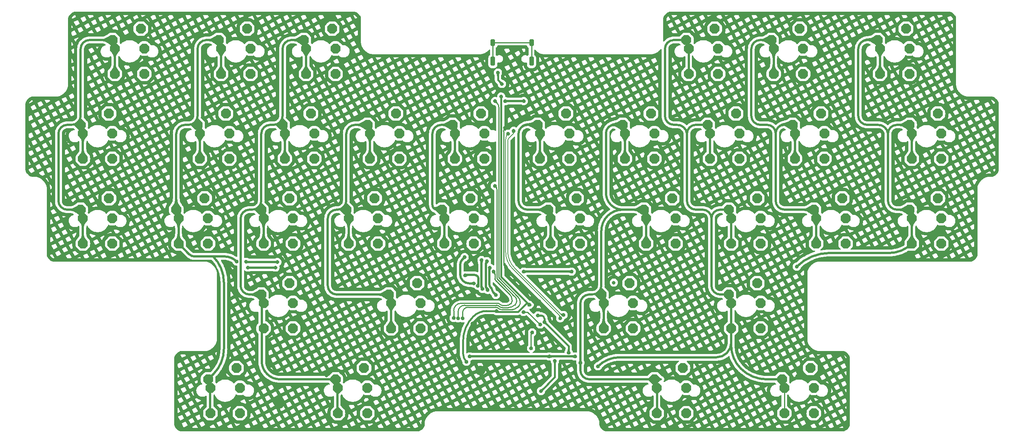
<source format=gbr>
G04 #@! TF.GenerationSoftware,KiCad,Pcbnew,6.0.8-1.fc36*
G04 #@! TF.CreationDate,2022-10-15T08:34:19+02:00*
G04 #@! TF.ProjectId,klacker_small,6b6c6163-6b65-4725-9f73-6d616c6c2e6b,rev?*
G04 #@! TF.SameCoordinates,Original*
G04 #@! TF.FileFunction,Copper,L1,Top*
G04 #@! TF.FilePolarity,Positive*
%FSLAX46Y46*%
G04 Gerber Fmt 4.6, Leading zero omitted, Abs format (unit mm)*
G04 Created by KiCad (PCBNEW 6.0.8-1.fc36) date 2022-10-15 08:34:19*
%MOMM*%
%LPD*%
G01*
G04 APERTURE LIST*
G04 Aperture macros list*
%AMFreePoly0*
4,1,17,0.470280,1.085355,1.085355,0.470280,1.100000,0.434925,1.100000,-0.434925,1.085355,-0.470281,0.470280,-1.085355,0.434925,-1.100000,-0.434925,-1.100000,-0.470281,-1.085355,-1.085355,-0.470280,-1.100000,-0.434925,-1.100000,0.434925,-1.085355,0.470280,-0.470281,1.085355,-0.434925,1.100000,0.434925,1.100000,0.470280,1.085355,0.470280,1.085355,$1*%
%AMFreePoly1*
4,1,17,0.480635,1.110355,1.110356,0.480635,1.125000,0.445280,1.125000,-0.445280,1.110356,-0.480635,0.480635,-1.110355,0.445280,-1.125000,-0.445280,-1.125000,-0.480635,-1.110356,-1.110355,-0.480635,-1.125000,-0.445280,-1.125000,0.445280,-1.110355,0.480635,-0.480635,1.110356,-0.445280,1.125000,0.445280,1.125000,0.480635,1.110355,0.480635,1.110355,$1*%
%AMFreePoly2*
4,1,17,0.307538,0.785355,0.485355,0.607538,0.500000,0.572183,0.500000,-0.572183,0.485355,-0.607538,0.307538,-0.785355,0.272183,-0.800000,-0.272183,-0.800000,-0.307538,-0.785355,-0.485355,-0.607538,-0.500000,-0.572183,-0.500000,0.572183,-0.485355,0.607538,-0.307538,0.785355,-0.272183,0.800000,0.272183,0.800000,0.307538,0.785355,0.307538,0.785355,$1*%
%AMFreePoly3*
4,1,17,0.307538,1.035355,0.485355,0.857538,0.500000,0.822183,0.500000,-0.822183,0.485355,-0.857538,0.307538,-1.035355,0.272183,-1.050000,-0.272183,-1.050000,-0.307538,-1.035355,-0.485355,-0.857538,-0.500000,-0.822183,-0.500000,0.822183,-0.485355,0.857538,-0.307538,1.035355,-0.272183,1.050000,0.272183,1.050000,0.307538,1.035355,0.307538,1.035355,$1*%
G04 Aperture macros list end*
G04 #@! TA.AperFunction,ComponentPad*
%ADD10FreePoly0,0.000000*%
G04 #@! TD*
G04 #@! TA.AperFunction,ComponentPad*
%ADD11FreePoly1,0.000000*%
G04 #@! TD*
G04 #@! TA.AperFunction,ComponentPad*
%ADD12FreePoly2,0.000000*%
G04 #@! TD*
G04 #@! TA.AperFunction,ComponentPad*
%ADD13FreePoly3,0.000000*%
G04 #@! TD*
G04 #@! TA.AperFunction,ViaPad*
%ADD14C,0.800000*%
G04 #@! TD*
G04 #@! TA.AperFunction,Conductor*
%ADD15C,0.250000*%
G04 #@! TD*
G04 #@! TA.AperFunction,Conductor*
%ADD16C,0.386000*%
G04 #@! TD*
G04 #@! TA.AperFunction,Conductor*
%ADD17C,0.500000*%
G04 #@! TD*
G04 #@! TA.AperFunction,Conductor*
%ADD18C,0.200000*%
G04 #@! TD*
G04 APERTURE END LIST*
D10*
X89569000Y-104135000D03*
X89569000Y-109855000D03*
D11*
X89059000Y-102235000D03*
X95409000Y-99695000D03*
D10*
X96169000Y-104135000D03*
X96169000Y-109855000D03*
X177675000Y-71755000D03*
X177675000Y-66035000D03*
D11*
X177165000Y-64135000D03*
D10*
X184275000Y-71755000D03*
D11*
X183515000Y-61595000D03*
D10*
X184275000Y-66035000D03*
D11*
X148590000Y-83185000D03*
D10*
X149100000Y-85085000D03*
X149100000Y-90805000D03*
X155700000Y-85085000D03*
X155700000Y-90805000D03*
D11*
X154940000Y-80645000D03*
D10*
X218156250Y-66035000D03*
X218156250Y-71755000D03*
D11*
X217646250Y-64135000D03*
D10*
X224756250Y-66035000D03*
D11*
X223996250Y-61595000D03*
D10*
X224756250Y-71755000D03*
X63375000Y-33655000D03*
D11*
X62865000Y-26035000D03*
D10*
X63375000Y-27935000D03*
D11*
X69215000Y-23495000D03*
D10*
X69975000Y-33655000D03*
X69975000Y-27935000D03*
D11*
X160496000Y-102235000D03*
D10*
X161006000Y-104135000D03*
X161006000Y-109855000D03*
D11*
X166846000Y-99695000D03*
D10*
X167606000Y-104135000D03*
X167606000Y-109855000D03*
X218156250Y-46985000D03*
X218156250Y-52705000D03*
D11*
X217646250Y-45085000D03*
D10*
X224756250Y-52705000D03*
D11*
X223996250Y-42545000D03*
D10*
X224756250Y-46985000D03*
D11*
X72390000Y-83185000D03*
D10*
X72900000Y-85085000D03*
X72900000Y-90805000D03*
D11*
X78740000Y-80645000D03*
D10*
X79500000Y-85085000D03*
X79500000Y-90805000D03*
X32418750Y-52705000D03*
X32418750Y-46985000D03*
D11*
X31908750Y-45085000D03*
D10*
X39018750Y-46985000D03*
D11*
X38258750Y-42545000D03*
D10*
X39018750Y-52705000D03*
X153862500Y-52705000D03*
X153862500Y-46985000D03*
D11*
X153352500Y-45085000D03*
D10*
X160462500Y-52705000D03*
X160462500Y-46985000D03*
D11*
X159702500Y-42545000D03*
X177165000Y-83185000D03*
D10*
X177675000Y-90805000D03*
X177675000Y-85085000D03*
X184275000Y-90805000D03*
D11*
X183515000Y-80645000D03*
D10*
X184275000Y-85085000D03*
D11*
X196215000Y-64135000D03*
D10*
X196725000Y-66035000D03*
X196725000Y-71755000D03*
X203325000Y-71755000D03*
D11*
X202565000Y-61595000D03*
D10*
X203325000Y-66035000D03*
X82425000Y-33655000D03*
X82425000Y-27935000D03*
D11*
X81915000Y-26035000D03*
X88265000Y-23495000D03*
D10*
X89025000Y-27935000D03*
X89025000Y-33655000D03*
X53850000Y-71755000D03*
X53850000Y-66035000D03*
D11*
X53340000Y-64135000D03*
X59690000Y-61595000D03*
D10*
X60450000Y-66035000D03*
X60450000Y-71755000D03*
X96712500Y-52705000D03*
X96712500Y-46985000D03*
D11*
X96202500Y-45085000D03*
D10*
X103312500Y-52705000D03*
D11*
X102552500Y-42545000D03*
D10*
X103312500Y-46985000D03*
D11*
X172402500Y-45085000D03*
D10*
X172912500Y-52705000D03*
X172912500Y-46985000D03*
X179512500Y-46985000D03*
X179512500Y-52705000D03*
D11*
X178752500Y-42545000D03*
D10*
X101475000Y-85085000D03*
D11*
X100965000Y-83185000D03*
D10*
X101475000Y-90805000D03*
D11*
X107315000Y-80645000D03*
D10*
X108075000Y-90805000D03*
X108075000Y-85085000D03*
X39562500Y-27935000D03*
D11*
X39052500Y-26035000D03*
D10*
X39562500Y-33655000D03*
D11*
X45402500Y-23495000D03*
D10*
X46162500Y-27935000D03*
X46162500Y-33655000D03*
D11*
X191452500Y-45085000D03*
D10*
X191962500Y-46985000D03*
X191962500Y-52705000D03*
D11*
X197802500Y-42545000D03*
D10*
X198562500Y-46985000D03*
X198562500Y-52705000D03*
X72900000Y-66035000D03*
D11*
X72390000Y-64135000D03*
D10*
X72900000Y-71755000D03*
D11*
X78740000Y-61595000D03*
D10*
X79500000Y-66035000D03*
X79500000Y-71755000D03*
X168150000Y-33655000D03*
X168150000Y-27935000D03*
D11*
X167640000Y-26035000D03*
X173990000Y-23495000D03*
D10*
X174750000Y-33655000D03*
X174750000Y-27935000D03*
X187200000Y-27935000D03*
D11*
X186690000Y-26035000D03*
D10*
X187200000Y-33655000D03*
D11*
X193040000Y-23495000D03*
D10*
X193800000Y-27935000D03*
X193800000Y-33655000D03*
X158625000Y-71755000D03*
X158625000Y-66035000D03*
D11*
X158115000Y-64135000D03*
D10*
X165225000Y-66035000D03*
D11*
X164465000Y-61595000D03*
D10*
X165225000Y-71755000D03*
X32418750Y-71755000D03*
X32418750Y-66035000D03*
D11*
X31908750Y-64135000D03*
D10*
X39018750Y-71755000D03*
D11*
X38258750Y-61595000D03*
D10*
X39018750Y-66035000D03*
D11*
X189071000Y-102235000D03*
D10*
X189581000Y-109855000D03*
X189581000Y-104135000D03*
D11*
X195421000Y-99695000D03*
D10*
X196181000Y-104135000D03*
X196181000Y-109855000D03*
D11*
X210502500Y-26035000D03*
D10*
X211012500Y-33655000D03*
X211012500Y-27935000D03*
X217612500Y-27935000D03*
X217612500Y-33655000D03*
D11*
X216852500Y-23495000D03*
D10*
X58612500Y-46985000D03*
D11*
X58102500Y-45085000D03*
D10*
X58612500Y-52705000D03*
X65212500Y-52705000D03*
D11*
X64452500Y-42545000D03*
D10*
X65212500Y-46985000D03*
X137193750Y-66035000D03*
D11*
X136683750Y-64135000D03*
D10*
X137193750Y-71755000D03*
X143793750Y-66035000D03*
D11*
X143033750Y-61595000D03*
D10*
X143793750Y-71755000D03*
X113381250Y-71755000D03*
X113381250Y-66035000D03*
D11*
X112871250Y-64135000D03*
D10*
X119981250Y-71755000D03*
D11*
X119221250Y-61595000D03*
D10*
X119981250Y-66035000D03*
X60994000Y-104135000D03*
D11*
X60484000Y-102235000D03*
D10*
X60994000Y-109855000D03*
X67594000Y-104135000D03*
X67594000Y-109855000D03*
D11*
X66834000Y-99695000D03*
D10*
X134812500Y-46985000D03*
D11*
X134302500Y-45085000D03*
D10*
X134812500Y-52705000D03*
X141412500Y-52705000D03*
X141412500Y-46985000D03*
D11*
X140652500Y-42545000D03*
D10*
X77662500Y-46985000D03*
D11*
X77152500Y-45085000D03*
D10*
X77662500Y-52705000D03*
X84262500Y-46985000D03*
X84262500Y-52705000D03*
D11*
X83502500Y-42545000D03*
D10*
X115762500Y-46985000D03*
D11*
X115252500Y-45085000D03*
D10*
X115762500Y-52705000D03*
X122362500Y-46985000D03*
X122362500Y-52705000D03*
D11*
X121602500Y-42545000D03*
D10*
X91950000Y-71755000D03*
D11*
X91440000Y-64135000D03*
D10*
X91950000Y-66035000D03*
D11*
X97790000Y-61595000D03*
D10*
X98550000Y-66035000D03*
X98550000Y-71755000D03*
D12*
X132930000Y-26617500D03*
D13*
X124290000Y-30797500D03*
X132930000Y-30797500D03*
D12*
X124290000Y-26617500D03*
D14*
X119639304Y-89665409D03*
X123444000Y-83820000D03*
X116500497Y-88525000D03*
X115503066Y-88460691D03*
X118364000Y-98298000D03*
X119054000Y-97100000D03*
X151384000Y-80518000D03*
X87000000Y-101375000D03*
X137090000Y-87230000D03*
X126985500Y-45790000D03*
X127200000Y-77100000D03*
X129286000Y-94996000D03*
X121475000Y-100250000D03*
X76400000Y-107750000D03*
X134675000Y-84675000D03*
X193040000Y-101910000D03*
X126310000Y-35909228D03*
X125410000Y-33359228D03*
X124950000Y-83300000D03*
X69400000Y-77140000D03*
X123600000Y-77175000D03*
X75550000Y-77140000D03*
X68990000Y-75840000D03*
X66880000Y-75780000D03*
X122950000Y-75700000D03*
X123100000Y-82150000D03*
X75980000Y-75900000D03*
X121954236Y-81929587D03*
X121750000Y-75450000D03*
X118075000Y-78899500D03*
X120900500Y-81225000D03*
X117950000Y-74800011D03*
X120025000Y-80700000D03*
X143890000Y-98490000D03*
X134878299Y-89920299D03*
X131149500Y-87116310D03*
X132842000Y-95250000D03*
X192370000Y-76930000D03*
X133096000Y-91694000D03*
X117500000Y-88525000D03*
X127040000Y-39770000D03*
X131192000Y-39750000D03*
X124775000Y-39750000D03*
X124725000Y-58800000D03*
X141925000Y-78050000D03*
X124450000Y-78050000D03*
X131175000Y-78050000D03*
X136925000Y-97100000D03*
X142700000Y-97100000D03*
X135050000Y-104875000D03*
X126140000Y-38740000D03*
X125100000Y-86900000D03*
X141250000Y-96250500D03*
X138175000Y-98100000D03*
X135850000Y-89400000D03*
X132425000Y-85500000D03*
X134366000Y-87884000D03*
X139378768Y-88521232D03*
X127680000Y-47080000D03*
X128940000Y-46450000D03*
X140121232Y-87778768D03*
X147828000Y-99314000D03*
D15*
X125090304Y-85600480D02*
X117962757Y-85600480D01*
X124898479Y-86050000D02*
X118737500Y-86050000D01*
X117157931Y-85150960D02*
X125280068Y-85150960D01*
D16*
X122876796Y-86899999D02*
G75*
G03*
X119888000Y-88138000I4J-4226801D01*
G01*
X117602013Y-96458370D02*
G75*
G03*
X118364000Y-98298000I2601587J-30D01*
G01*
X117602000Y-96458370D02*
X117602000Y-93656892D01*
X119888002Y-88138002D02*
G75*
G03*
X117602000Y-93656892I5518898J-5518898D01*
G01*
X122876796Y-86900000D02*
X125100000Y-86900000D01*
D15*
X126667520Y-47382480D02*
X126667520Y-46557671D01*
X126667520Y-47382480D02*
X126667520Y-76567520D01*
X126667520Y-76567520D02*
X127200000Y-77100000D01*
X126985508Y-45790008D02*
G75*
G03*
X126667520Y-46557671I767692J-767692D01*
G01*
D16*
X125410000Y-35009228D02*
X126310000Y-35909228D01*
X125410000Y-33359228D02*
X125410000Y-35009228D01*
D17*
X26930000Y-47084998D02*
X26930000Y-62135001D01*
X31908750Y-28034998D02*
X31908750Y-43085001D01*
X39562500Y-33655000D02*
X39562500Y-28295624D01*
X69400000Y-77140000D02*
X75550000Y-77140000D01*
X32418750Y-66395624D02*
X32418750Y-71755000D01*
X124950000Y-83300000D02*
X124327268Y-82677268D01*
X123499520Y-80888170D02*
X123499520Y-77346530D01*
X31908750Y-64830000D02*
X31908750Y-65164375D01*
X123600000Y-77175000D02*
X123549760Y-77225240D01*
X31908750Y-46114375D02*
X31908750Y-45085000D01*
X39052500Y-27064375D02*
X39052500Y-26730000D01*
X32418750Y-47345624D02*
X32418750Y-52705000D01*
X38357500Y-26035000D02*
X33908748Y-26035000D01*
X123972731Y-81821340D02*
X123824760Y-81673369D01*
X29908751Y-45085000D02*
X28929998Y-45085000D01*
X28929998Y-64135000D02*
X31213750Y-64135000D01*
X31908700Y-28034998D02*
G75*
G02*
X33908748Y-26035000I2000000J-2D01*
G01*
X31908800Y-64830000D02*
G75*
G03*
X31213750Y-64135000I-695000J0D01*
G01*
X123824737Y-81673392D02*
G75*
G02*
X123499520Y-80888170I785263J785192D01*
G01*
X124327277Y-82677259D02*
G75*
G02*
X124150000Y-82249304I427923J427959D01*
G01*
X32163732Y-65780018D02*
G75*
G02*
X31908750Y-65164375I615668J615618D01*
G01*
X26930000Y-47084998D02*
G75*
G02*
X28929998Y-45085000I2000000J-2D01*
G01*
X123499527Y-77346530D02*
G75*
G02*
X123549760Y-77225240I171473J30D01*
G01*
X39052511Y-27064375D02*
G75*
G03*
X39307501Y-27679999I870589J-25D01*
G01*
X124150006Y-82249304D02*
G75*
G03*
X123972731Y-81821340I-605206J4D01*
G01*
X38357500Y-26035000D02*
G75*
G02*
X39052500Y-26730000I0J-695000D01*
G01*
X29908751Y-45085050D02*
G75*
G03*
X31908750Y-43085001I-51J2000050D01*
G01*
X39307507Y-27679993D02*
G75*
G02*
X39562500Y-28295624I-615607J-615607D01*
G01*
X28929998Y-64135000D02*
G75*
G02*
X26930000Y-62135001I2J2000000D01*
G01*
X32163732Y-46730018D02*
G75*
G02*
X31908750Y-46114375I615668J615618D01*
G01*
X32418725Y-47345624D02*
G75*
G03*
X32163750Y-46730000I-870625J24D01*
G01*
X32418725Y-66395624D02*
G75*
G03*
X32163750Y-65780000I-870625J24D01*
G01*
X123100000Y-82150000D02*
X123100000Y-81937867D01*
X58102500Y-28034998D02*
X58102500Y-43085001D01*
X64010000Y-80458254D02*
X64010000Y-95410000D01*
X123100000Y-81937867D02*
X122750000Y-81587867D01*
X53850000Y-66730000D02*
X53850000Y-71755000D01*
X60952828Y-104675500D02*
X60952828Y-109700500D01*
X122750000Y-81587867D02*
X122750000Y-76182842D01*
X58357500Y-45340000D02*
X58102500Y-45085000D01*
X53340000Y-47084998D02*
X53340000Y-63774375D01*
X53850000Y-65340000D02*
X53850000Y-66730000D01*
X58612500Y-47680000D02*
X58612500Y-52705000D01*
X60579000Y-102235000D02*
X60452000Y-102362000D01*
X60890000Y-103354376D02*
X60890000Y-103020000D01*
X62865000Y-27064375D02*
X62865000Y-26730000D01*
X75980000Y-75900000D02*
X69134852Y-75900000D01*
X55339998Y-45085000D02*
X56102501Y-45085000D01*
X63375000Y-28295624D02*
X63375000Y-33655000D01*
X58612500Y-45955624D02*
X58612500Y-46290000D01*
X60102498Y-26035000D02*
X62170000Y-26035000D01*
X53850000Y-65340000D02*
X53850000Y-65005624D01*
X56264774Y-74169774D02*
X53850000Y-71755000D01*
X61600000Y-74640000D02*
X57400000Y-74640000D01*
X58612500Y-46290000D02*
X58612500Y-47680000D01*
X64127797Y-74640000D02*
X61600000Y-74640000D01*
X61677255Y-101041746D02*
X60484000Y-102235000D01*
X60634929Y-102404447D02*
G75*
G02*
X60740624Y-102149376I105671J105647D01*
G01*
X68990035Y-75839965D02*
G75*
G03*
X69134852Y-75900000I144865J144765D01*
G01*
X58612489Y-45955624D02*
G75*
G03*
X58357499Y-45340001I-870589J24D01*
G01*
X61677256Y-101041747D02*
G75*
G03*
X64010000Y-95410000I-5631756J5631747D01*
G01*
X64010018Y-80458254D02*
G75*
G03*
X61599999Y-74640001I-8228318J-46D01*
G01*
X53849989Y-65005624D02*
G75*
G03*
X53594999Y-64390001I-870589J24D01*
G01*
X60890006Y-103020000D02*
G75*
G03*
X60634999Y-102404377I-870606J0D01*
G01*
X60102498Y-26035000D02*
G75*
G03*
X58102500Y-28034998I2J-2000000D01*
G01*
X58102500Y-43085001D02*
G75*
G02*
X56102501Y-45085000I-2000000J1D01*
G01*
X63374989Y-28295624D02*
G75*
G03*
X63119999Y-27680001I-870589J24D01*
G01*
X62170000Y-26035000D02*
G75*
G02*
X62865000Y-26730000I0J-695000D01*
G01*
X55339998Y-45085000D02*
G75*
G03*
X53340000Y-47084998I2J-2000000D01*
G01*
X63119993Y-27680007D02*
G75*
G02*
X62865000Y-27064375I615607J615607D01*
G01*
X53594993Y-64390007D02*
G75*
G02*
X53340000Y-63774375I615607J615607D01*
G01*
X122949987Y-75699987D02*
G75*
G03*
X122750000Y-76182842I482813J-482813D01*
G01*
X56264764Y-74169784D02*
G75*
G03*
X57400000Y-74640000I1135236J1135284D01*
G01*
X64127797Y-74640002D02*
G75*
G02*
X66880000Y-75780000I3J-3892198D01*
G01*
X72494521Y-97894521D02*
X72494521Y-83363428D01*
X89410000Y-104262000D02*
X89410000Y-109982000D01*
X77407500Y-45340000D02*
X77152500Y-45085000D01*
X72900000Y-65005624D02*
X72900000Y-65340000D01*
X77662500Y-47680000D02*
X77662500Y-52705000D01*
X121750000Y-78912324D02*
X121750000Y-80787675D01*
X88773000Y-102235000D02*
X88900000Y-102362000D01*
X67750000Y-66134998D02*
X67750000Y-81185001D01*
X77152500Y-28034998D02*
X77152500Y-43085001D01*
X82425000Y-28295624D02*
X82425000Y-33655000D01*
X88900000Y-103752000D02*
X89410000Y-104262000D01*
D15*
X121939618Y-81649519D02*
X121925000Y-81649519D01*
D17*
X72390000Y-62135001D02*
X72390000Y-47084998D01*
X88900000Y-102362000D02*
X88900000Y-103752000D01*
X121750000Y-78912324D02*
X121750000Y-75450000D01*
X77662500Y-46290000D02*
X77662500Y-45955624D01*
X69749998Y-64135000D02*
X70390001Y-64135000D01*
X72900000Y-66730000D02*
X72900000Y-71755000D01*
X79152498Y-26035000D02*
X81220000Y-26035000D01*
X72494521Y-97894521D02*
X72494521Y-98161729D01*
D15*
X121954236Y-81929587D02*
X121954236Y-81664137D01*
D17*
X72900000Y-65340000D02*
X72900000Y-66730000D01*
X75152501Y-45085000D02*
X74389998Y-45085000D01*
X72316092Y-83185000D02*
X69749998Y-83185000D01*
X121954236Y-81929587D02*
X121852118Y-81827469D01*
X77662500Y-46290000D02*
X77662500Y-47680000D01*
X81915000Y-27064375D02*
X81915000Y-26730000D01*
X76567792Y-102235000D02*
X88773000Y-102235000D01*
X121750000Y-80787675D02*
X121750000Y-81580934D01*
X72645000Y-64390000D02*
X72390000Y-64135000D01*
X121852125Y-81827462D02*
G75*
G02*
X121750000Y-81580934I246575J246562D01*
G01*
X72442273Y-83237247D02*
G75*
G02*
X72494521Y-83363428I-126173J-126153D01*
G01*
X82169993Y-27680007D02*
G75*
G02*
X81915000Y-27064375I615607J615607D01*
G01*
X69749998Y-64135000D02*
G75*
G03*
X67750000Y-66134998I2J-2000000D01*
G01*
D15*
X121939618Y-81649464D02*
G75*
G02*
X121954236Y-81664137I-18J-14636D01*
G01*
D17*
X76567792Y-102234999D02*
G75*
G02*
X72494521Y-98161729I-2J4073269D01*
G01*
X69749998Y-83185000D02*
G75*
G02*
X67750000Y-81185001I2J2000000D01*
G01*
X70390001Y-64135000D02*
G75*
G03*
X72390000Y-62135001I-1J2000000D01*
G01*
X81220000Y-26035000D02*
G75*
G02*
X81915000Y-26730000I0J-695000D01*
G01*
X77662489Y-45955624D02*
G75*
G03*
X77407499Y-45340001I-870589J24D01*
G01*
X72899989Y-65005624D02*
G75*
G03*
X72644999Y-64390001I-870589J24D01*
G01*
X82424989Y-28295624D02*
G75*
G03*
X82169999Y-27680001I-870589J24D01*
G01*
X74389998Y-45085000D02*
G75*
G03*
X72390000Y-47084998I2J-2000000D01*
G01*
X77152500Y-43085001D02*
G75*
G02*
X75152501Y-45085000I-2000000J1D01*
G01*
X79152498Y-26035000D02*
G75*
G03*
X77152500Y-28034998I2J-2000000D01*
G01*
X72442258Y-83237262D02*
G75*
G03*
X72316092Y-83185000I-126158J-126138D01*
G01*
X101475000Y-84390000D02*
X101475000Y-84055624D01*
X91950000Y-66730000D02*
X91950000Y-71755000D01*
X91695000Y-64390000D02*
X91440000Y-64135000D01*
X121050480Y-79654372D02*
X121050480Y-81225000D01*
X91950000Y-65340000D02*
X91950000Y-66730000D01*
X118124750Y-78849750D02*
X118075000Y-78899500D01*
X89279998Y-64135000D02*
X89440001Y-64135000D01*
X101475000Y-85780000D02*
X101475000Y-90805000D01*
X118244857Y-78800000D02*
X120196107Y-78800000D01*
X96712500Y-46290000D02*
X96712500Y-45955624D01*
X93439998Y-45085000D02*
X95841875Y-45085000D01*
X89279998Y-83185000D02*
X100604375Y-83185000D01*
X91440000Y-47084998D02*
X91440000Y-62135001D01*
X96712500Y-47680000D02*
X96712500Y-52705000D01*
X87280000Y-66134998D02*
X87280000Y-81185001D01*
X91950000Y-65005624D02*
X91950000Y-65340000D01*
X101475000Y-84390000D02*
X101475000Y-85780000D01*
X96712500Y-46290000D02*
X96712500Y-47680000D01*
X89279998Y-64135000D02*
G75*
G03*
X87280000Y-66134998I2J-2000000D01*
G01*
X89279998Y-83185000D02*
G75*
G02*
X87280000Y-81185001I2J2000000D01*
G01*
X96712489Y-45955624D02*
G75*
G03*
X96457499Y-45340001I-870589J24D01*
G01*
X121050497Y-79654372D02*
G75*
G03*
X120800240Y-79050240I-854397J-28D01*
G01*
X91440000Y-62135001D02*
G75*
G02*
X89440001Y-64135000I-2000000J1D01*
G01*
X95841875Y-45085011D02*
G75*
G02*
X96457499Y-45340001I25J-870589D01*
G01*
X93439998Y-45085000D02*
G75*
G03*
X91440000Y-47084998I2J-2000000D01*
G01*
X91949989Y-65005624D02*
G75*
G03*
X91694999Y-64390001I-870589J24D01*
G01*
X120196107Y-78800003D02*
G75*
G02*
X120800240Y-79050240I-7J-854397D01*
G01*
X100604375Y-83185011D02*
G75*
G02*
X101219999Y-83440001I25J-870589D01*
G01*
X101474989Y-84055624D02*
G75*
G03*
X101219999Y-83440001I-870589J24D01*
G01*
X118124783Y-78849783D02*
G75*
G02*
X118244857Y-78800000I120117J-120017D01*
G01*
X115762500Y-47680000D02*
X115762500Y-52705000D01*
X115762500Y-46290000D02*
X115762500Y-45955624D01*
X120025000Y-80700000D02*
X118998528Y-80700000D01*
X112510625Y-64135000D02*
X111805625Y-64135000D01*
X113381250Y-65340000D02*
X113381250Y-66730000D01*
X115762500Y-46290000D02*
X115762500Y-47680000D01*
X116950000Y-78651471D02*
X116950000Y-76507117D01*
X114891875Y-45085000D02*
X112739998Y-45085000D01*
X110740000Y-47084998D02*
X110740000Y-63069375D01*
X113381250Y-65340000D02*
X113381250Y-65005624D01*
X117450000Y-75300011D02*
X117950000Y-74800011D01*
X113381250Y-66730000D02*
X113381250Y-71755000D01*
X112739998Y-45085000D02*
G75*
G03*
X110740000Y-47084998I2J-2000000D01*
G01*
X116950011Y-76507117D02*
G75*
G02*
X117450000Y-75300011I1707089J17D01*
G01*
X118998528Y-80699988D02*
G75*
G02*
X117550000Y-80100000I-28J2048488D01*
G01*
X117549992Y-80100008D02*
G75*
G02*
X116950000Y-78651471I1448508J1448508D01*
G01*
X112510625Y-64134975D02*
G75*
G02*
X113126250Y-64390000I-25J-870625D01*
G01*
X113381225Y-65005624D02*
G75*
G03*
X113126250Y-64390000I-870625J24D01*
G01*
X114891875Y-45085011D02*
G75*
G02*
X115507499Y-45340001I25J-870589D01*
G01*
X111805625Y-64135000D02*
G75*
G02*
X110740000Y-63069375I-25J1065600D01*
G01*
X115762489Y-45955624D02*
G75*
G03*
X115507499Y-45340001I-870589J24D01*
G01*
X133941875Y-45085000D02*
X132019998Y-45085000D01*
X130020000Y-47084998D02*
X130020000Y-62135001D01*
X136323125Y-64135000D02*
X132019998Y-64135000D01*
X137193750Y-65005624D02*
X137193750Y-65340000D01*
X134812500Y-46290000D02*
X134812500Y-47680000D01*
X137193750Y-65340000D02*
X137193750Y-66730000D01*
X134812500Y-46290000D02*
X134812500Y-45955624D01*
X134812500Y-47680000D02*
X134812500Y-52705000D01*
X137193750Y-66730000D02*
X137193750Y-71755000D01*
X132019998Y-45085000D02*
G75*
G03*
X130020000Y-47084998I2J-2000000D01*
G01*
X133941875Y-45085011D02*
G75*
G02*
X134557499Y-45340001I25J-870589D01*
G01*
X137193725Y-65005624D02*
G75*
G03*
X136938750Y-64390000I-870625J24D01*
G01*
X134812489Y-45955624D02*
G75*
G03*
X134557499Y-45340001I-870589J24D01*
G01*
X132019998Y-64135000D02*
G75*
G02*
X130020000Y-62135001I2J2000000D01*
G01*
X136323125Y-64134975D02*
G75*
G02*
X136938750Y-64390000I-25J-870625D01*
G01*
X153352500Y-46114375D02*
X153352500Y-45780000D01*
X143890000Y-98490000D02*
X143890000Y-85184998D01*
X143890000Y-100235001D02*
X143890000Y-98490000D01*
X158625000Y-65005624D02*
X158625000Y-65340000D01*
X153352500Y-64135000D02*
X157754375Y-64135000D01*
X153504924Y-102235000D02*
X145889998Y-102235000D01*
X145889998Y-83185000D02*
X146590001Y-83185000D01*
X161925000Y-102235000D02*
X158191212Y-102235000D01*
X151491250Y-45085000D02*
X152657500Y-45085000D01*
X149630000Y-57292500D02*
X149630000Y-59372500D01*
X149100000Y-85780000D02*
X149100000Y-90805000D01*
X148845000Y-83440000D02*
X148590000Y-83185000D01*
X161925000Y-102235000D02*
X160655000Y-102235000D01*
X149630000Y-60412500D02*
X149630000Y-59372500D01*
X149100000Y-84055624D02*
X149100000Y-84390000D01*
X149630000Y-46946250D02*
X149630000Y-57292500D01*
X161038000Y-104262000D02*
X161038000Y-109982000D01*
X148590000Y-81185001D02*
X148590000Y-68897500D01*
X160528000Y-103752000D02*
X161038000Y-104262000D01*
X158625000Y-66730000D02*
X158625000Y-71755000D01*
X158625000Y-65340000D02*
X158625000Y-66730000D01*
X158191212Y-102235000D02*
X153504924Y-102235000D01*
X153862500Y-47345624D02*
X153862500Y-52705000D01*
X160655000Y-102235000D02*
X160528000Y-102362000D01*
X149100000Y-84390000D02*
X149100000Y-85780000D01*
X160528000Y-102362000D02*
X160528000Y-103752000D01*
X149630000Y-46946250D02*
G75*
G02*
X151491250Y-45085000I1861200J50D01*
G01*
X153607493Y-46730007D02*
G75*
G02*
X153352500Y-46114375I615607J615607D01*
G01*
X152657500Y-45085000D02*
G75*
G02*
X153352500Y-45780000I0J-695000D01*
G01*
X145889998Y-102235000D02*
G75*
G02*
X143890000Y-100235001I2J2000000D01*
G01*
X149099989Y-84055624D02*
G75*
G03*
X148844999Y-83440001I-870589J24D01*
G01*
X157754375Y-64135011D02*
G75*
G02*
X158369999Y-64390001I25J-870589D01*
G01*
X143890000Y-85184998D02*
G75*
G02*
X145889998Y-83185000I2000000J-2D01*
G01*
X149630000Y-60412500D02*
G75*
G03*
X153352500Y-64135000I3722500J0D01*
G01*
X146590001Y-83185000D02*
G75*
G03*
X148590000Y-81185001I-1J2000000D01*
G01*
X148590000Y-68897500D02*
G75*
G02*
X153352500Y-64135000I4762500J0D01*
G01*
X153862489Y-47345624D02*
G75*
G03*
X153607499Y-46730001I-870589J24D01*
G01*
X158624989Y-65005624D02*
G75*
G03*
X158369999Y-64390001I-870589J24D01*
G01*
X196725000Y-66730000D02*
X196725000Y-71755000D01*
X191962500Y-45955624D02*
X191962500Y-46290000D01*
X187645000Y-62135001D02*
X187645000Y-46988750D01*
X187200000Y-28295624D02*
X187200000Y-33655000D01*
X184199998Y-45085000D02*
X185741250Y-45085000D01*
X182200000Y-28034998D02*
X182200000Y-43085001D01*
X185995000Y-26035000D02*
X184199998Y-26035000D01*
X186690000Y-27064375D02*
X186690000Y-26730000D01*
X189644998Y-64135000D02*
X195854375Y-64135000D01*
D15*
X132074310Y-87116310D02*
X131149500Y-87116310D01*
D17*
X196725000Y-65340000D02*
X196725000Y-66730000D01*
X191962500Y-47680000D02*
X191962500Y-52705000D01*
X196725000Y-65005624D02*
X196725000Y-65340000D01*
X189548750Y-45085000D02*
X191091875Y-45085000D01*
D15*
X134878299Y-89920299D02*
X132074310Y-87116310D01*
D17*
X191962500Y-46290000D02*
X191962500Y-47680000D01*
X187645000Y-46988750D02*
G75*
G02*
X189548750Y-45085000I1903700J50D01*
G01*
X196724989Y-65005624D02*
G75*
G03*
X196469999Y-64390001I-870589J24D01*
G01*
X184199998Y-26035000D02*
G75*
G03*
X182200000Y-28034998I2J-2000000D01*
G01*
X189644998Y-64135000D02*
G75*
G02*
X187645000Y-62135001I2J2000000D01*
G01*
X187199989Y-28295624D02*
G75*
G03*
X186944999Y-27680001I-870589J24D01*
G01*
X187645000Y-46988750D02*
G75*
G03*
X185741250Y-45085000I-1903800J-50D01*
G01*
X185995000Y-26035000D02*
G75*
G02*
X186690000Y-26730000I0J-695000D01*
G01*
X191962489Y-45955624D02*
G75*
G03*
X191707499Y-45340001I-870589J24D01*
G01*
X182200000Y-43085001D02*
G75*
G03*
X184199998Y-45085000I2000000J1D01*
G01*
X186944993Y-27680007D02*
G75*
G02*
X186690000Y-27064375I615607J615607D01*
G01*
X191091875Y-45085011D02*
G75*
G02*
X191707499Y-45340001I25J-870589D01*
G01*
X195854375Y-64135011D02*
G75*
G02*
X196469999Y-64390001I25J-870589D01*
G01*
X209290000Y-73860000D02*
X199781635Y-73860000D01*
X206160000Y-28034998D02*
X206160000Y-43085001D01*
X218156250Y-66730000D02*
X218156250Y-71755000D01*
X212810000Y-47084998D02*
X212810000Y-62135001D01*
X217646250Y-46114375D02*
X217646250Y-45780000D01*
X217285625Y-64135000D02*
X214809998Y-64135000D01*
X214809998Y-45085000D02*
X216951250Y-45085000D01*
X211012500Y-28295624D02*
X211012500Y-33655000D01*
X208159998Y-45085000D02*
X210466856Y-45085000D01*
X218156250Y-65340000D02*
X218156250Y-65005624D01*
X218156250Y-65340000D02*
X218156250Y-66730000D01*
X218156250Y-47345624D02*
X218156250Y-52705000D01*
X209807500Y-26035000D02*
X208159998Y-26035000D01*
D15*
X132842000Y-95250000D02*
X132842000Y-92307210D01*
D17*
X210502500Y-26730000D02*
X210502500Y-27064375D01*
X213074331Y-73860000D02*
X209290000Y-73860000D01*
X208159998Y-26035000D02*
G75*
G03*
X206160000Y-28034998I2J-2000000D01*
G01*
D15*
X133095997Y-91693997D02*
G75*
G03*
X132842000Y-92307210I613203J-613203D01*
G01*
D17*
X213074331Y-73860027D02*
G75*
G03*
X218156250Y-71755000I-31J7186927D01*
G01*
X212810000Y-47084998D02*
G75*
G02*
X214809998Y-45085000I2000000J-2D01*
G01*
X192369990Y-76929990D02*
G75*
G02*
X199781635Y-73860000I7411610J-7411610D01*
G01*
X218156225Y-65005624D02*
G75*
G03*
X217901250Y-64390000I-870625J24D01*
G01*
X209807500Y-26035000D02*
G75*
G02*
X210502500Y-26730000I0J-695000D01*
G01*
X217901232Y-46730018D02*
G75*
G02*
X217646250Y-46114375I615668J615618D01*
G01*
X217285625Y-64134975D02*
G75*
G02*
X217901250Y-64390000I-25J-870625D01*
G01*
X210757493Y-27680007D02*
G75*
G02*
X210502500Y-27064375I615607J615607D01*
G01*
X214809998Y-64135000D02*
G75*
G02*
X212810000Y-62135001I2J2000000D01*
G01*
X206160000Y-43085001D02*
G75*
G03*
X208159998Y-45085000I2000000J1D01*
G01*
X218156225Y-47345624D02*
G75*
G03*
X217901250Y-46730000I-870625J24D01*
G01*
X216951250Y-45085050D02*
G75*
G02*
X217646250Y-45780000I50J-694950D01*
G01*
X211012489Y-28295624D02*
G75*
G03*
X210757499Y-27680001I-870589J24D01*
G01*
X212810046Y-47084994D02*
G75*
G03*
X210466856Y-45085000I-2184146J-186306D01*
G01*
D15*
X129856558Y-83663442D02*
X125650596Y-79457480D01*
X125632480Y-78144980D02*
X125632480Y-79019980D01*
X129883324Y-83690209D02*
X129856558Y-83663442D01*
D17*
X127040000Y-39770000D02*
X131172000Y-39770000D01*
D15*
X128552480Y-86582480D02*
X126184000Y-86582480D01*
X129920000Y-85900000D02*
X130161299Y-85658701D01*
X128773917Y-86582480D02*
X128552480Y-86582480D01*
X117500000Y-88525000D02*
X117500000Y-87287500D01*
X125632480Y-79019980D02*
X125632480Y-79457480D01*
D17*
X131172000Y-39770000D02*
X131192000Y-39750000D01*
D15*
X125632480Y-78144980D02*
X125632480Y-41213809D01*
X129721917Y-86098084D02*
X129920000Y-85900000D01*
X125203740Y-40178740D02*
X124775000Y-39750000D01*
X130430000Y-85010000D02*
G75*
G02*
X130161299Y-85658701I-917400J0D01*
G01*
X125632481Y-41213809D02*
G75*
G03*
X125203739Y-40178741I-1463781J9D01*
G01*
X124898479Y-86050015D02*
G75*
G02*
X125541239Y-86316241I21J-908985D01*
G01*
X129883331Y-83690202D02*
G75*
G02*
X130430000Y-85010000I-1319831J-1319798D01*
G01*
X117500000Y-87287500D02*
G75*
G02*
X118737500Y-86050000I1237500J0D01*
G01*
X126184000Y-86582485D02*
G75*
G02*
X125541241Y-86316239I0J908985D01*
G01*
X129721936Y-86098103D02*
G75*
G02*
X128552480Y-86582480I-1169436J1169503D01*
G01*
X125182960Y-59581786D02*
X125182960Y-77389713D01*
X129304255Y-83764293D02*
X128934981Y-83395019D01*
X125493383Y-79954779D02*
X125182480Y-79643876D01*
X126769320Y-81229358D02*
X128934981Y-83395019D01*
X129213112Y-85516888D02*
X129300000Y-85430000D01*
X125504573Y-79954779D02*
X125493383Y-79954779D01*
X126769320Y-81219525D02*
X125504573Y-79954779D01*
X127745000Y-86125000D02*
X126356610Y-86125000D01*
X129580000Y-84754021D02*
X129580000Y-84430000D01*
X125182960Y-77389713D02*
X125182960Y-79205218D01*
X126769320Y-81219525D02*
X126769320Y-81229358D01*
X125182480Y-79643876D02*
X125182480Y-79027040D01*
X116500497Y-87062740D02*
X116500497Y-88525000D01*
X124725000Y-58800000D02*
X124953980Y-59028980D01*
X125723455Y-85862742D02*
G75*
G03*
X126356610Y-86125000I633145J633142D01*
G01*
X126769299Y-81219546D02*
G75*
G02*
X126776752Y-81237469I-17899J-17954D01*
G01*
X116500580Y-87062740D02*
G75*
G02*
X117962757Y-85600480I1462220J40D01*
G01*
X129213107Y-85516883D02*
G75*
G02*
X127745000Y-86125000I-1468107J1468083D01*
G01*
X125182977Y-59581786D02*
G75*
G03*
X124953980Y-59028980I-781777J-14D01*
G01*
X129304265Y-83764283D02*
G75*
G02*
X129580000Y-84430000I-665765J-665717D01*
G01*
X125182476Y-79206372D02*
G75*
G03*
X125182960Y-79205218I-1176J1172D01*
G01*
X129580008Y-84754021D02*
G75*
G02*
X129300000Y-85430000I-956008J21D01*
G01*
X125090304Y-85600479D02*
G75*
G02*
X125723457Y-85862740I-4J-895421D01*
G01*
X128091783Y-83188217D02*
X127892849Y-82989283D01*
D17*
X131175000Y-78050000D02*
X141925000Y-78050000D01*
D15*
X125913220Y-85413220D02*
X125981025Y-85481025D01*
X128386152Y-85153848D02*
X128320000Y-85220000D01*
X125213359Y-80333358D02*
X124840000Y-79960000D01*
X124587259Y-78187259D02*
X124450000Y-78050000D01*
X124724519Y-79681205D02*
X124724519Y-78518633D01*
X128570000Y-84342734D02*
X128570000Y-84710000D01*
X127220375Y-85675480D02*
X126450480Y-85675480D01*
X115503066Y-86805825D02*
X115503066Y-88460691D01*
X127892849Y-82989283D02*
X125253588Y-80350022D01*
X126450480Y-85675480D02*
G75*
G02*
X126450480Y-85675480I0J0D01*
G01*
X128569985Y-84342734D02*
G75*
G03*
X128091783Y-83188217I-1632685J34D01*
G01*
X125213359Y-80333358D02*
G75*
G03*
X125253588Y-80350022I40241J40258D01*
G01*
X124587273Y-78187245D02*
G75*
G02*
X124724519Y-78518633I-331373J-331355D01*
G01*
X127220375Y-85675469D02*
G75*
G03*
X128320000Y-85220000I25J1555069D01*
G01*
X126450480Y-85675502D02*
G75*
G02*
X125981025Y-85481025I20J663902D01*
G01*
X124724518Y-79681205D02*
G75*
G03*
X124840001Y-79959999I394282J5D01*
G01*
X115503060Y-86805825D02*
G75*
G02*
X117157931Y-85150960I1654840J25D01*
G01*
X125280068Y-85150991D02*
G75*
G02*
X125913220Y-85413220I32J-895409D01*
G01*
X128386153Y-85153849D02*
G75*
G03*
X128570000Y-84710000I-443853J443849D01*
G01*
D17*
X136925000Y-97100000D02*
X119054000Y-97100000D01*
X136925000Y-97100000D02*
X142650000Y-97100000D01*
D15*
X124290000Y-30797500D02*
X124290000Y-26617500D01*
X124290000Y-26617500D02*
X132930000Y-26617500D01*
X132930000Y-26617500D02*
X132930000Y-30797500D01*
D16*
X129900000Y-87100000D02*
X125300000Y-87100000D01*
X141250000Y-96250500D02*
X141250000Y-94800000D01*
X141250000Y-94800000D02*
X135850000Y-89400000D01*
X126150480Y-38750480D02*
X126150480Y-43200000D01*
X130600000Y-83675000D02*
X131962500Y-85037500D01*
X126140000Y-38740000D02*
X126150480Y-38750480D01*
X125300000Y-87100000D02*
X125100000Y-86900000D01*
X134366000Y-87884000D02*
X135022790Y-87884000D01*
X138175000Y-98100000D02*
X138175000Y-101750000D01*
X135850000Y-88654641D02*
X135850000Y-89400000D01*
X131962500Y-85037500D02*
X132425000Y-85500000D01*
X126150000Y-43200000D02*
X126150000Y-79225000D01*
X131962500Y-85037500D02*
X129900000Y-87100000D01*
X126150000Y-79225000D02*
X126862500Y-79937500D01*
X138175000Y-101750000D02*
X135050000Y-104875000D01*
X126862500Y-79937500D02*
X130600000Y-83675000D01*
X135849982Y-88654641D02*
G75*
G03*
X135635999Y-88138001I-730582J41D01*
G01*
X135636003Y-88137997D02*
G75*
G03*
X135022790Y-87884000I-613203J-613203D01*
G01*
D18*
X127150000Y-49930000D02*
X127150000Y-73614235D01*
X127150000Y-48359533D02*
X127150000Y-49930000D01*
X139378768Y-88521232D02*
X139378768Y-88309099D01*
X139228767Y-87946966D02*
X128743792Y-77461991D01*
X128743799Y-77461984D02*
G75*
G02*
X127150000Y-73614235I3847801J3847784D01*
G01*
X127150014Y-48359533D02*
G75*
G02*
X127680000Y-47080000I1809486J33D01*
G01*
X139378758Y-88309099D02*
G75*
G03*
X139228767Y-87946966I-512158J-1D01*
G01*
X127600000Y-48800000D02*
X127600000Y-48750121D01*
X127600000Y-73427837D02*
X127600000Y-48800000D01*
X127890000Y-48050000D02*
X128940000Y-47000000D01*
X140121232Y-87778768D02*
X139909099Y-87778768D01*
X139546966Y-87628767D02*
X129193792Y-77275593D01*
X128940000Y-47000000D02*
X128940000Y-46450000D01*
X127889994Y-48049994D02*
G75*
G03*
X127600000Y-48750121I700106J-700106D01*
G01*
X139546959Y-87628774D02*
G75*
G03*
X139909099Y-87778768I362141J362174D01*
G01*
X127599989Y-73427837D02*
G75*
G03*
X129193792Y-77275593I5441611J37D01*
G01*
D17*
X166945000Y-26035000D02*
X164839998Y-26035000D01*
X172912500Y-47345624D02*
X172912500Y-52705000D01*
X185657497Y-102235000D02*
X189071000Y-102235000D01*
X177675000Y-94022658D02*
X177675000Y-93090000D01*
X177675000Y-94022658D02*
X177675000Y-94614542D01*
X177675000Y-88520000D02*
X177675000Y-93090000D01*
X172402500Y-46114375D02*
X172402500Y-45780000D01*
X153918500Y-97287500D02*
X152720403Y-97287500D01*
X176804375Y-64135000D02*
X175212500Y-64135000D01*
X177675000Y-65005624D02*
X177675000Y-65340000D01*
X177675000Y-85780000D02*
X177675000Y-88520000D01*
X167640000Y-26730000D02*
X167640000Y-27064375D01*
X188976000Y-103625000D02*
X189486000Y-104135000D01*
X165438750Y-45085000D02*
X164839998Y-45085000D01*
X177675000Y-65340000D02*
X177675000Y-66730000D01*
X173260000Y-66087500D02*
X173260000Y-81232500D01*
X174410158Y-97287500D02*
X153918500Y-97287500D01*
X177675000Y-84390000D02*
X177675000Y-84055624D01*
X177675000Y-84390000D02*
X177675000Y-85780000D01*
X169759998Y-64135000D02*
X171307500Y-64135000D01*
D15*
X189581000Y-104135000D02*
X189581000Y-109855000D01*
D17*
X167760000Y-62135001D02*
X167760000Y-47084998D01*
D15*
X189071000Y-102235000D02*
X189071000Y-102903752D01*
D17*
X188976000Y-102235000D02*
X188976000Y-103625000D01*
X169759998Y-45085000D02*
X171707500Y-45085000D01*
X176804375Y-83185000D02*
X175212500Y-83185000D01*
X168150000Y-28295624D02*
X168150000Y-33655000D01*
X162840000Y-28034998D02*
X162840000Y-43085001D01*
X177675000Y-66730000D02*
X177675000Y-71755000D01*
X175212500Y-83185000D02*
G75*
G02*
X173260000Y-81232500I0J1952500D01*
G01*
D15*
X189581015Y-104134985D02*
G75*
G02*
X189071000Y-102903752I1231285J1231285D01*
G01*
D17*
X185657497Y-102235001D02*
G75*
G02*
X179832000Y-99822000I3J8238501D01*
G01*
X164839998Y-26035000D02*
G75*
G03*
X162840000Y-28034998I2J-2000000D01*
G01*
X176718783Y-96331283D02*
G75*
G03*
X177675000Y-94022658I-2308683J2308583D01*
G01*
X147827999Y-99313999D02*
G75*
G02*
X152720403Y-97287500I4892401J-4892401D01*
G01*
X174410158Y-97287453D02*
G75*
G03*
X176718750Y-96331250I42J3264853D01*
G01*
X167760000Y-47084998D02*
G75*
G02*
X169759998Y-45085000I2000000J-2D01*
G01*
X164839998Y-45085000D02*
G75*
G02*
X162840000Y-43085001I2J2000000D01*
G01*
X177674989Y-65005624D02*
G75*
G03*
X177419999Y-64390001I-870589J24D01*
G01*
X166945000Y-26035000D02*
G75*
G02*
X167640000Y-26730000I0J-695000D01*
G01*
X167760018Y-47084997D02*
G75*
G03*
X165438750Y-45085001I-2171718J-173503D01*
G01*
X172912489Y-47345624D02*
G75*
G03*
X172657499Y-46730001I-870589J24D01*
G01*
X175212500Y-64135000D02*
G75*
G03*
X173260000Y-66087500I0J-1952500D01*
G01*
X172657493Y-46730007D02*
G75*
G02*
X172402500Y-46114375I615607J615607D01*
G01*
X168149989Y-28295624D02*
G75*
G03*
X167894999Y-27680001I-870589J24D01*
G01*
X167894993Y-27680007D02*
G75*
G02*
X167640000Y-27064375I615607J615607D01*
G01*
X176804375Y-64135011D02*
G75*
G02*
X177419999Y-64390001I25J-870589D01*
G01*
X177674989Y-84055624D02*
G75*
G03*
X177419999Y-83440001I-870589J24D01*
G01*
X176804375Y-83185011D02*
G75*
G02*
X177419999Y-83440001I25J-870589D01*
G01*
X169759998Y-64135000D02*
G75*
G02*
X167760000Y-62135001I2J2000000D01*
G01*
X171707500Y-45085000D02*
G75*
G02*
X172402500Y-45780000I0J-695000D01*
G01*
X179832012Y-99821988D02*
G75*
G02*
X177675000Y-94614542I5207488J5207488D01*
G01*
X171307500Y-64135000D02*
G75*
G02*
X173260000Y-66087500I0J-1952500D01*
G01*
G04 #@! TA.AperFunction,Conductor*
G36*
X75730038Y-76754352D02*
G01*
X75935648Y-76959962D01*
X75950000Y-76994610D01*
X75950000Y-77285390D01*
X75935648Y-77320038D01*
X75730038Y-77525648D01*
X75695390Y-77540000D01*
X75404610Y-77540000D01*
X75369962Y-77525648D01*
X75018962Y-77174648D01*
X75004610Y-77140000D01*
X75018962Y-77105352D01*
X75369962Y-76754352D01*
X75404610Y-76740000D01*
X75695390Y-76740000D01*
X75730038Y-76754352D01*
G37*
G04 #@! TD.AperFunction*
G04 #@! TA.AperFunction,Conductor*
G36*
X118544038Y-97912352D02*
G01*
X118749648Y-98117962D01*
X118764000Y-98152610D01*
X118764000Y-98443390D01*
X118749648Y-98478038D01*
X118544038Y-98683648D01*
X118509390Y-98698000D01*
X118218610Y-98698000D01*
X118183962Y-98683648D01*
X117978352Y-98478038D01*
X117964000Y-98443390D01*
X117964000Y-97947000D01*
X117978352Y-97912352D01*
X118013000Y-97898000D01*
X118509390Y-97898000D01*
X118544038Y-97912352D01*
G37*
G04 #@! TD.AperFunction*
G04 #@! TA.AperFunction,Conductor*
G36*
X192755648Y-76544352D02*
G01*
X192770000Y-76579000D01*
X192770000Y-77075390D01*
X192755648Y-77110038D01*
X192550038Y-77315648D01*
X192515390Y-77330000D01*
X192224610Y-77330000D01*
X192189962Y-77315648D01*
X191984352Y-77110038D01*
X191970000Y-77075390D01*
X191970000Y-76784610D01*
X191984352Y-76749962D01*
X192189962Y-76544352D01*
X192224610Y-76530000D01*
X192721000Y-76530000D01*
X192755648Y-76544352D01*
G37*
G04 #@! TD.AperFunction*
G04 #@! TA.AperFunction,Conductor*
G36*
X89603648Y-108334013D02*
G01*
X90654648Y-109385013D01*
X90669000Y-109419661D01*
X90669000Y-110290339D01*
X90654648Y-110324987D01*
X90038987Y-110940648D01*
X90004339Y-110955000D01*
X89133661Y-110955000D01*
X89099013Y-110940648D01*
X88483352Y-110324987D01*
X88469000Y-110290339D01*
X88469000Y-109419661D01*
X88483352Y-109385013D01*
X89534352Y-108334013D01*
X89569000Y-108319661D01*
X89603648Y-108334013D01*
G37*
G04 #@! TD.AperFunction*
G04 #@! TA.AperFunction,Conductor*
G36*
X69580038Y-76754352D02*
G01*
X69931038Y-77105352D01*
X69945390Y-77140000D01*
X69931038Y-77174648D01*
X69580038Y-77525648D01*
X69545390Y-77540000D01*
X69254610Y-77540000D01*
X69219962Y-77525648D01*
X69014352Y-77320038D01*
X69000000Y-77285390D01*
X69000000Y-76994610D01*
X69014352Y-76959962D01*
X69219962Y-76754352D01*
X69254610Y-76740000D01*
X69545390Y-76740000D01*
X69580038Y-76754352D01*
G37*
G04 #@! TD.AperFunction*
G04 #@! TA.AperFunction,Conductor*
G36*
X133276038Y-91308352D02*
G01*
X133481648Y-91513962D01*
X133496000Y-91548610D01*
X133496000Y-91839390D01*
X133481648Y-91874038D01*
X133276038Y-92079648D01*
X133241390Y-92094000D01*
X132950610Y-92094000D01*
X132915962Y-92079648D01*
X132710352Y-91874038D01*
X132696000Y-91839390D01*
X132696000Y-91548610D01*
X132710352Y-91513962D01*
X132915962Y-91308352D01*
X132950610Y-91294000D01*
X133241390Y-91294000D01*
X133276038Y-91308352D01*
G37*
G04 #@! TD.AperFunction*
G04 #@! TA.AperFunction,Conductor*
G36*
X67060038Y-75394352D02*
G01*
X67265648Y-75599962D01*
X67280000Y-75634610D01*
X67280000Y-75925390D01*
X67265648Y-75960038D01*
X67060038Y-76165648D01*
X67025390Y-76180000D01*
X66734610Y-76180000D01*
X66699962Y-76165648D01*
X66494352Y-75960038D01*
X66480000Y-75925390D01*
X66480000Y-75429000D01*
X66494352Y-75394352D01*
X66529000Y-75380000D01*
X67025390Y-75380000D01*
X67060038Y-75394352D01*
G37*
G04 #@! TD.AperFunction*
G04 #@! TA.AperFunction,Conductor*
G36*
X126320038Y-38354352D02*
G01*
X126525648Y-38559962D01*
X126540000Y-38594610D01*
X126540000Y-38885390D01*
X126525648Y-38920038D01*
X126174648Y-39271038D01*
X126140000Y-39285390D01*
X126105352Y-39271038D01*
X125754352Y-38920038D01*
X125740000Y-38885390D01*
X125740000Y-38594610D01*
X125754352Y-38559962D01*
X125959962Y-38354352D01*
X125994610Y-38340000D01*
X126285390Y-38340000D01*
X126320038Y-38354352D01*
G37*
G04 #@! TD.AperFunction*
G04 #@! TA.AperFunction,Conductor*
G36*
X132876648Y-94718962D02*
G01*
X133227648Y-95069962D01*
X133242000Y-95104610D01*
X133242000Y-95395390D01*
X133227648Y-95430038D01*
X133022038Y-95635648D01*
X132987390Y-95650000D01*
X132696610Y-95650000D01*
X132661962Y-95635648D01*
X132456352Y-95430038D01*
X132442000Y-95395390D01*
X132442000Y-95104610D01*
X132456352Y-95069962D01*
X132807352Y-94718962D01*
X132842000Y-94704610D01*
X132876648Y-94718962D01*
G37*
G04 #@! TD.AperFunction*
G04 #@! TA.AperFunction,Conductor*
G36*
X69170038Y-75454352D02*
G01*
X69521038Y-75805352D01*
X69535390Y-75840000D01*
X69521038Y-75874648D01*
X69170038Y-76225648D01*
X69135390Y-76240000D01*
X68844610Y-76240000D01*
X68809962Y-76225648D01*
X68604352Y-76020038D01*
X68590000Y-75985390D01*
X68590000Y-75694610D01*
X68604352Y-75659962D01*
X68809962Y-75454352D01*
X68844610Y-75440000D01*
X69135390Y-75440000D01*
X69170038Y-75454352D01*
G37*
G04 #@! TD.AperFunction*
G04 #@! TA.AperFunction,Conductor*
G36*
X90038987Y-103049352D02*
G01*
X90654648Y-103665013D01*
X90669000Y-103699661D01*
X90669000Y-104323113D01*
X90668226Y-104331790D01*
X90633596Y-104524259D01*
X90633522Y-104525878D01*
X90633522Y-104525882D01*
X90629616Y-104611896D01*
X90615314Y-104644321D01*
X89603648Y-105655987D01*
X89569000Y-105670339D01*
X89534352Y-105655987D01*
X88909089Y-105030724D01*
X88894737Y-104996076D01*
X88895244Y-104989045D01*
X88917936Y-104832533D01*
X88918270Y-104830231D01*
X88917895Y-104822108D01*
X88908449Y-104618022D01*
X88908449Y-104618019D01*
X88908341Y-104615694D01*
X88872575Y-104467292D01*
X88858569Y-104409175D01*
X88858568Y-104409173D01*
X88858022Y-104406906D01*
X88769131Y-104211400D01*
X88644874Y-104036230D01*
X88489735Y-103887716D01*
X88487776Y-103886451D01*
X88487629Y-103886335D01*
X88469334Y-103853597D01*
X88469000Y-103847882D01*
X88469000Y-103699661D01*
X88483352Y-103665013D01*
X89113365Y-103035000D01*
X90004339Y-103035000D01*
X90038987Y-103049352D01*
G37*
G04 #@! TD.AperFunction*
G04 #@! TA.AperFunction,Conductor*
G36*
X76160038Y-75514352D02*
G01*
X76365648Y-75719962D01*
X76380000Y-75754610D01*
X76380000Y-76045390D01*
X76365648Y-76080038D01*
X76160038Y-76285648D01*
X76125390Y-76300000D01*
X75834610Y-76300000D01*
X75799962Y-76285648D01*
X75448962Y-75934648D01*
X75434610Y-75900000D01*
X75448962Y-75865352D01*
X75799962Y-75514352D01*
X75834610Y-75500000D01*
X76125390Y-75500000D01*
X76160038Y-75514352D01*
G37*
G04 #@! TD.AperFunction*
G04 #@! TA.AperFunction,Conductor*
G36*
X69580038Y-76754352D02*
G01*
X69931038Y-77105352D01*
X69945390Y-77140000D01*
X69931038Y-77174648D01*
X69580038Y-77525648D01*
X69545390Y-77540000D01*
X69254610Y-77540000D01*
X69219962Y-77525648D01*
X69014352Y-77320038D01*
X69000000Y-77285390D01*
X69000000Y-76994610D01*
X69014352Y-76959962D01*
X69219962Y-76754352D01*
X69254610Y-76740000D01*
X69545390Y-76740000D01*
X69580038Y-76754352D01*
G37*
G04 #@! TD.AperFunction*
G04 #@! TA.AperFunction,Conductor*
G36*
X69170038Y-75454352D02*
G01*
X69521038Y-75805352D01*
X69535390Y-75840000D01*
X69521038Y-75874648D01*
X69170038Y-76225648D01*
X69135390Y-76240000D01*
X68844610Y-76240000D01*
X68809962Y-76225648D01*
X68604352Y-76020038D01*
X68590000Y-75985390D01*
X68590000Y-75694610D01*
X68604352Y-75659962D01*
X68809962Y-75454352D01*
X68844610Y-75440000D01*
X69135390Y-75440000D01*
X69170038Y-75454352D01*
G37*
G04 #@! TD.AperFunction*
G04 #@! TA.AperFunction,Conductor*
G36*
X75730038Y-76754352D02*
G01*
X75935648Y-76959962D01*
X75950000Y-76994610D01*
X75950000Y-77285390D01*
X75935648Y-77320038D01*
X75730038Y-77525648D01*
X75695390Y-77540000D01*
X75404610Y-77540000D01*
X75369962Y-77525648D01*
X75018962Y-77174648D01*
X75004610Y-77140000D01*
X75018962Y-77105352D01*
X75369962Y-76754352D01*
X75404610Y-76740000D01*
X75695390Y-76740000D01*
X75730038Y-76754352D01*
G37*
G04 #@! TD.AperFunction*
G04 #@! TA.AperFunction,Conductor*
G36*
X69580038Y-76754352D02*
G01*
X69931038Y-77105352D01*
X69945390Y-77140000D01*
X69931038Y-77174648D01*
X69580038Y-77525648D01*
X69545390Y-77540000D01*
X69254610Y-77540000D01*
X69219962Y-77525648D01*
X69014352Y-77320038D01*
X69000000Y-77285390D01*
X69000000Y-76994610D01*
X69014352Y-76959962D01*
X69219962Y-76754352D01*
X69254610Y-76740000D01*
X69545390Y-76740000D01*
X69580038Y-76754352D01*
G37*
G04 #@! TD.AperFunction*
G04 #@! TA.AperFunction,Conductor*
G36*
X69170038Y-75454352D02*
G01*
X69521038Y-75805352D01*
X69535390Y-75840000D01*
X69521038Y-75874648D01*
X69170038Y-76225648D01*
X69135390Y-76240000D01*
X68844610Y-76240000D01*
X68809962Y-76225648D01*
X68604352Y-76020038D01*
X68590000Y-75985390D01*
X68590000Y-75694610D01*
X68604352Y-75659962D01*
X68809962Y-75454352D01*
X68844610Y-75440000D01*
X69135390Y-75440000D01*
X69170038Y-75454352D01*
G37*
G04 #@! TD.AperFunction*
G04 #@! TA.AperFunction,Conductor*
G36*
X161040648Y-108334013D02*
G01*
X162091648Y-109385013D01*
X162106000Y-109419661D01*
X162106000Y-110290339D01*
X162091648Y-110324987D01*
X161475987Y-110940648D01*
X161441339Y-110955000D01*
X160570661Y-110955000D01*
X160536013Y-110940648D01*
X159920352Y-110324987D01*
X159906000Y-110290339D01*
X159906000Y-109419661D01*
X159920352Y-109385013D01*
X160971352Y-108334013D01*
X161006000Y-108319661D01*
X161040648Y-108334013D01*
G37*
G04 #@! TD.AperFunction*
G04 #@! TA.AperFunction,Conductor*
G36*
X161475987Y-103049352D02*
G01*
X162091648Y-103665013D01*
X162106000Y-103699661D01*
X162106000Y-104323113D01*
X162105226Y-104331790D01*
X162070596Y-104524259D01*
X162070522Y-104525878D01*
X162070522Y-104525882D01*
X162066616Y-104611896D01*
X162052314Y-104644321D01*
X161040648Y-105655987D01*
X161006000Y-105670339D01*
X160971352Y-105655987D01*
X160346089Y-105030724D01*
X160331737Y-104996076D01*
X160332244Y-104989045D01*
X160354936Y-104832533D01*
X160355270Y-104830231D01*
X160354895Y-104822108D01*
X160345449Y-104618022D01*
X160345449Y-104618019D01*
X160345341Y-104615694D01*
X160309575Y-104467292D01*
X160295569Y-104409175D01*
X160295568Y-104409173D01*
X160295022Y-104406906D01*
X160206131Y-104211400D01*
X160081874Y-104036230D01*
X159926735Y-103887716D01*
X159924776Y-103886451D01*
X159924629Y-103886335D01*
X159906334Y-103853597D01*
X159906000Y-103847882D01*
X159906000Y-103699661D01*
X159920352Y-103665013D01*
X160550365Y-103035000D01*
X161441339Y-103035000D01*
X161475987Y-103049352D01*
G37*
G04 #@! TD.AperFunction*
G04 #@! TA.AperFunction,Conductor*
G36*
X160976343Y-101124352D02*
G01*
X162052343Y-102200352D01*
X162066695Y-102235000D01*
X162052343Y-102269648D01*
X160496000Y-103825991D01*
X158939657Y-102269648D01*
X158925305Y-102235000D01*
X158939657Y-102200352D01*
X160015657Y-101124352D01*
X160050305Y-101110000D01*
X160941695Y-101110000D01*
X160976343Y-101124352D01*
G37*
G04 #@! TD.AperFunction*
G04 #@! TA.AperFunction,Conductor*
G36*
X119234038Y-96714352D02*
G01*
X119585038Y-97065352D01*
X119599390Y-97100000D01*
X119585038Y-97134648D01*
X119234038Y-97485648D01*
X119199390Y-97500000D01*
X118908610Y-97500000D01*
X118873962Y-97485648D01*
X118668352Y-97280038D01*
X118654000Y-97245390D01*
X118654000Y-96954610D01*
X118668352Y-96919962D01*
X118873962Y-96714352D01*
X118908610Y-96700000D01*
X119199390Y-96700000D01*
X119234038Y-96714352D01*
G37*
G04 #@! TD.AperFunction*
G04 #@! TA.AperFunction,Conductor*
G36*
X126320038Y-38354352D02*
G01*
X126525648Y-38559962D01*
X126540000Y-38594610D01*
X126540000Y-38885390D01*
X126525648Y-38920038D01*
X126174648Y-39271038D01*
X126140000Y-39285390D01*
X126105352Y-39271038D01*
X125754352Y-38920038D01*
X125740000Y-38885390D01*
X125740000Y-38594610D01*
X125754352Y-38559962D01*
X125959962Y-38354352D01*
X125994610Y-38340000D01*
X126285390Y-38340000D01*
X126320038Y-38354352D01*
G37*
G04 #@! TD.AperFunction*
G04 #@! TA.AperFunction,Conductor*
G36*
X126320038Y-38354352D02*
G01*
X126525648Y-38559962D01*
X126540000Y-38594610D01*
X126540000Y-38885390D01*
X126525648Y-38920038D01*
X126174648Y-39271038D01*
X126140000Y-39285390D01*
X126105352Y-39271038D01*
X125754352Y-38920038D01*
X125740000Y-38885390D01*
X125740000Y-38594610D01*
X125754352Y-38559962D01*
X125959962Y-38354352D01*
X125994610Y-38340000D01*
X126285390Y-38340000D01*
X126320038Y-38354352D01*
G37*
G04 #@! TD.AperFunction*
G04 #@! TA.AperFunction,Conductor*
G36*
X192755648Y-76544352D02*
G01*
X192770000Y-76579000D01*
X192770000Y-77075390D01*
X192755648Y-77110038D01*
X192550038Y-77315648D01*
X192515390Y-77330000D01*
X192224610Y-77330000D01*
X192189962Y-77315648D01*
X191984352Y-77110038D01*
X191970000Y-77075390D01*
X191970000Y-76784610D01*
X191984352Y-76749962D01*
X192189962Y-76544352D01*
X192224610Y-76530000D01*
X192721000Y-76530000D01*
X192755648Y-76544352D01*
G37*
G04 #@! TD.AperFunction*
G04 #@! TA.AperFunction,Conductor*
G36*
X67060038Y-75394352D02*
G01*
X67265648Y-75599962D01*
X67280000Y-75634610D01*
X67280000Y-75925390D01*
X67265648Y-75960038D01*
X67060038Y-76165648D01*
X67025390Y-76180000D01*
X66734610Y-76180000D01*
X66699962Y-76165648D01*
X66494352Y-75960038D01*
X66480000Y-75925390D01*
X66480000Y-75429000D01*
X66494352Y-75394352D01*
X66529000Y-75380000D01*
X67025390Y-75380000D01*
X67060038Y-75394352D01*
G37*
G04 #@! TD.AperFunction*
G04 #@! TA.AperFunction,Conductor*
G36*
X127860038Y-46694352D02*
G01*
X128065648Y-46899962D01*
X128080000Y-46934610D01*
X128080000Y-47225390D01*
X128065648Y-47260038D01*
X127860038Y-47465648D01*
X127825390Y-47480000D01*
X127329000Y-47480000D01*
X127294352Y-47465648D01*
X127280000Y-47431000D01*
X127280000Y-46934610D01*
X127294352Y-46899962D01*
X127499962Y-46694352D01*
X127534610Y-46680000D01*
X127825390Y-46680000D01*
X127860038Y-46694352D01*
G37*
G04 #@! TD.AperFunction*
G04 #@! TA.AperFunction,Conductor*
G36*
X129114352Y-46044352D02*
G01*
X129324192Y-46254192D01*
X129334314Y-46269340D01*
X129334314Y-46595686D01*
X129100000Y-46830000D01*
X128583314Y-46830000D01*
X128548666Y-46815648D01*
X128534314Y-46781000D01*
X128534314Y-46284610D01*
X128548666Y-46249962D01*
X128754276Y-46044352D01*
X128788924Y-46030000D01*
X129079704Y-46030000D01*
X129114352Y-46044352D01*
G37*
G04 #@! TD.AperFunction*
G04 #@! TA.AperFunction,Conductor*
G36*
X69580038Y-76754352D02*
G01*
X69931038Y-77105352D01*
X69945390Y-77140000D01*
X69931038Y-77174648D01*
X69580038Y-77525648D01*
X69545390Y-77540000D01*
X69254610Y-77540000D01*
X69219962Y-77525648D01*
X69014352Y-77320038D01*
X69000000Y-77285390D01*
X69000000Y-76994610D01*
X69014352Y-76959962D01*
X69219962Y-76754352D01*
X69254610Y-76740000D01*
X69545390Y-76740000D01*
X69580038Y-76754352D01*
G37*
G04 #@! TD.AperFunction*
G04 #@! TA.AperFunction,Conductor*
G36*
X89539343Y-101124352D02*
G01*
X90169648Y-101754657D01*
X90184000Y-101789305D01*
X90184000Y-102680695D01*
X90169648Y-102715343D01*
X89059000Y-103825991D01*
X87502657Y-102269648D01*
X87488305Y-102235000D01*
X87502657Y-102200352D01*
X88578657Y-101124352D01*
X88613305Y-101110000D01*
X89504695Y-101110000D01*
X89539343Y-101124352D01*
G37*
G04 #@! TD.AperFunction*
G04 #@! TA.AperFunction,Conductor*
G36*
X75730038Y-76754352D02*
G01*
X75935648Y-76959962D01*
X75950000Y-76994610D01*
X75950000Y-77285390D01*
X75935648Y-77320038D01*
X75730038Y-77525648D01*
X75695390Y-77540000D01*
X75404610Y-77540000D01*
X75369962Y-77525648D01*
X75018962Y-77174648D01*
X75004610Y-77140000D01*
X75018962Y-77105352D01*
X75369962Y-76754352D01*
X75404610Y-76740000D01*
X75695390Y-76740000D01*
X75730038Y-76754352D01*
G37*
G04 #@! TD.AperFunction*
G04 #@! TA.AperFunction,Conductor*
G36*
X126320038Y-38354352D02*
G01*
X126525648Y-38559962D01*
X126540000Y-38594610D01*
X126540000Y-38885390D01*
X126525648Y-38920038D01*
X126174648Y-39271038D01*
X126140000Y-39285390D01*
X126105352Y-39271038D01*
X125754352Y-38920038D01*
X125740000Y-38885390D01*
X125740000Y-38594610D01*
X125754352Y-38559962D01*
X125959962Y-38354352D01*
X125994610Y-38340000D01*
X126285390Y-38340000D01*
X126320038Y-38354352D01*
G37*
G04 #@! TD.AperFunction*
G04 #@! TA.AperFunction,Conductor*
G36*
X129114352Y-46044352D02*
G01*
X129324192Y-46254192D01*
X129334314Y-46269340D01*
X129334314Y-46595686D01*
X129100000Y-46830000D01*
X128583314Y-46830000D01*
X128548666Y-46815648D01*
X128534314Y-46781000D01*
X128534314Y-46284610D01*
X128548666Y-46249962D01*
X128754276Y-46044352D01*
X128788924Y-46030000D01*
X129079704Y-46030000D01*
X129114352Y-46044352D01*
G37*
G04 #@! TD.AperFunction*
G04 #@! TA.AperFunction,Conductor*
G36*
X135058337Y-89534651D02*
G01*
X135263947Y-89740261D01*
X135278299Y-89774909D01*
X135278299Y-90065689D01*
X135263947Y-90100337D01*
X135058337Y-90305947D01*
X135023689Y-90320299D01*
X134732909Y-90320299D01*
X134698261Y-90305947D01*
X134492651Y-90100337D01*
X134478299Y-90065689D01*
X134478299Y-89569299D01*
X134492651Y-89534651D01*
X134527299Y-89520299D01*
X135023689Y-89520299D01*
X135058337Y-89534651D01*
G37*
G04 #@! TD.AperFunction*
G04 #@! TA.AperFunction,Conductor*
G36*
X192755648Y-76544352D02*
G01*
X192770000Y-76579000D01*
X192770000Y-77075390D01*
X192755648Y-77110038D01*
X192550038Y-77315648D01*
X192515390Y-77330000D01*
X192224610Y-77330000D01*
X192189962Y-77315648D01*
X191984352Y-77110038D01*
X191970000Y-77075390D01*
X191970000Y-76784610D01*
X191984352Y-76749962D01*
X192189962Y-76544352D01*
X192224610Y-76530000D01*
X192721000Y-76530000D01*
X192755648Y-76544352D01*
G37*
G04 #@! TD.AperFunction*
G04 #@! TA.AperFunction,Conductor*
G36*
X69170038Y-75454352D02*
G01*
X69521038Y-75805352D01*
X69535390Y-75840000D01*
X69521038Y-75874648D01*
X69170038Y-76225648D01*
X69135390Y-76240000D01*
X68844610Y-76240000D01*
X68809962Y-76225648D01*
X68604352Y-76020038D01*
X68590000Y-75985390D01*
X68590000Y-75694610D01*
X68604352Y-75659962D01*
X68809962Y-75454352D01*
X68844610Y-75440000D01*
X69135390Y-75440000D01*
X69170038Y-75454352D01*
G37*
G04 #@! TD.AperFunction*
G04 #@! TA.AperFunction,Conductor*
G36*
X127860038Y-46694352D02*
G01*
X128065648Y-46899962D01*
X128080000Y-46934610D01*
X128080000Y-47225390D01*
X128065648Y-47260038D01*
X127860038Y-47465648D01*
X127825390Y-47480000D01*
X127329000Y-47480000D01*
X127294352Y-47465648D01*
X127280000Y-47431000D01*
X127280000Y-46934610D01*
X127294352Y-46899962D01*
X127499962Y-46694352D01*
X127534610Y-46680000D01*
X127825390Y-46680000D01*
X127860038Y-46694352D01*
G37*
G04 #@! TD.AperFunction*
G04 #@! TA.AperFunction,Conductor*
G36*
X76160038Y-75514352D02*
G01*
X76365648Y-75719962D01*
X76380000Y-75754610D01*
X76380000Y-76045390D01*
X76365648Y-76080038D01*
X76160038Y-76285648D01*
X76125390Y-76300000D01*
X75834610Y-76300000D01*
X75799962Y-76285648D01*
X75448962Y-75934648D01*
X75434610Y-75900000D01*
X75448962Y-75865352D01*
X75799962Y-75514352D01*
X75834610Y-75500000D01*
X76125390Y-75500000D01*
X76160038Y-75514352D01*
G37*
G04 #@! TD.AperFunction*
G04 #@! TA.AperFunction,Conductor*
G36*
X129114352Y-46044352D02*
G01*
X129324192Y-46254192D01*
X129334314Y-46269340D01*
X129334314Y-46595686D01*
X129100000Y-46830000D01*
X128583314Y-46830000D01*
X128548666Y-46815648D01*
X128534314Y-46781000D01*
X128534314Y-46284610D01*
X128548666Y-46249962D01*
X128754276Y-46044352D01*
X128788924Y-46030000D01*
X129079704Y-46030000D01*
X129114352Y-46044352D01*
G37*
G04 #@! TD.AperFunction*
G04 #@! TA.AperFunction,Conductor*
G36*
X131329538Y-86730662D02*
G01*
X131680538Y-87081662D01*
X131694890Y-87116310D01*
X131680538Y-87150958D01*
X131329538Y-87501958D01*
X131294890Y-87516310D01*
X131004110Y-87516310D01*
X130969462Y-87501958D01*
X130763852Y-87296348D01*
X130749500Y-87261700D01*
X130749500Y-86970920D01*
X130763852Y-86936272D01*
X130969462Y-86730662D01*
X131004110Y-86716310D01*
X131294890Y-86716310D01*
X131329538Y-86730662D01*
G37*
G04 #@! TD.AperFunction*
G04 #@! TA.AperFunction,Conductor*
G36*
X131372038Y-39364352D02*
G01*
X131577648Y-39569962D01*
X131592000Y-39604610D01*
X131592000Y-39895390D01*
X131577648Y-39930038D01*
X131372038Y-40135648D01*
X131337390Y-40150000D01*
X131046610Y-40150000D01*
X131011962Y-40135648D01*
X130660962Y-39784648D01*
X130646610Y-39750000D01*
X130660962Y-39715352D01*
X131011962Y-39364352D01*
X131046610Y-39350000D01*
X131337390Y-39350000D01*
X131372038Y-39364352D01*
G37*
G04 #@! TD.AperFunction*
G04 #@! TA.AperFunction,Conductor*
G36*
X76160038Y-75514352D02*
G01*
X76365648Y-75719962D01*
X76380000Y-75754610D01*
X76380000Y-76045390D01*
X76365648Y-76080038D01*
X76160038Y-76285648D01*
X76125390Y-76300000D01*
X75834610Y-76300000D01*
X75799962Y-76285648D01*
X75448962Y-75934648D01*
X75434610Y-75900000D01*
X75448962Y-75865352D01*
X75799962Y-75514352D01*
X75834610Y-75500000D01*
X76125390Y-75500000D01*
X76160038Y-75514352D01*
G37*
G04 #@! TD.AperFunction*
G04 #@! TA.AperFunction,Conductor*
G36*
X127860038Y-46694352D02*
G01*
X128065648Y-46899962D01*
X128080000Y-46934610D01*
X128080000Y-47225390D01*
X128065648Y-47260038D01*
X127860038Y-47465648D01*
X127825390Y-47480000D01*
X127329000Y-47480000D01*
X127294352Y-47465648D01*
X127280000Y-47431000D01*
X127280000Y-46934610D01*
X127294352Y-46899962D01*
X127499962Y-46694352D01*
X127534610Y-46680000D01*
X127825390Y-46680000D01*
X127860038Y-46694352D01*
G37*
G04 #@! TD.AperFunction*
G04 #@! TA.AperFunction,Conductor*
G36*
X127860038Y-46694352D02*
G01*
X128065648Y-46899962D01*
X128080000Y-46934610D01*
X128080000Y-47225390D01*
X128065648Y-47260038D01*
X127860038Y-47465648D01*
X127825390Y-47480000D01*
X127329000Y-47480000D01*
X127294352Y-47465648D01*
X127280000Y-47431000D01*
X127280000Y-46934610D01*
X127294352Y-46899962D01*
X127499962Y-46694352D01*
X127534610Y-46680000D01*
X127825390Y-46680000D01*
X127860038Y-46694352D01*
G37*
G04 #@! TD.AperFunction*
G04 #@! TA.AperFunction,Conductor*
G36*
X127220038Y-39384352D02*
G01*
X127571038Y-39735352D01*
X127585390Y-39770000D01*
X127571038Y-39804648D01*
X127220038Y-40155648D01*
X127185390Y-40170000D01*
X126894610Y-40170000D01*
X126859962Y-40155648D01*
X126654352Y-39950038D01*
X126640000Y-39915390D01*
X126640000Y-39624610D01*
X126654352Y-39589962D01*
X126859962Y-39384352D01*
X126894610Y-39370000D01*
X127185390Y-39370000D01*
X127220038Y-39384352D01*
G37*
G04 #@! TD.AperFunction*
G04 #@! TA.AperFunction,Conductor*
G36*
X134546038Y-87498352D02*
G01*
X134897038Y-87849352D01*
X134911390Y-87884000D01*
X134897038Y-87918648D01*
X134546038Y-88269648D01*
X134511390Y-88284000D01*
X134220610Y-88284000D01*
X134185962Y-88269648D01*
X133980352Y-88064038D01*
X133966000Y-88029390D01*
X133966000Y-87738610D01*
X133980352Y-87703962D01*
X134185962Y-87498352D01*
X134220610Y-87484000D01*
X134511390Y-87484000D01*
X134546038Y-87498352D01*
G37*
G04 #@! TD.AperFunction*
G04 #@! TA.AperFunction,Conductor*
G36*
X133276038Y-91308352D02*
G01*
X133481648Y-91513962D01*
X133496000Y-91548610D01*
X133496000Y-91839390D01*
X133481648Y-91874038D01*
X133276038Y-92079648D01*
X133241390Y-92094000D01*
X132950610Y-92094000D01*
X132915962Y-92079648D01*
X132710352Y-91874038D01*
X132696000Y-91839390D01*
X132696000Y-91548610D01*
X132710352Y-91513962D01*
X132915962Y-91308352D01*
X132950610Y-91294000D01*
X133241390Y-91294000D01*
X133276038Y-91308352D01*
G37*
G04 #@! TD.AperFunction*
G04 #@! TA.AperFunction,Conductor*
G36*
X192755648Y-76544352D02*
G01*
X192770000Y-76579000D01*
X192770000Y-77075390D01*
X192755648Y-77110038D01*
X192550038Y-77315648D01*
X192515390Y-77330000D01*
X192224610Y-77330000D01*
X192189962Y-77315648D01*
X191984352Y-77110038D01*
X191970000Y-77075390D01*
X191970000Y-76784610D01*
X191984352Y-76749962D01*
X192189962Y-76544352D01*
X192224610Y-76530000D01*
X192721000Y-76530000D01*
X192755648Y-76544352D01*
G37*
G04 #@! TD.AperFunction*
G04 #@! TA.AperFunction,Conductor*
G36*
X148213648Y-98928352D02*
G01*
X148228000Y-98963000D01*
X148228000Y-99459390D01*
X148213648Y-99494038D01*
X148008038Y-99699648D01*
X147973390Y-99714000D01*
X147682610Y-99714000D01*
X147647962Y-99699648D01*
X147442352Y-99494038D01*
X147428000Y-99459390D01*
X147428000Y-99168610D01*
X147442352Y-99133962D01*
X147647962Y-98928352D01*
X147682610Y-98914000D01*
X148179000Y-98914000D01*
X148213648Y-98928352D01*
G37*
G04 #@! TD.AperFunction*
G04 #@! TA.AperFunction,Conductor*
G36*
X129338003Y-46282317D02*
G01*
X129340000Y-46292355D01*
X129340000Y-46595390D01*
X129325648Y-46630038D01*
X128974648Y-46981038D01*
X128940000Y-46995390D01*
X128905352Y-46981038D01*
X128540000Y-46615686D01*
X128540000Y-46284314D01*
X128774314Y-46050000D01*
X129105686Y-46050000D01*
X129338003Y-46282317D01*
G37*
G04 #@! TD.AperFunction*
G04 #@! TA.AperFunction,Conductor*
G36*
X127860038Y-46694352D02*
G01*
X128065648Y-46899962D01*
X128080000Y-46934610D01*
X128080000Y-47225390D01*
X128065648Y-47260038D01*
X127860038Y-47465648D01*
X127825390Y-47480000D01*
X127329000Y-47480000D01*
X127294352Y-47465648D01*
X127280000Y-47431000D01*
X127280000Y-46934610D01*
X127294352Y-46899962D01*
X127499962Y-46694352D01*
X127534610Y-46680000D01*
X127825390Y-46680000D01*
X127860038Y-46694352D01*
G37*
G04 #@! TD.AperFunction*
G04 #@! TA.AperFunction,Conductor*
G36*
X134546038Y-87498352D02*
G01*
X134897038Y-87849352D01*
X134911390Y-87884000D01*
X134897038Y-87918648D01*
X134546038Y-88269648D01*
X134511390Y-88284000D01*
X134220610Y-88284000D01*
X134185962Y-88269648D01*
X133980352Y-88064038D01*
X133966000Y-88029390D01*
X133966000Y-87738610D01*
X133980352Y-87703962D01*
X134185962Y-87498352D01*
X134220610Y-87484000D01*
X134511390Y-87484000D01*
X134546038Y-87498352D01*
G37*
G04 #@! TD.AperFunction*
G04 #@! TA.AperFunction,Conductor*
G36*
X69580038Y-76754352D02*
G01*
X69931038Y-77105352D01*
X69945390Y-77140000D01*
X69931038Y-77174648D01*
X69580038Y-77525648D01*
X69545390Y-77540000D01*
X69254610Y-77540000D01*
X69219962Y-77525648D01*
X69014352Y-77320038D01*
X69000000Y-77285390D01*
X69000000Y-76994610D01*
X69014352Y-76959962D01*
X69219962Y-76754352D01*
X69254610Y-76740000D01*
X69545390Y-76740000D01*
X69580038Y-76754352D01*
G37*
G04 #@! TD.AperFunction*
G04 #@! TA.AperFunction,Conductor*
G36*
X67060038Y-75394352D02*
G01*
X67265648Y-75599962D01*
X67280000Y-75634610D01*
X67280000Y-75925390D01*
X67265648Y-75960038D01*
X67060038Y-76165648D01*
X67025390Y-76180000D01*
X66734610Y-76180000D01*
X66699962Y-76165648D01*
X66494352Y-75960038D01*
X66480000Y-75925390D01*
X66480000Y-75429000D01*
X66494352Y-75394352D01*
X66529000Y-75380000D01*
X67025390Y-75380000D01*
X67060038Y-75394352D01*
G37*
G04 #@! TD.AperFunction*
G04 #@! TA.AperFunction,Conductor*
G36*
X126320038Y-38354352D02*
G01*
X126525648Y-38559962D01*
X126540000Y-38594610D01*
X126540000Y-38885390D01*
X126525648Y-38920038D01*
X126174648Y-39271038D01*
X126140000Y-39285390D01*
X126105352Y-39271038D01*
X125754352Y-38920038D01*
X125740000Y-38885390D01*
X125740000Y-38594610D01*
X125754352Y-38559962D01*
X125959962Y-38354352D01*
X125994610Y-38340000D01*
X126285390Y-38340000D01*
X126320038Y-38354352D01*
G37*
G04 #@! TD.AperFunction*
G04 #@! TA.AperFunction,Conductor*
G36*
X129114352Y-46044352D02*
G01*
X129324192Y-46254192D01*
X129334314Y-46269340D01*
X129334314Y-46595686D01*
X129100000Y-46830000D01*
X128583314Y-46830000D01*
X128548666Y-46815648D01*
X128534314Y-46781000D01*
X128534314Y-46284610D01*
X128548666Y-46249962D01*
X128754276Y-46044352D01*
X128788924Y-46030000D01*
X129079704Y-46030000D01*
X129114352Y-46044352D01*
G37*
G04 #@! TD.AperFunction*
G04 #@! TA.AperFunction,Conductor*
G36*
X75730038Y-76754352D02*
G01*
X75935648Y-76959962D01*
X75950000Y-76994610D01*
X75950000Y-77285390D01*
X75935648Y-77320038D01*
X75730038Y-77525648D01*
X75695390Y-77540000D01*
X75404610Y-77540000D01*
X75369962Y-77525648D01*
X75018962Y-77174648D01*
X75004610Y-77140000D01*
X75018962Y-77105352D01*
X75369962Y-76754352D01*
X75404610Y-76740000D01*
X75695390Y-76740000D01*
X75730038Y-76754352D01*
G37*
G04 #@! TD.AperFunction*
G04 #@! TA.AperFunction,Conductor*
G36*
X192755648Y-76544352D02*
G01*
X192770000Y-76579000D01*
X192770000Y-77075390D01*
X192755648Y-77110038D01*
X192550038Y-77315648D01*
X192515390Y-77330000D01*
X192224610Y-77330000D01*
X192189962Y-77315648D01*
X191984352Y-77110038D01*
X191970000Y-77075390D01*
X191970000Y-76784610D01*
X191984352Y-76749962D01*
X192189962Y-76544352D01*
X192224610Y-76530000D01*
X192721000Y-76530000D01*
X192755648Y-76544352D01*
G37*
G04 #@! TD.AperFunction*
G04 #@! TA.AperFunction,Conductor*
G36*
X76160038Y-75514352D02*
G01*
X76365648Y-75719962D01*
X76380000Y-75754610D01*
X76380000Y-76045390D01*
X76365648Y-76080038D01*
X76160038Y-76285648D01*
X76125390Y-76300000D01*
X75834610Y-76300000D01*
X75799962Y-76285648D01*
X75448962Y-75934648D01*
X75434610Y-75900000D01*
X75448962Y-75865352D01*
X75799962Y-75514352D01*
X75834610Y-75500000D01*
X76125390Y-75500000D01*
X76160038Y-75514352D01*
G37*
G04 #@! TD.AperFunction*
G04 #@! TA.AperFunction,Conductor*
G36*
X76160038Y-75514352D02*
G01*
X76365648Y-75719962D01*
X76380000Y-75754610D01*
X76380000Y-76045390D01*
X76365648Y-76080038D01*
X76160038Y-76285648D01*
X76125390Y-76300000D01*
X75834610Y-76300000D01*
X75799962Y-76285648D01*
X75448962Y-75934648D01*
X75434610Y-75900000D01*
X75448962Y-75865352D01*
X75799962Y-75514352D01*
X75834610Y-75500000D01*
X76125390Y-75500000D01*
X76160038Y-75514352D01*
G37*
G04 #@! TD.AperFunction*
G04 #@! TA.AperFunction,Conductor*
G36*
X67060038Y-75394352D02*
G01*
X67265648Y-75599962D01*
X67280000Y-75634610D01*
X67280000Y-75925390D01*
X67265648Y-75960038D01*
X67060038Y-76165648D01*
X67025390Y-76180000D01*
X66734610Y-76180000D01*
X66699962Y-76165648D01*
X66494352Y-75960038D01*
X66480000Y-75925390D01*
X66480000Y-75429000D01*
X66494352Y-75394352D01*
X66529000Y-75380000D01*
X67025390Y-75380000D01*
X67060038Y-75394352D01*
G37*
G04 #@! TD.AperFunction*
G04 #@! TA.AperFunction,Conductor*
G36*
X75730038Y-76754352D02*
G01*
X75935648Y-76959962D01*
X75950000Y-76994610D01*
X75950000Y-77285390D01*
X75935648Y-77320038D01*
X75730038Y-77525648D01*
X75695390Y-77540000D01*
X75404610Y-77540000D01*
X75369962Y-77525648D01*
X75018962Y-77174648D01*
X75004610Y-77140000D01*
X75018962Y-77105352D01*
X75369962Y-76754352D01*
X75404610Y-76740000D01*
X75695390Y-76740000D01*
X75730038Y-76754352D01*
G37*
G04 #@! TD.AperFunction*
G04 #@! TA.AperFunction,Conductor*
G36*
X135058337Y-89534651D02*
G01*
X135263947Y-89740261D01*
X135278299Y-89774909D01*
X135278299Y-90065689D01*
X135263947Y-90100337D01*
X135058337Y-90305947D01*
X135023689Y-90320299D01*
X134732909Y-90320299D01*
X134698261Y-90305947D01*
X134492651Y-90100337D01*
X134478299Y-90065689D01*
X134478299Y-89569299D01*
X134492651Y-89534651D01*
X134527299Y-89520299D01*
X135023689Y-89520299D01*
X135058337Y-89534651D01*
G37*
G04 #@! TD.AperFunction*
G04 #@! TA.AperFunction,Conductor*
G36*
X69170038Y-75454352D02*
G01*
X69521038Y-75805352D01*
X69535390Y-75840000D01*
X69521038Y-75874648D01*
X69170038Y-76225648D01*
X69135390Y-76240000D01*
X68844610Y-76240000D01*
X68809962Y-76225648D01*
X68604352Y-76020038D01*
X68590000Y-75985390D01*
X68590000Y-75694610D01*
X68604352Y-75659962D01*
X68809962Y-75454352D01*
X68844610Y-75440000D01*
X69135390Y-75440000D01*
X69170038Y-75454352D01*
G37*
G04 #@! TD.AperFunction*
G04 #@! TA.AperFunction,Conductor*
G36*
X132876648Y-94718962D02*
G01*
X133227648Y-95069962D01*
X133242000Y-95104610D01*
X133242000Y-95395390D01*
X133227648Y-95430038D01*
X133022038Y-95635648D01*
X132987390Y-95650000D01*
X132696610Y-95650000D01*
X132661962Y-95635648D01*
X132456352Y-95430038D01*
X132442000Y-95395390D01*
X132442000Y-95104610D01*
X132456352Y-95069962D01*
X132807352Y-94718962D01*
X132842000Y-94704610D01*
X132876648Y-94718962D01*
G37*
G04 #@! TD.AperFunction*
G04 #@! TA.AperFunction,Conductor*
G36*
X67060038Y-75394352D02*
G01*
X67265648Y-75599962D01*
X67280000Y-75634610D01*
X67280000Y-75925390D01*
X67265648Y-75960038D01*
X67060038Y-76165648D01*
X67025390Y-76180000D01*
X66734610Y-76180000D01*
X66699962Y-76165648D01*
X66494352Y-75960038D01*
X66480000Y-75925390D01*
X66480000Y-75429000D01*
X66494352Y-75394352D01*
X66529000Y-75380000D01*
X67025390Y-75380000D01*
X67060038Y-75394352D01*
G37*
G04 #@! TD.AperFunction*
G04 #@! TA.AperFunction,Conductor*
G36*
X131329538Y-86730662D02*
G01*
X131680538Y-87081662D01*
X131694890Y-87116310D01*
X131680538Y-87150958D01*
X131329538Y-87501958D01*
X131294890Y-87516310D01*
X131004110Y-87516310D01*
X130969462Y-87501958D01*
X130763852Y-87296348D01*
X130749500Y-87261700D01*
X130749500Y-86970920D01*
X130763852Y-86936272D01*
X130969462Y-86730662D01*
X131004110Y-86716310D01*
X131294890Y-86716310D01*
X131329538Y-86730662D01*
G37*
G04 #@! TD.AperFunction*
G04 #@! TA.AperFunction,Conductor*
G36*
X120205038Y-80314352D02*
G01*
X120410648Y-80519962D01*
X120425000Y-80554610D01*
X120425000Y-80841621D01*
X120414876Y-80871448D01*
X120402438Y-80887657D01*
X120398220Y-80892466D01*
X120205038Y-81085648D01*
X120170390Y-81100000D01*
X119879610Y-81100000D01*
X119844962Y-81085648D01*
X119459314Y-80700000D01*
X119844962Y-80314352D01*
X119879610Y-80300000D01*
X120170390Y-80300000D01*
X120205038Y-80314352D01*
G37*
G04 #@! TD.AperFunction*
G04 #@! TA.AperFunction,Conductor*
G36*
X142105038Y-77664352D02*
G01*
X142310648Y-77869962D01*
X142325000Y-77904610D01*
X142325000Y-78195390D01*
X142310648Y-78230038D01*
X142105038Y-78435648D01*
X142070390Y-78450000D01*
X141779610Y-78450000D01*
X141744962Y-78435648D01*
X141359314Y-78050000D01*
X141744962Y-77664352D01*
X141779610Y-77650000D01*
X142070390Y-77650000D01*
X142105038Y-77664352D01*
G37*
G04 #@! TD.AperFunction*
G04 #@! TA.AperFunction,Conductor*
G36*
X124905038Y-58414352D02*
G01*
X125110648Y-58619962D01*
X125125000Y-58654610D01*
X125125000Y-59200000D01*
X124579610Y-59200000D01*
X124544962Y-59185648D01*
X124339352Y-58980038D01*
X124325000Y-58945390D01*
X124325000Y-58654610D01*
X124339352Y-58619962D01*
X124544962Y-58414352D01*
X124579610Y-58400000D01*
X124870390Y-58400000D01*
X124905038Y-58414352D01*
G37*
G04 #@! TD.AperFunction*
G04 #@! TA.AperFunction,Conductor*
G36*
X124955038Y-39364352D02*
G01*
X125160648Y-39569962D01*
X125175000Y-39604610D01*
X125175000Y-40150000D01*
X124629610Y-40150000D01*
X124594962Y-40135648D01*
X124389352Y-39930038D01*
X124375000Y-39895390D01*
X124375000Y-39604610D01*
X124389352Y-39569962D01*
X124594962Y-39364352D01*
X124629610Y-39350000D01*
X124920390Y-39350000D01*
X124955038Y-39364352D01*
G37*
G04 #@! TD.AperFunction*
G04 #@! TA.AperFunction,Conductor*
G36*
X117534648Y-87993962D02*
G01*
X117885648Y-88344962D01*
X117900000Y-88379610D01*
X117900000Y-88670390D01*
X117885648Y-88705038D01*
X117680038Y-88910648D01*
X117645390Y-88925000D01*
X117354610Y-88925000D01*
X117319962Y-88910648D01*
X117114352Y-88705038D01*
X117100000Y-88670390D01*
X117100000Y-88575147D01*
X117100419Y-88568751D01*
X117105760Y-88528183D01*
X117106179Y-88525000D01*
X117100419Y-88481247D01*
X117100000Y-88474853D01*
X117100000Y-88379610D01*
X117114352Y-88344962D01*
X117465352Y-87993962D01*
X117500000Y-87979610D01*
X117534648Y-87993962D01*
G37*
G04 #@! TD.AperFunction*
G04 #@! TA.AperFunction,Conductor*
G36*
X144275648Y-98309962D02*
G01*
X144290000Y-98344610D01*
X144290000Y-98635390D01*
X144275648Y-98670038D01*
X143890000Y-99055686D01*
X143504352Y-98670038D01*
X143490000Y-98635390D01*
X143490000Y-98344610D01*
X143504352Y-98309962D01*
X143890000Y-97924314D01*
X144275648Y-98309962D01*
G37*
G04 #@! TD.AperFunction*
G04 #@! TA.AperFunction,Conductor*
G36*
X118130038Y-74414363D02*
G01*
X118335648Y-74619973D01*
X118350000Y-74654621D01*
X118350000Y-74945401D01*
X118335648Y-74980049D01*
X118130038Y-75185659D01*
X118095390Y-75200011D01*
X117550000Y-75200011D01*
X117550000Y-74654621D01*
X117564352Y-74619973D01*
X117769962Y-74414363D01*
X117804610Y-74400011D01*
X118095390Y-74400011D01*
X118130038Y-74414363D01*
G37*
G04 #@! TD.AperFunction*
G04 #@! TA.AperFunction,Conductor*
G36*
X121296340Y-81055154D02*
G01*
X121299500Y-81070240D01*
X121299500Y-81371390D01*
X121285148Y-81406038D01*
X121080538Y-81610648D01*
X121045890Y-81625000D01*
X120755110Y-81625000D01*
X120720462Y-81610648D01*
X120514852Y-81405038D01*
X120500500Y-81370390D01*
X120500500Y-81083379D01*
X120510624Y-81053552D01*
X120523062Y-81037343D01*
X120527280Y-81032534D01*
X120900500Y-80659314D01*
X121296340Y-81055154D01*
G37*
G04 #@! TD.AperFunction*
G04 #@! TA.AperFunction,Conductor*
G36*
X118255038Y-78513852D02*
G01*
X118640686Y-78899500D01*
X118255038Y-79285148D01*
X118220390Y-79299500D01*
X117929610Y-79299500D01*
X117894962Y-79285148D01*
X117689352Y-79079538D01*
X117675000Y-79044890D01*
X117675000Y-78754110D01*
X117689352Y-78719462D01*
X117894962Y-78513852D01*
X117929610Y-78499500D01*
X118220390Y-78499500D01*
X118255038Y-78513852D01*
G37*
G04 #@! TD.AperFunction*
G04 #@! TA.AperFunction,Conductor*
G36*
X121930038Y-75064352D02*
G01*
X122135648Y-75269962D01*
X122150000Y-75304610D01*
X122150000Y-75595390D01*
X122135648Y-75630038D01*
X121750000Y-76015686D01*
X121364352Y-75630038D01*
X121350000Y-75595390D01*
X121350000Y-75304610D01*
X121364352Y-75269962D01*
X121569962Y-75064352D01*
X121604610Y-75050000D01*
X121895390Y-75050000D01*
X121930038Y-75064352D01*
G37*
G04 #@! TD.AperFunction*
G04 #@! TA.AperFunction,Conductor*
G36*
X122308279Y-81717944D02*
G01*
X122318886Y-81734950D01*
X122318975Y-81735440D01*
X122320666Y-81738695D01*
X122346566Y-81788555D01*
X122347255Y-81789934D01*
X122349408Y-81794418D01*
X122354236Y-81815627D01*
X122354236Y-82074977D01*
X122339884Y-82109625D01*
X122134274Y-82315235D01*
X122099626Y-82329587D01*
X121808846Y-82329587D01*
X121774198Y-82315235D01*
X121568588Y-82109625D01*
X121554236Y-82074977D01*
X121554236Y-81529587D01*
X121788550Y-81529587D01*
X121954236Y-81363901D01*
X122308279Y-81717944D01*
G37*
G04 #@! TD.AperFunction*
G04 #@! TA.AperFunction,Conductor*
G36*
X141635648Y-96070462D02*
G01*
X141650000Y-96105110D01*
X141650000Y-96395890D01*
X141635648Y-96430538D01*
X141431038Y-96635148D01*
X141396390Y-96649500D01*
X141103610Y-96649500D01*
X141068962Y-96635148D01*
X140864352Y-96430538D01*
X140850000Y-96395890D01*
X140850000Y-96105110D01*
X140864352Y-96070462D01*
X141250000Y-95684814D01*
X141635648Y-96070462D01*
G37*
G04 #@! TD.AperFunction*
G04 #@! TA.AperFunction,Conductor*
G36*
X140301270Y-87393120D02*
G01*
X140506880Y-87598730D01*
X140521232Y-87633378D01*
X140521232Y-87924158D01*
X140506880Y-87958806D01*
X140301270Y-88164416D01*
X140266622Y-88178768D01*
X139975842Y-88178768D01*
X139941194Y-88164416D01*
X139721233Y-87944455D01*
X139721232Y-87944453D01*
X139721232Y-87613082D01*
X139941194Y-87393120D01*
X139975842Y-87378768D01*
X140266622Y-87378768D01*
X140301270Y-87393120D01*
G37*
G04 #@! TD.AperFunction*
G04 #@! TA.AperFunction,Conductor*
G36*
X139544455Y-88121233D02*
G01*
X139764416Y-88341194D01*
X139778768Y-88375842D01*
X139778768Y-88666622D01*
X139764416Y-88701270D01*
X139558806Y-88906880D01*
X139524158Y-88921232D01*
X139233378Y-88921232D01*
X139198730Y-88906880D01*
X138993120Y-88701270D01*
X138978768Y-88666622D01*
X138978768Y-88375842D01*
X138993120Y-88341194D01*
X139213082Y-88121232D01*
X139544453Y-88121232D01*
X139544455Y-88121233D01*
G37*
G04 #@! TD.AperFunction*
G04 #@! TA.AperFunction,Conductor*
G36*
X132605038Y-85114352D02*
G01*
X132825000Y-85334314D01*
X132825000Y-85665686D01*
X132605038Y-85885648D01*
X132570390Y-85900000D01*
X132279610Y-85900000D01*
X132244962Y-85885648D01*
X132039352Y-85680038D01*
X132025000Y-85645390D01*
X132025000Y-85100000D01*
X132570390Y-85100000D01*
X132605038Y-85114352D01*
G37*
G04 #@! TD.AperFunction*
G04 #@! TA.AperFunction,Conductor*
G36*
X136235648Y-89219962D02*
G01*
X136250000Y-89254610D01*
X136250000Y-89800000D01*
X135704610Y-89800000D01*
X135669962Y-89785648D01*
X135464352Y-89580038D01*
X135450000Y-89545390D01*
X135450000Y-89254610D01*
X135464352Y-89219962D01*
X135850000Y-88834314D01*
X136235648Y-89219962D01*
G37*
G04 #@! TD.AperFunction*
G04 #@! TA.AperFunction,Conductor*
G36*
X138355038Y-97714352D02*
G01*
X138560648Y-97919962D01*
X138575000Y-97954610D01*
X138575000Y-98245390D01*
X138560648Y-98280038D01*
X138175000Y-98665686D01*
X137789352Y-98280038D01*
X137775000Y-98245390D01*
X137775000Y-97954610D01*
X137789352Y-97919962D01*
X137994962Y-97714352D01*
X138029610Y-97700000D01*
X138320390Y-97700000D01*
X138355038Y-97714352D01*
G37*
G04 #@! TD.AperFunction*
G04 #@! TA.AperFunction,Conductor*
G36*
X123133816Y-81618130D02*
G01*
X123452640Y-81936954D01*
X123456135Y-81941196D01*
X123456181Y-81941157D01*
X123459867Y-81945474D01*
X123459875Y-81945482D01*
X123460485Y-81946197D01*
X123468586Y-81954298D01*
X123470780Y-81956640D01*
X123482959Y-81970529D01*
X123486031Y-81974412D01*
X123490918Y-81981278D01*
X123500000Y-82009694D01*
X123500000Y-82295390D01*
X123485648Y-82330038D01*
X123280038Y-82535648D01*
X123245390Y-82550000D01*
X122954610Y-82550000D01*
X122919962Y-82535648D01*
X122714352Y-82330038D01*
X122700000Y-82295390D01*
X122700000Y-81750000D01*
X122934314Y-81750000D01*
X123072855Y-81611459D01*
X123109750Y-81604934D01*
X123133816Y-81618130D01*
G37*
G04 #@! TD.AperFunction*
G04 #@! TA.AperFunction,Conductor*
G36*
X125268083Y-86511121D02*
G01*
X125291690Y-86530494D01*
X125300741Y-86540265D01*
X125305672Y-86547307D01*
X125307523Y-86549950D01*
X125307527Y-86549953D01*
X125307530Y-86549957D01*
X125310168Y-86551804D01*
X125315871Y-86555797D01*
X125319591Y-86558677D01*
X125350841Y-86585368D01*
X125353665Y-86587979D01*
X125485648Y-86719962D01*
X125500000Y-86754610D01*
X125500000Y-87065686D01*
X125266119Y-87299567D01*
X125263978Y-87300000D01*
X124954610Y-87300000D01*
X124919962Y-87285648D01*
X124568962Y-86934648D01*
X124554610Y-86900000D01*
X124568962Y-86865352D01*
X124919962Y-86514352D01*
X124954610Y-86500000D01*
X125237000Y-86500000D01*
X125268083Y-86511121D01*
G37*
G04 #@! TD.AperFunction*
G04 #@! TA.AperFunction,Conductor*
G36*
X135450000Y-105020390D02*
G01*
X135435648Y-105055038D01*
X135230038Y-105260648D01*
X135195390Y-105275000D01*
X134904610Y-105275000D01*
X134869962Y-105260648D01*
X134664352Y-105055038D01*
X134650000Y-105020390D01*
X134650000Y-104729610D01*
X134664352Y-104694962D01*
X134869962Y-104489352D01*
X134904610Y-104475000D01*
X135450000Y-104475000D01*
X135450000Y-105020390D01*
G37*
G04 #@! TD.AperFunction*
G04 #@! TA.AperFunction,Conductor*
G36*
X142880038Y-96714352D02*
G01*
X143085648Y-96919962D01*
X143100000Y-96954610D01*
X143100000Y-97245390D01*
X143085648Y-97280038D01*
X142880038Y-97485648D01*
X142845390Y-97500000D01*
X142554610Y-97500000D01*
X142519962Y-97485648D01*
X142134314Y-97100000D01*
X142519962Y-96714352D01*
X142554610Y-96700000D01*
X142845390Y-96700000D01*
X142880038Y-96714352D01*
G37*
G04 #@! TD.AperFunction*
G04 #@! TA.AperFunction,Conductor*
G36*
X137105038Y-96714352D02*
G01*
X137490686Y-97100000D01*
X137105038Y-97485648D01*
X137070390Y-97500000D01*
X136779610Y-97500000D01*
X136744962Y-97485648D01*
X136359314Y-97100000D01*
X136744962Y-96714352D01*
X136779610Y-96700000D01*
X137070390Y-96700000D01*
X137105038Y-96714352D01*
G37*
G04 #@! TD.AperFunction*
G04 #@! TA.AperFunction,Conductor*
G36*
X131355038Y-77664352D02*
G01*
X131740686Y-78050000D01*
X131355038Y-78435648D01*
X131320390Y-78450000D01*
X131029610Y-78450000D01*
X130994962Y-78435648D01*
X130789352Y-78230038D01*
X130775000Y-78195390D01*
X130775000Y-77904610D01*
X130789352Y-77869962D01*
X130994962Y-77664352D01*
X131029610Y-77650000D01*
X131320390Y-77650000D01*
X131355038Y-77664352D01*
G37*
G04 #@! TD.AperFunction*
G04 #@! TA.AperFunction,Conductor*
G36*
X124630038Y-77664352D02*
G01*
X124835648Y-77869962D01*
X124850000Y-77904610D01*
X124850000Y-78215557D01*
X124849968Y-78215718D01*
X124615686Y-78450000D01*
X124304610Y-78450000D01*
X124269962Y-78435648D01*
X124064352Y-78230038D01*
X124050000Y-78195390D01*
X124050000Y-77904610D01*
X124064352Y-77869962D01*
X124269962Y-77664352D01*
X124304610Y-77650000D01*
X124595390Y-77650000D01*
X124630038Y-77664352D01*
G37*
G04 #@! TD.AperFunction*
G04 #@! TA.AperFunction,Conductor*
G36*
X116535145Y-87993962D02*
G01*
X116886145Y-88344962D01*
X116900497Y-88379610D01*
X116900497Y-88474853D01*
X116900078Y-88481247D01*
X116894318Y-88525000D01*
X116894737Y-88528183D01*
X116900078Y-88568751D01*
X116900497Y-88575147D01*
X116900497Y-88670390D01*
X116886145Y-88705038D01*
X116680535Y-88910648D01*
X116645887Y-88925000D01*
X116355107Y-88925000D01*
X116320459Y-88910648D01*
X116114849Y-88705038D01*
X116100497Y-88670390D01*
X116100497Y-88526577D01*
X116100916Y-88520181D01*
X116108329Y-88463874D01*
X116108748Y-88460691D01*
X116100916Y-88401200D01*
X116100497Y-88394805D01*
X116100497Y-88379610D01*
X116114849Y-88344962D01*
X116465849Y-87993962D01*
X116500497Y-87979610D01*
X116535145Y-87993962D01*
G37*
G04 #@! TD.AperFunction*
G04 #@! TA.AperFunction,Conductor*
G36*
X116535145Y-87993962D02*
G01*
X116886145Y-88344962D01*
X116900497Y-88379610D01*
X116900497Y-88474853D01*
X116900078Y-88481247D01*
X116894318Y-88525000D01*
X116894737Y-88528183D01*
X116900078Y-88568751D01*
X116900497Y-88575147D01*
X116900497Y-88670390D01*
X116886145Y-88705038D01*
X116680535Y-88910648D01*
X116645887Y-88925000D01*
X116355107Y-88925000D01*
X116320459Y-88910648D01*
X116114849Y-88705038D01*
X116100497Y-88670390D01*
X116100497Y-88526577D01*
X116100916Y-88520181D01*
X116108329Y-88463874D01*
X116108748Y-88460691D01*
X116100916Y-88401200D01*
X116100497Y-88394805D01*
X116100497Y-88379610D01*
X116114849Y-88344962D01*
X116465849Y-87993962D01*
X116500497Y-87979610D01*
X116535145Y-87993962D01*
G37*
G04 #@! TD.AperFunction*
G04 #@! TA.AperFunction,Conductor*
G36*
X115537714Y-87929653D02*
G01*
X115888714Y-88280653D01*
X115903066Y-88315301D01*
X115903066Y-88459114D01*
X115902647Y-88465509D01*
X115894815Y-88525000D01*
X115895234Y-88528183D01*
X115902647Y-88584490D01*
X115903066Y-88590886D01*
X115903066Y-88606081D01*
X115888714Y-88640729D01*
X115683104Y-88846339D01*
X115648456Y-88860691D01*
X115357676Y-88860691D01*
X115323028Y-88846339D01*
X115117418Y-88640729D01*
X115103066Y-88606081D01*
X115103066Y-88315301D01*
X115117418Y-88280653D01*
X115468418Y-87929653D01*
X115503066Y-87915301D01*
X115537714Y-87929653D01*
G37*
G04 #@! TD.AperFunction*
G04 #@! TA.AperFunction,Conductor*
G36*
X116535145Y-87993962D02*
G01*
X116886145Y-88344962D01*
X116900497Y-88379610D01*
X116900497Y-88474853D01*
X116900078Y-88481247D01*
X116894318Y-88525000D01*
X116894737Y-88528183D01*
X116900078Y-88568751D01*
X116900497Y-88575147D01*
X116900497Y-88670390D01*
X116886145Y-88705038D01*
X116680535Y-88910648D01*
X116645887Y-88925000D01*
X116355107Y-88925000D01*
X116320459Y-88910648D01*
X116114849Y-88705038D01*
X116100497Y-88670390D01*
X116100497Y-88526577D01*
X116100916Y-88520181D01*
X116108329Y-88463874D01*
X116108748Y-88460691D01*
X116100916Y-88401200D01*
X116100497Y-88394805D01*
X116100497Y-88379610D01*
X116114849Y-88344962D01*
X116465849Y-87993962D01*
X116500497Y-87979610D01*
X116535145Y-87993962D01*
G37*
G04 #@! TD.AperFunction*
G04 #@! TA.AperFunction,Conductor*
G36*
X115537714Y-87929653D02*
G01*
X115888714Y-88280653D01*
X115903066Y-88315301D01*
X115903066Y-88459114D01*
X115902647Y-88465509D01*
X115894815Y-88525000D01*
X115895234Y-88528183D01*
X115902647Y-88584490D01*
X115903066Y-88590886D01*
X115903066Y-88606081D01*
X115888714Y-88640729D01*
X115683104Y-88846339D01*
X115648456Y-88860691D01*
X115357676Y-88860691D01*
X115323028Y-88846339D01*
X115117418Y-88640729D01*
X115103066Y-88606081D01*
X115103066Y-88315301D01*
X115117418Y-88280653D01*
X115468418Y-87929653D01*
X115503066Y-87915301D01*
X115537714Y-87929653D01*
G37*
G04 #@! TD.AperFunction*
G04 #@! TA.AperFunction,Conductor*
G36*
X123346740Y-75531054D02*
G01*
X123350000Y-75538924D01*
X123350000Y-75845390D01*
X123335648Y-75880038D01*
X122950000Y-76265686D01*
X122784314Y-76100000D01*
X122599000Y-76100000D01*
X122564352Y-76085648D01*
X122550000Y-76051000D01*
X122550000Y-75538924D01*
X122553260Y-75531054D01*
X122784314Y-75300000D01*
X123115686Y-75300000D01*
X123346740Y-75531054D01*
G37*
G04 #@! TD.AperFunction*
G04 #@! TA.AperFunction,Conductor*
G36*
X123780038Y-76789352D02*
G01*
X123985648Y-76994962D01*
X124000000Y-77029610D01*
X124000000Y-77320390D01*
X123985648Y-77355038D01*
X123600000Y-77740686D01*
X123214852Y-77355538D01*
X123200500Y-77320890D01*
X123200500Y-77029110D01*
X123214852Y-76994462D01*
X123419962Y-76789352D01*
X123454610Y-76775000D01*
X123745390Y-76775000D01*
X123780038Y-76789352D01*
G37*
G04 #@! TD.AperFunction*
G04 #@! TA.AperFunction,Conductor*
G36*
X125130038Y-82914352D02*
G01*
X125335648Y-83119962D01*
X125350000Y-83154610D01*
X125350000Y-83445390D01*
X125335648Y-83480038D01*
X125130038Y-83685648D01*
X125095390Y-83700000D01*
X124804610Y-83700000D01*
X124769962Y-83685648D01*
X124564352Y-83480038D01*
X124550000Y-83445390D01*
X124550000Y-82900000D01*
X125095390Y-82900000D01*
X125130038Y-82914352D01*
G37*
G04 #@! TD.AperFunction*
G04 #@! TA.AperFunction,Conductor*
G36*
X125590038Y-32973580D02*
G01*
X125795648Y-33179190D01*
X125810000Y-33213838D01*
X125810000Y-33504618D01*
X125795648Y-33539266D01*
X125410000Y-33924914D01*
X125024352Y-33539266D01*
X125010000Y-33504618D01*
X125010000Y-33213838D01*
X125024352Y-33179190D01*
X125229962Y-32973580D01*
X125264610Y-32959228D01*
X125555390Y-32959228D01*
X125590038Y-32973580D01*
G37*
G04 #@! TD.AperFunction*
G04 #@! TA.AperFunction,Conductor*
G36*
X126490038Y-35523580D02*
G01*
X126695648Y-35729190D01*
X126710000Y-35763838D01*
X126710000Y-36054618D01*
X126695648Y-36089266D01*
X126490038Y-36294876D01*
X126455390Y-36309228D01*
X126164610Y-36309228D01*
X126129962Y-36294876D01*
X125924352Y-36089266D01*
X125910000Y-36054618D01*
X125910000Y-35509228D01*
X126455390Y-35509228D01*
X126490038Y-35523580D01*
G37*
G04 #@! TD.AperFunction*
G04 #@! TA.AperFunction,Conductor*
G36*
X115537714Y-87929653D02*
G01*
X115888714Y-88280653D01*
X115903066Y-88315301D01*
X115903066Y-88459114D01*
X115902647Y-88465509D01*
X115894815Y-88525000D01*
X115895234Y-88528183D01*
X115902647Y-88584490D01*
X115903066Y-88590886D01*
X115903066Y-88606081D01*
X115888714Y-88640729D01*
X115683104Y-88846339D01*
X115648456Y-88860691D01*
X115357676Y-88860691D01*
X115323028Y-88846339D01*
X115117418Y-88640729D01*
X115103066Y-88606081D01*
X115103066Y-88315301D01*
X115117418Y-88280653D01*
X115468418Y-87929653D01*
X115503066Y-87915301D01*
X115537714Y-87929653D01*
G37*
G04 #@! TD.AperFunction*
G04 #@! TA.AperFunction,Conductor*
G36*
X116535145Y-87993962D02*
G01*
X116886145Y-88344962D01*
X116900497Y-88379610D01*
X116900497Y-88474853D01*
X116900078Y-88481247D01*
X116894318Y-88525000D01*
X116894737Y-88528183D01*
X116900078Y-88568751D01*
X116900497Y-88575147D01*
X116900497Y-88670390D01*
X116886145Y-88705038D01*
X116680535Y-88910648D01*
X116645887Y-88925000D01*
X116355107Y-88925000D01*
X116320459Y-88910648D01*
X116114849Y-88705038D01*
X116100497Y-88670390D01*
X116100497Y-88526577D01*
X116100916Y-88520181D01*
X116108329Y-88463874D01*
X116108748Y-88460691D01*
X116100916Y-88401200D01*
X116100497Y-88394805D01*
X116100497Y-88379610D01*
X116114849Y-88344962D01*
X116465849Y-87993962D01*
X116500497Y-87979610D01*
X116535145Y-87993962D01*
G37*
G04 #@! TD.AperFunction*
G04 #@! TA.AperFunction,Conductor*
G36*
X113351593Y-63024352D02*
G01*
X113981898Y-63654657D01*
X113996250Y-63689305D01*
X113996250Y-64580695D01*
X113981898Y-64615343D01*
X113337241Y-65260000D01*
X112425555Y-65260000D01*
X112390907Y-65245648D01*
X111280259Y-64135000D01*
X112390907Y-63024352D01*
X112425555Y-63010000D01*
X113316945Y-63010000D01*
X113351593Y-63024352D01*
G37*
G04 #@! TD.AperFunction*
G04 #@! TA.AperFunction,Conductor*
G36*
X114466898Y-65565013D02*
G01*
X114481250Y-65599661D01*
X114481250Y-66223113D01*
X114480476Y-66231790D01*
X114445846Y-66424259D01*
X114445772Y-66425878D01*
X114445772Y-66425882D01*
X114441866Y-66511896D01*
X114427564Y-66544321D01*
X113381250Y-67590635D01*
X112703969Y-66913354D01*
X112730520Y-66730231D01*
X112730145Y-66722108D01*
X112720699Y-66518022D01*
X112720699Y-66518019D01*
X112720591Y-66515694D01*
X112684825Y-66367292D01*
X112670819Y-66309175D01*
X112670818Y-66309173D01*
X112670272Y-66306906D01*
X112581381Y-66111400D01*
X112457124Y-65936230D01*
X112301985Y-65787716D01*
X112300026Y-65786451D01*
X112299879Y-65786335D01*
X112281584Y-65753597D01*
X112281250Y-65747882D01*
X112281250Y-65599661D01*
X112295602Y-65565013D01*
X113381250Y-64479365D01*
X114466898Y-65565013D01*
G37*
G04 #@! TD.AperFunction*
G04 #@! TA.AperFunction,Conductor*
G36*
X114466898Y-71285013D02*
G01*
X114481250Y-71319661D01*
X114481250Y-72190339D01*
X114466898Y-72224987D01*
X113851237Y-72840648D01*
X113816589Y-72855000D01*
X112945911Y-72855000D01*
X112911263Y-72840648D01*
X112295602Y-72224987D01*
X112281250Y-72190339D01*
X112281250Y-71319661D01*
X112295602Y-71285013D01*
X113381250Y-70199365D01*
X114466898Y-71285013D01*
G37*
G04 #@! TD.AperFunction*
G04 #@! TA.AperFunction,Conductor*
G36*
X115537714Y-87929653D02*
G01*
X115888714Y-88280653D01*
X115903066Y-88315301D01*
X115903066Y-88459114D01*
X115902647Y-88465509D01*
X115894815Y-88525000D01*
X115895234Y-88528183D01*
X115902647Y-88584490D01*
X115903066Y-88590886D01*
X115903066Y-88606081D01*
X115888714Y-88640729D01*
X115683104Y-88846339D01*
X115648456Y-88860691D01*
X115357676Y-88860691D01*
X115323028Y-88846339D01*
X115117418Y-88640729D01*
X115103066Y-88606081D01*
X115103066Y-88315301D01*
X115117418Y-88280653D01*
X115468418Y-87929653D01*
X115503066Y-87915301D01*
X115537714Y-87929653D01*
G37*
G04 #@! TD.AperFunction*
G04 #@! TA.AperFunction,Conductor*
G36*
X115537714Y-87929653D02*
G01*
X115888714Y-88280653D01*
X115903066Y-88315301D01*
X115903066Y-88459114D01*
X115902647Y-88465509D01*
X115894815Y-88525000D01*
X115895234Y-88528183D01*
X115902647Y-88584490D01*
X115903066Y-88590886D01*
X115903066Y-88606081D01*
X115888714Y-88640729D01*
X115683104Y-88846339D01*
X115648456Y-88860691D01*
X115357676Y-88860691D01*
X115323028Y-88846339D01*
X115117418Y-88640729D01*
X115103066Y-88606081D01*
X115103066Y-88315301D01*
X115117418Y-88280653D01*
X115468418Y-87929653D01*
X115503066Y-87915301D01*
X115537714Y-87929653D01*
G37*
G04 #@! TD.AperFunction*
G04 #@! TA.AperFunction,Conductor*
G36*
X116535145Y-87993962D02*
G01*
X116886145Y-88344962D01*
X116900497Y-88379610D01*
X116900497Y-88474853D01*
X116900078Y-88481247D01*
X116894318Y-88525000D01*
X116894737Y-88528183D01*
X116900078Y-88568751D01*
X116900497Y-88575147D01*
X116900497Y-88670390D01*
X116886145Y-88705038D01*
X116680535Y-88910648D01*
X116645887Y-88925000D01*
X116355107Y-88925000D01*
X116320459Y-88910648D01*
X116114849Y-88705038D01*
X116100497Y-88670390D01*
X116100497Y-88526577D01*
X116100916Y-88520181D01*
X116108329Y-88463874D01*
X116108748Y-88460691D01*
X116100916Y-88401200D01*
X116100497Y-88394805D01*
X116100497Y-88379610D01*
X116114849Y-88344962D01*
X116465849Y-87993962D01*
X116500497Y-87979610D01*
X116535145Y-87993962D01*
G37*
G04 #@! TD.AperFunction*
G04 #@! TA.AperFunction,Conductor*
G36*
X32888737Y-64949352D02*
G01*
X33504398Y-65565013D01*
X33518750Y-65599661D01*
X33518750Y-66223113D01*
X33517976Y-66231790D01*
X33483346Y-66424259D01*
X33483272Y-66425878D01*
X33483272Y-66425882D01*
X33479366Y-66511896D01*
X33465064Y-66544321D01*
X32418750Y-67590635D01*
X31741469Y-66913354D01*
X31768020Y-66730231D01*
X31767645Y-66722108D01*
X31758199Y-66518022D01*
X31758199Y-66518019D01*
X31758091Y-66515694D01*
X31722325Y-66367292D01*
X31708319Y-66309175D01*
X31708318Y-66309173D01*
X31707772Y-66306906D01*
X31618881Y-66111400D01*
X31494624Y-65936230D01*
X31339485Y-65787716D01*
X31337526Y-65786451D01*
X31337379Y-65786335D01*
X31319084Y-65753597D01*
X31318750Y-65747882D01*
X31318750Y-65599661D01*
X31333102Y-65565013D01*
X31963115Y-64935000D01*
X32854089Y-64935000D01*
X32888737Y-64949352D01*
G37*
G04 #@! TD.AperFunction*
G04 #@! TA.AperFunction,Conductor*
G36*
X134363167Y-44864400D02*
G01*
X134457582Y-44944200D01*
X134510159Y-45061800D01*
X134534061Y-45204600D01*
X134542453Y-45360000D01*
X134548499Y-45515400D01*
X134565362Y-45658199D01*
X134606207Y-45775800D01*
X134684198Y-45855600D01*
X134812500Y-45885000D01*
X134812500Y-47535000D01*
X133822500Y-46505522D01*
X133907020Y-46355255D01*
X133948834Y-46292877D01*
X133987288Y-46235512D01*
X133987288Y-46235510D01*
X134012352Y-46198120D01*
X134126910Y-46039462D01*
X134239104Y-45884622D01*
X134337347Y-45738945D01*
X134410053Y-45607773D01*
X134445634Y-45496449D01*
X134432502Y-45410317D01*
X134359069Y-45354719D01*
X134213749Y-45335000D01*
X134213749Y-44835000D01*
X134363167Y-44864400D01*
G37*
G04 #@! TD.AperFunction*
G04 #@! TA.AperFunction,Conductor*
G36*
X121296340Y-81055154D02*
G01*
X121299500Y-81070240D01*
X121299500Y-81371390D01*
X121285148Y-81406038D01*
X121080538Y-81610648D01*
X121045890Y-81625000D01*
X120755110Y-81625000D01*
X120720462Y-81610648D01*
X120514852Y-81405038D01*
X120500500Y-81370390D01*
X120500500Y-81083379D01*
X120510624Y-81053552D01*
X120523062Y-81037343D01*
X120527280Y-81032534D01*
X120900500Y-80659314D01*
X121296340Y-81055154D01*
G37*
G04 #@! TD.AperFunction*
G04 #@! TA.AperFunction,Conductor*
G36*
X219241898Y-71285013D02*
G01*
X219256250Y-71319661D01*
X219256250Y-72190339D01*
X219241898Y-72224987D01*
X218626237Y-72840648D01*
X218591589Y-72855000D01*
X217105250Y-72855000D01*
X217070602Y-72840648D01*
X217056250Y-72806000D01*
X217056250Y-71319661D01*
X217070602Y-71285013D01*
X218156250Y-70199365D01*
X219241898Y-71285013D01*
G37*
G04 #@! TD.AperFunction*
G04 #@! TA.AperFunction,Conductor*
G36*
X196275667Y-63914400D02*
G01*
X196370082Y-63994200D01*
X196422659Y-64111800D01*
X196446561Y-64254600D01*
X196454953Y-64410000D01*
X196460999Y-64565400D01*
X196477862Y-64708199D01*
X196518707Y-64825800D01*
X196596698Y-64905600D01*
X196725000Y-64935000D01*
X196725000Y-66585000D01*
X195735000Y-65555522D01*
X195819520Y-65405255D01*
X195861334Y-65342877D01*
X195899788Y-65285512D01*
X195899788Y-65285510D01*
X195924852Y-65248120D01*
X196039410Y-65089462D01*
X196151604Y-64934622D01*
X196249847Y-64788945D01*
X196322553Y-64657773D01*
X196358134Y-64546449D01*
X196345002Y-64460317D01*
X196271569Y-64404719D01*
X196126249Y-64385000D01*
X196126249Y-63885000D01*
X196275667Y-63914400D01*
G37*
G04 #@! TD.AperFunction*
G04 #@! TA.AperFunction,Conductor*
G36*
X101527500Y-83185000D02*
G01*
X100474624Y-84197500D01*
X100269017Y-84087855D01*
X100095887Y-83978673D01*
X99945567Y-83872562D01*
X99808391Y-83772132D01*
X99674691Y-83679993D01*
X99534801Y-83598755D01*
X99379054Y-83531026D01*
X99197782Y-83479418D01*
X98981320Y-83446539D01*
X98720000Y-83435000D01*
X98720000Y-82935000D01*
X98981320Y-82923460D01*
X99197782Y-82890581D01*
X99379054Y-82838973D01*
X99534801Y-82771244D01*
X99674691Y-82690006D01*
X99808391Y-82597867D01*
X99945567Y-82497437D01*
X100095887Y-82391326D01*
X100269017Y-82282144D01*
X100474624Y-82172500D01*
X101527500Y-83185000D01*
G37*
G04 #@! TD.AperFunction*
G04 #@! TA.AperFunction,Conductor*
G36*
X142880038Y-96714352D02*
G01*
X143085648Y-96919962D01*
X143100000Y-96954610D01*
X143100000Y-97245390D01*
X143085648Y-97280038D01*
X142880038Y-97485648D01*
X142845390Y-97500000D01*
X142554610Y-97500000D01*
X142519962Y-97485648D01*
X142134314Y-97100000D01*
X142519962Y-96714352D01*
X142554610Y-96700000D01*
X142845390Y-96700000D01*
X142880038Y-96714352D01*
G37*
G04 #@! TD.AperFunction*
G04 #@! TA.AperFunction,Conductor*
G36*
X158677500Y-64135000D02*
G01*
X157624624Y-65147500D01*
X157395950Y-65028383D01*
X157395428Y-65028093D01*
X157201277Y-64913575D01*
X157200945Y-64913371D01*
X157030633Y-64805119D01*
X157030613Y-64805106D01*
X156971624Y-64767442D01*
X156873900Y-64705046D01*
X156720614Y-64615161D01*
X156720424Y-64615069D01*
X156720419Y-64615066D01*
X156560741Y-64537498D01*
X156560732Y-64537494D01*
X156560464Y-64537364D01*
X156560178Y-64537261D01*
X156383451Y-64473663D01*
X156383447Y-64473662D01*
X156383139Y-64473551D01*
X156178327Y-64425621D01*
X155935717Y-64395471D01*
X155895918Y-64394038D01*
X155656279Y-64385406D01*
X155648134Y-64381684D01*
X155645000Y-64373714D01*
X155645000Y-63896286D01*
X155648427Y-63888013D01*
X155656279Y-63884594D01*
X155899997Y-63875815D01*
X155935717Y-63874528D01*
X156178327Y-63844378D01*
X156383139Y-63796448D01*
X156383447Y-63796337D01*
X156383451Y-63796336D01*
X156560178Y-63732738D01*
X156560179Y-63732737D01*
X156560464Y-63732635D01*
X156560732Y-63732505D01*
X156560741Y-63732501D01*
X156720419Y-63654933D01*
X156720424Y-63654930D01*
X156720614Y-63654838D01*
X156873900Y-63564953D01*
X157030633Y-63464880D01*
X157200945Y-63356628D01*
X157201277Y-63356424D01*
X157287469Y-63305584D01*
X157395428Y-63241906D01*
X157395950Y-63241616D01*
X157624624Y-63122500D01*
X158677500Y-64135000D01*
G37*
G04 #@! TD.AperFunction*
G04 #@! TA.AperFunction,Conductor*
G36*
X40032487Y-26849352D02*
G01*
X40648148Y-27465013D01*
X40662500Y-27499661D01*
X40662500Y-28123113D01*
X40661726Y-28131790D01*
X40627096Y-28324259D01*
X40627022Y-28325878D01*
X40627022Y-28325882D01*
X40623116Y-28411896D01*
X40608814Y-28444321D01*
X39562500Y-29490635D01*
X38885219Y-28813354D01*
X38911770Y-28630231D01*
X38911395Y-28622108D01*
X38901949Y-28418022D01*
X38901949Y-28418019D01*
X38901841Y-28415694D01*
X38866075Y-28267292D01*
X38852069Y-28209175D01*
X38852068Y-28209173D01*
X38851522Y-28206906D01*
X38762631Y-28011400D01*
X38638374Y-27836230D01*
X38483235Y-27687716D01*
X38481276Y-27686451D01*
X38481129Y-27686335D01*
X38462834Y-27653597D01*
X38462500Y-27647882D01*
X38462500Y-27499661D01*
X38476852Y-27465013D01*
X39106865Y-26835000D01*
X39997839Y-26835000D01*
X40032487Y-26849352D01*
G37*
G04 #@! TD.AperFunction*
G04 #@! TA.AperFunction,Conductor*
G36*
X97702500Y-47464478D02*
G01*
X97603827Y-47649663D01*
X97603824Y-47649668D01*
X97596043Y-47664273D01*
X97595627Y-47664989D01*
X97586390Y-47679673D01*
X97489914Y-47833024D01*
X97489582Y-47833524D01*
X97386741Y-47979778D01*
X97386627Y-47979936D01*
X97289254Y-48113626D01*
X97199891Y-48244093D01*
X97121136Y-48380612D01*
X97055505Y-48532572D01*
X97005512Y-48709363D01*
X96973672Y-48920376D01*
X96973659Y-48920682D01*
X96962991Y-49163813D01*
X96959205Y-49171928D01*
X96951302Y-49175000D01*
X96473698Y-49175000D01*
X96465425Y-49171573D01*
X96462009Y-49163813D01*
X96451340Y-48920682D01*
X96451327Y-48920376D01*
X96419487Y-48709363D01*
X96369494Y-48532572D01*
X96303863Y-48380612D01*
X96225108Y-48244093D01*
X96135745Y-48113626D01*
X96038372Y-47979936D01*
X96038258Y-47979778D01*
X96016592Y-47948966D01*
X96014637Y-47940227D01*
X96015110Y-47938398D01*
X96030774Y-47893291D01*
X96030775Y-47893286D01*
X96030953Y-47892774D01*
X96061770Y-47680231D01*
X96051841Y-47465694D01*
X96001522Y-47256906D01*
X96001292Y-47256400D01*
X95976030Y-47200838D01*
X96712500Y-46435000D01*
X97702500Y-47464478D01*
G37*
G04 #@! TD.AperFunction*
G04 #@! TA.AperFunction,Conductor*
G36*
X72952500Y-83185000D02*
G01*
X71899624Y-84197500D01*
X71669232Y-84077645D01*
X71473475Y-83962614D01*
X71473227Y-83962463D01*
X71301611Y-83854032D01*
X71143769Y-83754039D01*
X71143752Y-83754028D01*
X71143675Y-83753980D01*
X70989186Y-83664236D01*
X70981281Y-83660436D01*
X70828076Y-83586790D01*
X70828069Y-83586787D01*
X70827790Y-83586653D01*
X70827494Y-83586548D01*
X70827490Y-83586546D01*
X70649454Y-83523198D01*
X70649452Y-83523197D01*
X70649136Y-83523085D01*
X70442869Y-83475384D01*
X70294166Y-83457131D01*
X70198877Y-83445434D01*
X70198872Y-83445434D01*
X70198639Y-83445405D01*
X70041014Y-83439799D01*
X69917376Y-83435401D01*
X69909230Y-83431682D01*
X69906092Y-83423708D01*
X69906092Y-82946292D01*
X69909519Y-82938019D01*
X69917376Y-82934599D01*
X70048421Y-82929937D01*
X70198639Y-82924594D01*
X70198872Y-82924565D01*
X70198877Y-82924565D01*
X70294166Y-82912868D01*
X70442869Y-82894615D01*
X70649136Y-82846914D01*
X70649454Y-82846801D01*
X70827490Y-82783453D01*
X70827494Y-82783451D01*
X70827790Y-82783346D01*
X70828069Y-82783212D01*
X70828076Y-82783209D01*
X70988980Y-82705862D01*
X70989186Y-82705763D01*
X71143675Y-82616019D01*
X71143752Y-82615971D01*
X71143769Y-82615960D01*
X71301611Y-82515967D01*
X71301622Y-82515960D01*
X71473223Y-82407538D01*
X71473500Y-82407370D01*
X71668961Y-82292514D01*
X71669488Y-82292222D01*
X71715170Y-82268457D01*
X71715174Y-82268454D01*
X71899624Y-82172500D01*
X72952500Y-83185000D01*
G37*
G04 #@! TD.AperFunction*
G04 #@! TA.AperFunction,Conductor*
G36*
X191513167Y-44864400D02*
G01*
X191607582Y-44944200D01*
X191660159Y-45061800D01*
X191684061Y-45204600D01*
X191692453Y-45360000D01*
X191698499Y-45515400D01*
X191715362Y-45658199D01*
X191756207Y-45775800D01*
X191834198Y-45855600D01*
X191962500Y-45885000D01*
X191962500Y-47535000D01*
X190972500Y-46505522D01*
X191057020Y-46355255D01*
X191098834Y-46292877D01*
X191137288Y-46235512D01*
X191137288Y-46235510D01*
X191162352Y-46198120D01*
X191276910Y-46039462D01*
X191389104Y-45884622D01*
X191487347Y-45738945D01*
X191560053Y-45607773D01*
X191595634Y-45496449D01*
X191582502Y-45410317D01*
X191509069Y-45354719D01*
X191363749Y-45335000D01*
X191363749Y-44835000D01*
X191513167Y-44864400D01*
G37*
G04 #@! TD.AperFunction*
G04 #@! TA.AperFunction,Conductor*
G36*
X187447075Y-31468427D02*
G01*
X187450491Y-31476187D01*
X187461172Y-31719623D01*
X187493012Y-31930636D01*
X187543005Y-32107427D01*
X187608636Y-32259387D01*
X187687391Y-32395906D01*
X187776754Y-32526373D01*
X187776796Y-32526430D01*
X187874127Y-32660063D01*
X187874241Y-32660221D01*
X187977082Y-32806475D01*
X187977414Y-32806975D01*
X188083127Y-32975010D01*
X188083543Y-32975726D01*
X188091325Y-32990333D01*
X188091328Y-32990338D01*
X188190000Y-33175522D01*
X187200000Y-34205000D01*
X186210000Y-33175522D01*
X186308670Y-32990340D01*
X186308673Y-32990335D01*
X186316456Y-32975726D01*
X186316872Y-32975010D01*
X186422585Y-32806975D01*
X186422917Y-32806475D01*
X186525758Y-32660221D01*
X186525872Y-32660063D01*
X186623203Y-32526430D01*
X186623245Y-32526373D01*
X186712608Y-32395906D01*
X186791363Y-32259387D01*
X186856994Y-32107427D01*
X186906987Y-31930636D01*
X186938827Y-31719623D01*
X186949509Y-31476187D01*
X186953295Y-31468072D01*
X186961198Y-31465000D01*
X187438802Y-31465000D01*
X187447075Y-31468427D01*
G37*
G04 #@! TD.AperFunction*
G04 #@! TA.AperFunction,Conductor*
G36*
X218403325Y-50518427D02*
G01*
X218406741Y-50526187D01*
X218417422Y-50769623D01*
X218449262Y-50980636D01*
X218499255Y-51157427D01*
X218564886Y-51309387D01*
X218643641Y-51445906D01*
X218733004Y-51576373D01*
X218733046Y-51576430D01*
X218830377Y-51710063D01*
X218830491Y-51710221D01*
X218933332Y-51856475D01*
X218933664Y-51856975D01*
X219039377Y-52025010D01*
X219039793Y-52025726D01*
X219047575Y-52040333D01*
X219047578Y-52040338D01*
X219146250Y-52225522D01*
X218156250Y-53255000D01*
X217166250Y-52225522D01*
X217264920Y-52040340D01*
X217264923Y-52040335D01*
X217272706Y-52025726D01*
X217273122Y-52025010D01*
X217378835Y-51856975D01*
X217379167Y-51856475D01*
X217482008Y-51710221D01*
X217482122Y-51710063D01*
X217579453Y-51576430D01*
X217579495Y-51576373D01*
X217668858Y-51445906D01*
X217747613Y-51309387D01*
X217813244Y-51157427D01*
X217863237Y-50980636D01*
X217895077Y-50769623D01*
X217905759Y-50526187D01*
X217909545Y-50518072D01*
X217917448Y-50515000D01*
X218395052Y-50515000D01*
X218403325Y-50518427D01*
G37*
G04 #@! TD.AperFunction*
G04 #@! TA.AperFunction,Conductor*
G36*
X118130038Y-74414363D02*
G01*
X118335648Y-74619973D01*
X118350000Y-74654621D01*
X118350000Y-74945401D01*
X118335648Y-74980049D01*
X118130038Y-75185659D01*
X118095390Y-75200011D01*
X117550000Y-75200011D01*
X117550000Y-74654621D01*
X117564352Y-74619973D01*
X117769962Y-74414363D01*
X117804610Y-74400011D01*
X118095390Y-74400011D01*
X118130038Y-74414363D01*
G37*
G04 #@! TD.AperFunction*
G04 #@! TA.AperFunction,Conductor*
G36*
X219146250Y-66514478D02*
G01*
X219047577Y-66699663D01*
X219047574Y-66699668D01*
X219039793Y-66714273D01*
X219039377Y-66714989D01*
X219030140Y-66729673D01*
X218933664Y-66883024D01*
X218933332Y-66883524D01*
X218830491Y-67029778D01*
X218830377Y-67029936D01*
X218733004Y-67163626D01*
X218643641Y-67294093D01*
X218564886Y-67430612D01*
X218499255Y-67582572D01*
X218449262Y-67759363D01*
X218417422Y-67970376D01*
X218417409Y-67970682D01*
X218406741Y-68213813D01*
X218402955Y-68221928D01*
X218395052Y-68225000D01*
X217917448Y-68225000D01*
X217909175Y-68221573D01*
X217905759Y-68213813D01*
X217895090Y-67970682D01*
X217895077Y-67970376D01*
X217863237Y-67759363D01*
X217813244Y-67582572D01*
X217747613Y-67430612D01*
X217668858Y-67294093D01*
X217579495Y-67163626D01*
X217482122Y-67029936D01*
X217482008Y-67029778D01*
X217460342Y-66998966D01*
X217458387Y-66990227D01*
X217458860Y-66988398D01*
X217474524Y-66943291D01*
X217474525Y-66943286D01*
X217474703Y-66942774D01*
X217505520Y-66730231D01*
X217495591Y-66515694D01*
X217445272Y-66306906D01*
X217445042Y-66306400D01*
X217419780Y-66250838D01*
X218156250Y-65485000D01*
X219146250Y-66514478D01*
G37*
G04 #@! TD.AperFunction*
G04 #@! TA.AperFunction,Conductor*
G36*
X101722075Y-88618427D02*
G01*
X101725491Y-88626187D01*
X101736172Y-88869623D01*
X101768012Y-89080636D01*
X101818005Y-89257427D01*
X101883636Y-89409387D01*
X101962391Y-89545906D01*
X102051754Y-89676373D01*
X102051796Y-89676430D01*
X102149127Y-89810063D01*
X102149241Y-89810221D01*
X102252082Y-89956475D01*
X102252414Y-89956975D01*
X102358127Y-90125010D01*
X102358543Y-90125726D01*
X102366325Y-90140333D01*
X102366328Y-90140338D01*
X102465000Y-90325522D01*
X101475000Y-91355000D01*
X100485000Y-90325522D01*
X100583670Y-90140340D01*
X100583673Y-90140335D01*
X100591456Y-90125726D01*
X100591872Y-90125010D01*
X100697585Y-89956975D01*
X100697917Y-89956475D01*
X100800758Y-89810221D01*
X100800872Y-89810063D01*
X100898203Y-89676430D01*
X100898245Y-89676373D01*
X100987608Y-89545906D01*
X101066363Y-89409387D01*
X101131994Y-89257427D01*
X101181987Y-89080636D01*
X101213827Y-88869623D01*
X101224509Y-88626187D01*
X101228295Y-88618072D01*
X101236198Y-88615000D01*
X101713802Y-88615000D01*
X101722075Y-88618427D01*
G37*
G04 #@! TD.AperFunction*
G04 #@! TA.AperFunction,Conductor*
G36*
X33504398Y-52235013D02*
G01*
X33518750Y-52269661D01*
X33518750Y-53140339D01*
X33504398Y-53174987D01*
X32888737Y-53790648D01*
X32854089Y-53805000D01*
X31983411Y-53805000D01*
X31948763Y-53790648D01*
X31333102Y-53174987D01*
X31318750Y-53140339D01*
X31318750Y-52269661D01*
X31333102Y-52235013D01*
X32418750Y-51149365D01*
X33504398Y-52235013D01*
G37*
G04 #@! TD.AperFunction*
G04 #@! TA.AperFunction,Conductor*
G36*
X73515000Y-64135000D02*
G01*
X73504780Y-64394869D01*
X73477040Y-64615471D01*
X73436242Y-64807283D01*
X73436054Y-64808040D01*
X73386520Y-64982318D01*
X73332500Y-65150284D01*
X73278480Y-65322428D01*
X73228839Y-65509610D01*
X73187960Y-65722692D01*
X73160220Y-65972535D01*
X73150000Y-66270000D01*
X72650000Y-66270000D01*
X72638173Y-66057036D01*
X72603759Y-65881296D01*
X72548356Y-65736228D01*
X72473566Y-65615279D01*
X72380986Y-65511895D01*
X72272216Y-65419525D01*
X72148855Y-65331614D01*
X72086625Y-65290537D01*
X72041797Y-65260946D01*
X72041795Y-65260945D01*
X72012504Y-65241611D01*
X71864760Y-65142962D01*
X71707225Y-65029115D01*
X72136456Y-63632883D01*
X73515000Y-64135000D01*
G37*
G04 #@! TD.AperFunction*
G04 #@! TA.AperFunction,Conductor*
G36*
X192577500Y-45085000D02*
G01*
X192567280Y-45344869D01*
X192539540Y-45565471D01*
X192498742Y-45757283D01*
X192498554Y-45758040D01*
X192449020Y-45932318D01*
X192395000Y-46100284D01*
X192340980Y-46272428D01*
X192291339Y-46459610D01*
X192250460Y-46672692D01*
X192222720Y-46922535D01*
X192212500Y-47220000D01*
X191712500Y-47220000D01*
X191700673Y-47007036D01*
X191666259Y-46831296D01*
X191610856Y-46686228D01*
X191536066Y-46565279D01*
X191443486Y-46461895D01*
X191334716Y-46369525D01*
X191211355Y-46281614D01*
X191075004Y-46191611D01*
X190927260Y-46092962D01*
X190769725Y-45979115D01*
X191198956Y-44582883D01*
X192577500Y-45085000D01*
G37*
G04 #@! TD.AperFunction*
G04 #@! TA.AperFunction,Conductor*
G36*
X153832843Y-43974352D02*
G01*
X154463148Y-44604657D01*
X154477500Y-44639305D01*
X154477500Y-45530695D01*
X154463148Y-45565343D01*
X153352500Y-46675991D01*
X151761509Y-45085000D01*
X152872157Y-43974352D01*
X152906805Y-43960000D01*
X153798195Y-43960000D01*
X153832843Y-43974352D01*
G37*
G04 #@! TD.AperFunction*
G04 #@! TA.AperFunction,Conductor*
G36*
X63844987Y-26849352D02*
G01*
X64460648Y-27465013D01*
X64475000Y-27499661D01*
X64475000Y-28123113D01*
X64474226Y-28131790D01*
X64439596Y-28324259D01*
X64439522Y-28325878D01*
X64439522Y-28325882D01*
X64435616Y-28411896D01*
X64421314Y-28444321D01*
X63375000Y-29490635D01*
X62697719Y-28813354D01*
X62724270Y-28630231D01*
X62723895Y-28622108D01*
X62714449Y-28418022D01*
X62714449Y-28418019D01*
X62714341Y-28415694D01*
X62678575Y-28267292D01*
X62664569Y-28209175D01*
X62664568Y-28209173D01*
X62664022Y-28206906D01*
X62575131Y-28011400D01*
X62450874Y-27836230D01*
X62295735Y-27687716D01*
X62293776Y-27686451D01*
X62293629Y-27686335D01*
X62275334Y-27653597D01*
X62275000Y-27647882D01*
X62275000Y-27499661D01*
X62289352Y-27465013D01*
X62919365Y-26835000D01*
X63810339Y-26835000D01*
X63844987Y-26849352D01*
G37*
G04 #@! TD.AperFunction*
G04 #@! TA.AperFunction,Conductor*
G36*
X59602500Y-47464478D02*
G01*
X59503827Y-47649663D01*
X59503824Y-47649668D01*
X59496043Y-47664273D01*
X59495627Y-47664989D01*
X59486390Y-47679673D01*
X59389914Y-47833024D01*
X59389582Y-47833524D01*
X59286741Y-47979778D01*
X59286627Y-47979936D01*
X59189254Y-48113626D01*
X59099891Y-48244093D01*
X59021136Y-48380612D01*
X58955505Y-48532572D01*
X58905512Y-48709363D01*
X58873672Y-48920376D01*
X58873659Y-48920682D01*
X58862991Y-49163813D01*
X58859205Y-49171928D01*
X58851302Y-49175000D01*
X58373698Y-49175000D01*
X58365425Y-49171573D01*
X58362009Y-49163813D01*
X58351340Y-48920682D01*
X58351327Y-48920376D01*
X58319487Y-48709363D01*
X58269494Y-48532572D01*
X58203863Y-48380612D01*
X58125108Y-48244093D01*
X58035745Y-48113626D01*
X57938372Y-47979936D01*
X57938258Y-47979778D01*
X57916592Y-47948966D01*
X57914637Y-47940227D01*
X57915110Y-47938398D01*
X57930774Y-47893291D01*
X57930775Y-47893286D01*
X57930953Y-47892774D01*
X57961770Y-47680231D01*
X57951841Y-47465694D01*
X57901522Y-47256906D01*
X57901292Y-47256400D01*
X57876030Y-47200838D01*
X58612500Y-46435000D01*
X59602500Y-47464478D01*
G37*
G04 #@! TD.AperFunction*
G04 #@! TA.AperFunction,Conductor*
G36*
X218208750Y-45085000D02*
G01*
X217155874Y-46097500D01*
X216950267Y-45987855D01*
X216777137Y-45878673D01*
X216626817Y-45772562D01*
X216489641Y-45672132D01*
X216355941Y-45579993D01*
X216216051Y-45498755D01*
X216060304Y-45431026D01*
X215879032Y-45379418D01*
X215662570Y-45346539D01*
X215401250Y-45335000D01*
X215401250Y-44835000D01*
X215662570Y-44823460D01*
X215879032Y-44790581D01*
X216060304Y-44738973D01*
X216216051Y-44671244D01*
X216355941Y-44590006D01*
X216489641Y-44497867D01*
X216626817Y-44397437D01*
X216777137Y-44291326D01*
X216950267Y-44182144D01*
X217155874Y-44072500D01*
X218208750Y-45085000D01*
G37*
G04 #@! TD.AperFunction*
G04 #@! TA.AperFunction,Conductor*
G36*
X219146250Y-66514478D02*
G01*
X219047577Y-66699663D01*
X219047574Y-66699668D01*
X219039793Y-66714273D01*
X219039377Y-66714989D01*
X219030140Y-66729673D01*
X218933664Y-66883024D01*
X218933332Y-66883524D01*
X218830491Y-67029778D01*
X218830377Y-67029936D01*
X218733004Y-67163626D01*
X218643641Y-67294093D01*
X218564886Y-67430612D01*
X218499255Y-67582572D01*
X218449262Y-67759363D01*
X218417422Y-67970376D01*
X218417409Y-67970682D01*
X218406741Y-68213813D01*
X218402955Y-68221928D01*
X218395052Y-68225000D01*
X217917448Y-68225000D01*
X217909175Y-68221573D01*
X217905759Y-68213813D01*
X217895090Y-67970682D01*
X217895077Y-67970376D01*
X217863237Y-67759363D01*
X217813244Y-67582572D01*
X217747613Y-67430612D01*
X217668858Y-67294093D01*
X217579495Y-67163626D01*
X217482122Y-67029936D01*
X217482008Y-67029778D01*
X217460342Y-66998966D01*
X217458387Y-66990227D01*
X217458860Y-66988398D01*
X217474524Y-66943291D01*
X217474525Y-66943286D01*
X217474703Y-66942774D01*
X217505520Y-66730231D01*
X217495591Y-66515694D01*
X217445272Y-66306906D01*
X217445042Y-66306400D01*
X217419780Y-66250838D01*
X218156250Y-65485000D01*
X219146250Y-66514478D01*
G37*
G04 #@! TD.AperFunction*
G04 #@! TA.AperFunction,Conductor*
G36*
X138279398Y-71285013D02*
G01*
X138293750Y-71319661D01*
X138293750Y-72190339D01*
X138279398Y-72224987D01*
X137663737Y-72840648D01*
X137629089Y-72855000D01*
X136758411Y-72855000D01*
X136723763Y-72840648D01*
X136108102Y-72224987D01*
X136093750Y-72190339D01*
X136093750Y-71319661D01*
X136108102Y-71285013D01*
X137193750Y-70199365D01*
X138279398Y-71285013D01*
G37*
G04 #@! TD.AperFunction*
G04 #@! TA.AperFunction,Conductor*
G36*
X97798148Y-52235013D02*
G01*
X97812500Y-52269661D01*
X97812500Y-53140339D01*
X97798148Y-53174987D01*
X97182487Y-53790648D01*
X97147839Y-53805000D01*
X96277161Y-53805000D01*
X96242513Y-53790648D01*
X95626852Y-53174987D01*
X95612500Y-53140339D01*
X95612500Y-52269661D01*
X95626852Y-52235013D01*
X96712500Y-51149365D01*
X97798148Y-52235013D01*
G37*
G04 #@! TD.AperFunction*
G04 #@! TA.AperFunction,Conductor*
G36*
X116009575Y-50518427D02*
G01*
X116012991Y-50526187D01*
X116023672Y-50769623D01*
X116055512Y-50980636D01*
X116105505Y-51157427D01*
X116171136Y-51309387D01*
X116249891Y-51445906D01*
X116339254Y-51576373D01*
X116339296Y-51576430D01*
X116436627Y-51710063D01*
X116436741Y-51710221D01*
X116539582Y-51856475D01*
X116539914Y-51856975D01*
X116645627Y-52025010D01*
X116646043Y-52025726D01*
X116653825Y-52040333D01*
X116653828Y-52040338D01*
X116752500Y-52225522D01*
X115762500Y-53255000D01*
X114772500Y-52225522D01*
X114871170Y-52040340D01*
X114871173Y-52040335D01*
X114878956Y-52025726D01*
X114879372Y-52025010D01*
X114985085Y-51856975D01*
X114985417Y-51856475D01*
X115088258Y-51710221D01*
X115088372Y-51710063D01*
X115185703Y-51576430D01*
X115185745Y-51576373D01*
X115275108Y-51445906D01*
X115353863Y-51309387D01*
X115419494Y-51157427D01*
X115469487Y-50980636D01*
X115501327Y-50769623D01*
X115512009Y-50526187D01*
X115515795Y-50518072D01*
X115523698Y-50515000D01*
X116001302Y-50515000D01*
X116009575Y-50518427D01*
G37*
G04 #@! TD.AperFunction*
G04 #@! TA.AperFunction,Conductor*
G36*
X54935648Y-65565013D02*
G01*
X54950000Y-65599661D01*
X54950000Y-66223113D01*
X54949226Y-66231790D01*
X54914596Y-66424259D01*
X54914522Y-66425878D01*
X54914522Y-66425882D01*
X54910616Y-66511896D01*
X54896314Y-66544321D01*
X53850000Y-67590635D01*
X53172719Y-66913354D01*
X53199270Y-66730231D01*
X53198895Y-66722108D01*
X53189449Y-66518022D01*
X53189449Y-66518019D01*
X53189341Y-66515694D01*
X53153575Y-66367292D01*
X53139569Y-66309175D01*
X53139568Y-66309173D01*
X53139022Y-66306906D01*
X53050131Y-66111400D01*
X52925874Y-65936230D01*
X52770735Y-65787716D01*
X52768776Y-65786451D01*
X52768629Y-65786335D01*
X52750334Y-65753597D01*
X52750000Y-65747882D01*
X52750000Y-65599661D01*
X52764352Y-65565013D01*
X53850000Y-64479365D01*
X54935648Y-65565013D01*
G37*
G04 #@! TD.AperFunction*
G04 #@! TA.AperFunction,Conductor*
G36*
X187252500Y-26035000D02*
G01*
X186199624Y-27047500D01*
X185994017Y-26937855D01*
X185820887Y-26828673D01*
X185670567Y-26722562D01*
X185533391Y-26622132D01*
X185399691Y-26529993D01*
X185259801Y-26448755D01*
X185104054Y-26381026D01*
X184922782Y-26329418D01*
X184706320Y-26296539D01*
X184445000Y-26285000D01*
X184445000Y-25785000D01*
X184706320Y-25773460D01*
X184922782Y-25740581D01*
X185104054Y-25688973D01*
X185259801Y-25621244D01*
X185399691Y-25540006D01*
X185533391Y-25447867D01*
X185670567Y-25347437D01*
X185820887Y-25241326D01*
X185994017Y-25132144D01*
X186199624Y-25022500D01*
X187252500Y-26035000D01*
G37*
G04 #@! TD.AperFunction*
G04 #@! TA.AperFunction,Conductor*
G36*
X101722075Y-88618427D02*
G01*
X101725491Y-88626187D01*
X101736172Y-88869623D01*
X101768012Y-89080636D01*
X101818005Y-89257427D01*
X101883636Y-89409387D01*
X101962391Y-89545906D01*
X102051754Y-89676373D01*
X102051796Y-89676430D01*
X102149127Y-89810063D01*
X102149241Y-89810221D01*
X102252082Y-89956475D01*
X102252414Y-89956975D01*
X102358127Y-90125010D01*
X102358543Y-90125726D01*
X102366325Y-90140333D01*
X102366328Y-90140338D01*
X102465000Y-90325522D01*
X101475000Y-91355000D01*
X100485000Y-90325522D01*
X100583670Y-90140340D01*
X100583673Y-90140335D01*
X100591456Y-90125726D01*
X100591872Y-90125010D01*
X100697585Y-89956975D01*
X100697917Y-89956475D01*
X100800758Y-89810221D01*
X100800872Y-89810063D01*
X100898203Y-89676430D01*
X100898245Y-89676373D01*
X100987608Y-89545906D01*
X101066363Y-89409387D01*
X101131994Y-89257427D01*
X101181987Y-89080636D01*
X101213827Y-88869623D01*
X101224509Y-88626187D01*
X101228295Y-88618072D01*
X101236198Y-88615000D01*
X101713802Y-88615000D01*
X101722075Y-88618427D01*
G37*
G04 #@! TD.AperFunction*
G04 #@! TA.AperFunction,Conductor*
G36*
X83510648Y-33185013D02*
G01*
X83525000Y-33219661D01*
X83525000Y-34090339D01*
X83510648Y-34124987D01*
X82894987Y-34740648D01*
X82860339Y-34755000D01*
X81989661Y-34755000D01*
X81955013Y-34740648D01*
X81339352Y-34124987D01*
X81325000Y-34090339D01*
X81325000Y-33219661D01*
X81339352Y-33185013D01*
X82425000Y-32099365D01*
X83510648Y-33185013D01*
G37*
G04 #@! TD.AperFunction*
G04 #@! TA.AperFunction,Conductor*
G36*
X92197075Y-69568427D02*
G01*
X92200491Y-69576187D01*
X92211172Y-69819623D01*
X92243012Y-70030636D01*
X92293005Y-70207427D01*
X92358636Y-70359387D01*
X92437391Y-70495906D01*
X92526754Y-70626373D01*
X92526796Y-70626430D01*
X92624127Y-70760063D01*
X92624241Y-70760221D01*
X92727082Y-70906475D01*
X92727414Y-70906975D01*
X92833127Y-71075010D01*
X92833543Y-71075726D01*
X92841325Y-71090333D01*
X92841328Y-71090338D01*
X92940000Y-71275522D01*
X91950000Y-72305000D01*
X90960000Y-71275522D01*
X91058670Y-71090340D01*
X91058673Y-71090335D01*
X91066456Y-71075726D01*
X91066872Y-71075010D01*
X91172585Y-70906975D01*
X91172917Y-70906475D01*
X91275758Y-70760221D01*
X91275872Y-70760063D01*
X91373203Y-70626430D01*
X91373245Y-70626373D01*
X91462608Y-70495906D01*
X91541363Y-70359387D01*
X91606994Y-70207427D01*
X91656987Y-70030636D01*
X91688827Y-69819623D01*
X91699509Y-69576187D01*
X91703295Y-69568072D01*
X91711198Y-69565000D01*
X92188802Y-69565000D01*
X92197075Y-69568427D01*
G37*
G04 #@! TD.AperFunction*
G04 #@! TA.AperFunction,Conductor*
G36*
X54840000Y-66514478D02*
G01*
X54741327Y-66699663D01*
X54741324Y-66699668D01*
X54733543Y-66714273D01*
X54733127Y-66714989D01*
X54723890Y-66729673D01*
X54627414Y-66883024D01*
X54627082Y-66883524D01*
X54524241Y-67029778D01*
X54524127Y-67029936D01*
X54426754Y-67163626D01*
X54337391Y-67294093D01*
X54258636Y-67430612D01*
X54193005Y-67582572D01*
X54143012Y-67759363D01*
X54111172Y-67970376D01*
X54111159Y-67970682D01*
X54100491Y-68213813D01*
X54096705Y-68221928D01*
X54088802Y-68225000D01*
X53611198Y-68225000D01*
X53602925Y-68221573D01*
X53599509Y-68213813D01*
X53588840Y-67970682D01*
X53588827Y-67970376D01*
X53556987Y-67759363D01*
X53506994Y-67582572D01*
X53441363Y-67430612D01*
X53362608Y-67294093D01*
X53273245Y-67163626D01*
X53175872Y-67029936D01*
X53175758Y-67029778D01*
X53154092Y-66998966D01*
X53152137Y-66990227D01*
X53152610Y-66988398D01*
X53168274Y-66943291D01*
X53168275Y-66943286D01*
X53168453Y-66942774D01*
X53199270Y-66730231D01*
X53189341Y-66515694D01*
X53139022Y-66306906D01*
X53138792Y-66306400D01*
X53113530Y-66250838D01*
X53850000Y-65485000D01*
X54840000Y-66514478D01*
G37*
G04 #@! TD.AperFunction*
G04 #@! TA.AperFunction,Conductor*
G36*
X217623458Y-44864400D02*
G01*
X217726739Y-44944200D01*
X217788964Y-45061800D01*
X217823006Y-45204600D01*
X217841736Y-45360000D01*
X217858028Y-45515400D01*
X217884753Y-45658199D01*
X217934783Y-45775800D01*
X218020991Y-45855600D01*
X218156250Y-45885000D01*
X218410150Y-47472887D01*
X217386612Y-47127889D01*
X217374546Y-47101352D01*
X217356381Y-47061400D01*
X217232124Y-46886230D01*
X217097305Y-46757168D01*
X217174044Y-46552599D01*
X217299160Y-46321322D01*
X217440730Y-46099390D01*
X217577871Y-45893428D01*
X217689701Y-45710058D01*
X217755336Y-45555906D01*
X217753895Y-45437597D01*
X217664493Y-45361753D01*
X217466250Y-45335000D01*
X217466250Y-44835000D01*
X217623458Y-44864400D01*
G37*
G04 #@! TD.AperFunction*
G04 #@! TA.AperFunction,Conductor*
G36*
X32389093Y-63024352D02*
G01*
X33019398Y-63654657D01*
X33033750Y-63689305D01*
X33033750Y-64580695D01*
X33019398Y-64615343D01*
X31908750Y-65725991D01*
X30317759Y-64135000D01*
X31428407Y-63024352D01*
X31463055Y-63010000D01*
X32354445Y-63010000D01*
X32389093Y-63024352D01*
G37*
G04 #@! TD.AperFunction*
G04 #@! TA.AperFunction,Conductor*
G36*
X78277500Y-45085000D02*
G01*
X78267280Y-45344869D01*
X78239540Y-45565471D01*
X78198742Y-45757283D01*
X78198554Y-45758040D01*
X78149020Y-45932318D01*
X78095000Y-46100284D01*
X78040980Y-46272428D01*
X77991339Y-46459610D01*
X77950460Y-46672692D01*
X77922720Y-46922535D01*
X77912500Y-47220000D01*
X77412500Y-47220000D01*
X77400673Y-47007036D01*
X77366259Y-46831296D01*
X77310856Y-46686228D01*
X77236066Y-46565279D01*
X77143486Y-46461895D01*
X77034716Y-46369525D01*
X76911355Y-46281614D01*
X76849125Y-46240537D01*
X76804297Y-46210946D01*
X76804295Y-46210945D01*
X76775004Y-46191611D01*
X76627260Y-46092962D01*
X76469725Y-45979115D01*
X76898956Y-44582883D01*
X78277500Y-45085000D01*
G37*
G04 #@! TD.AperFunction*
G04 #@! TA.AperFunction,Conductor*
G36*
X124850000Y-78050000D02*
G01*
X124849986Y-78132180D01*
X124849949Y-78202844D01*
X124849938Y-78215900D01*
X124849896Y-78265247D01*
X124849896Y-78265250D01*
X124849830Y-78322653D01*
X124849830Y-78322655D01*
X124849759Y-78378318D01*
X124849688Y-78435495D01*
X124849622Y-78497446D01*
X124849569Y-78567429D01*
X124849532Y-78648700D01*
X124849521Y-78732821D01*
X124846093Y-78741093D01*
X124837821Y-78744519D01*
X124610550Y-78744519D01*
X124602277Y-78741092D01*
X124598870Y-78733508D01*
X124595999Y-78684818D01*
X124595998Y-78684814D01*
X124595974Y-78684399D01*
X124585608Y-78633888D01*
X124568826Y-78591714D01*
X124546029Y-78556604D01*
X124517621Y-78527284D01*
X124484006Y-78502483D01*
X124445587Y-78480926D01*
X124402767Y-78461343D01*
X124402663Y-78461301D01*
X124402649Y-78461295D01*
X124375688Y-78450420D01*
X124375686Y-78450420D01*
X124355950Y-78442459D01*
X124305539Y-78423002D01*
X124313634Y-77903699D01*
X124850000Y-78050000D01*
G37*
G04 #@! TD.AperFunction*
G04 #@! TA.AperFunction,Conductor*
G36*
X97798148Y-46515013D02*
G01*
X97812500Y-46549661D01*
X97812500Y-47173113D01*
X97811726Y-47181790D01*
X97777096Y-47374259D01*
X97777022Y-47375878D01*
X97777022Y-47375882D01*
X97773116Y-47461896D01*
X97758814Y-47494321D01*
X96712500Y-48540635D01*
X96035219Y-47863354D01*
X96061770Y-47680231D01*
X96061395Y-47672108D01*
X96051949Y-47468022D01*
X96051949Y-47468019D01*
X96051841Y-47465694D01*
X96016075Y-47317292D01*
X96002069Y-47259175D01*
X96002068Y-47259173D01*
X96001522Y-47256906D01*
X95912631Y-47061400D01*
X95788374Y-46886230D01*
X95633235Y-46737716D01*
X95631276Y-46736451D01*
X95631129Y-46736335D01*
X95612834Y-46703597D01*
X95612500Y-46697882D01*
X95612500Y-46549661D01*
X95626852Y-46515013D01*
X96712500Y-45429365D01*
X97798148Y-46515013D01*
G37*
G04 #@! TD.AperFunction*
G04 #@! TA.AperFunction,Conductor*
G36*
X121296073Y-80448427D02*
G01*
X121299500Y-80456700D01*
X121299500Y-80573227D01*
X121299498Y-80573421D01*
X121298383Y-80640670D01*
X121297113Y-80690340D01*
X121296342Y-80720480D01*
X121296340Y-80720540D01*
X121294146Y-80792016D01*
X121292241Y-80855979D01*
X121292187Y-80857782D01*
X121290847Y-80920524D01*
X121290651Y-80956979D01*
X121290511Y-80982930D01*
X121291563Y-81047684D01*
X121294388Y-81117474D01*
X121299372Y-81194984D01*
X120827076Y-81411034D01*
X120629649Y-80930655D01*
X120668186Y-80892946D01*
X120677632Y-80882166D01*
X120677642Y-80882155D01*
X120700577Y-80855979D01*
X120700756Y-80855775D01*
X120700909Y-80855562D01*
X120700915Y-80855554D01*
X120727615Y-80818302D01*
X120727618Y-80818298D01*
X120727806Y-80818035D01*
X120749789Y-80778620D01*
X120767154Y-80736424D01*
X120780352Y-80690340D01*
X120789834Y-80639262D01*
X120796048Y-80582083D01*
X120799447Y-80517698D01*
X120800316Y-80456534D01*
X120803860Y-80448310D01*
X120812015Y-80445000D01*
X121287800Y-80445000D01*
X121296073Y-80448427D01*
G37*
G04 #@! TD.AperFunction*
G04 #@! TA.AperFunction,Conductor*
G36*
X122925851Y-75286462D02*
G01*
X122934149Y-75286462D01*
X122934149Y-75284314D01*
X123095390Y-75284314D01*
X123130038Y-75298666D01*
X123335648Y-75504276D01*
X123350000Y-75538924D01*
X123350000Y-75845390D01*
X123346740Y-75853260D01*
X122950000Y-76250000D01*
X122550000Y-75850000D01*
X122550000Y-75538924D01*
X122564352Y-75504276D01*
X122769962Y-75298666D01*
X122804610Y-75284314D01*
X122925851Y-75284314D01*
X122925851Y-75286462D01*
G37*
G04 #@! TD.AperFunction*
G04 #@! TA.AperFunction,Conductor*
G36*
X102090000Y-83185000D02*
G01*
X102079780Y-83444869D01*
X102052040Y-83665471D01*
X102011242Y-83857283D01*
X102011054Y-83858040D01*
X101961520Y-84032318D01*
X101907500Y-84200284D01*
X101853480Y-84372428D01*
X101803839Y-84559610D01*
X101762960Y-84772692D01*
X101735220Y-85022535D01*
X101725000Y-85320000D01*
X101225000Y-85320000D01*
X101213173Y-85107036D01*
X101178759Y-84931296D01*
X101123356Y-84786228D01*
X101048566Y-84665279D01*
X100955986Y-84561895D01*
X100847216Y-84469525D01*
X100723855Y-84381614D01*
X100587504Y-84291611D01*
X100439760Y-84192962D01*
X100282225Y-84079115D01*
X100711456Y-82682883D01*
X102090000Y-83185000D01*
G37*
G04 #@! TD.AperFunction*
G04 #@! TA.AperFunction,Conductor*
G36*
X135898148Y-52235013D02*
G01*
X135912500Y-52269661D01*
X135912500Y-53140339D01*
X135898148Y-53174987D01*
X135282487Y-53790648D01*
X135247839Y-53805000D01*
X134377161Y-53805000D01*
X134342513Y-53790648D01*
X133726852Y-53174987D01*
X133712500Y-53140339D01*
X133712500Y-52269661D01*
X133726852Y-52235013D01*
X134812500Y-51149365D01*
X135898148Y-52235013D01*
G37*
G04 #@! TD.AperFunction*
G04 #@! TA.AperFunction,Conductor*
G36*
X63427500Y-26035000D02*
G01*
X62374624Y-27047500D01*
X62169017Y-26937855D01*
X61995887Y-26828673D01*
X61845567Y-26722562D01*
X61708391Y-26622132D01*
X61574691Y-26529993D01*
X61434801Y-26448755D01*
X61279054Y-26381026D01*
X61097782Y-26329418D01*
X60881320Y-26296539D01*
X60620000Y-26285000D01*
X60620000Y-25785000D01*
X60881320Y-25773460D01*
X61097782Y-25740581D01*
X61279054Y-25688973D01*
X61434801Y-25621244D01*
X61574691Y-25540006D01*
X61708391Y-25447867D01*
X61845567Y-25347437D01*
X61995887Y-25241326D01*
X62169017Y-25132144D01*
X62374624Y-25022500D01*
X63427500Y-26035000D01*
G37*
G04 #@! TD.AperFunction*
G04 #@! TA.AperFunction,Conductor*
G36*
X159615000Y-66514478D02*
G01*
X159516327Y-66699663D01*
X159516324Y-66699668D01*
X159508543Y-66714273D01*
X159508127Y-66714989D01*
X159498890Y-66729673D01*
X159402414Y-66883024D01*
X159402082Y-66883524D01*
X159299241Y-67029778D01*
X159299127Y-67029936D01*
X159201754Y-67163626D01*
X159112391Y-67294093D01*
X159033636Y-67430612D01*
X158968005Y-67582572D01*
X158918012Y-67759363D01*
X158886172Y-67970376D01*
X158886159Y-67970682D01*
X158875491Y-68213813D01*
X158871705Y-68221928D01*
X158863802Y-68225000D01*
X158386198Y-68225000D01*
X158377925Y-68221573D01*
X158374509Y-68213813D01*
X158363840Y-67970682D01*
X158363827Y-67970376D01*
X158331987Y-67759363D01*
X158281994Y-67582572D01*
X158216363Y-67430612D01*
X158137608Y-67294093D01*
X158048245Y-67163626D01*
X157950872Y-67029936D01*
X157950758Y-67029778D01*
X157929092Y-66998966D01*
X157927137Y-66990227D01*
X157927610Y-66988398D01*
X157943274Y-66943291D01*
X157943275Y-66943286D01*
X157943453Y-66942774D01*
X157974270Y-66730231D01*
X157964341Y-66515694D01*
X157914022Y-66306906D01*
X157913792Y-66306400D01*
X157888530Y-66250838D01*
X158625000Y-65485000D01*
X159615000Y-66514478D01*
G37*
G04 #@! TD.AperFunction*
G04 #@! TA.AperFunction,Conductor*
G36*
X135898148Y-46515013D02*
G01*
X135912500Y-46549661D01*
X135912500Y-47173113D01*
X135911726Y-47181790D01*
X135877096Y-47374259D01*
X135877022Y-47375878D01*
X135877022Y-47375882D01*
X135873116Y-47461896D01*
X135858814Y-47494321D01*
X134812500Y-48540635D01*
X134135219Y-47863354D01*
X134161770Y-47680231D01*
X134161395Y-47672108D01*
X134151949Y-47468022D01*
X134151949Y-47468019D01*
X134151841Y-47465694D01*
X134116075Y-47317292D01*
X134102069Y-47259175D01*
X134102068Y-47259173D01*
X134101522Y-47256906D01*
X134012631Y-47061400D01*
X133888374Y-46886230D01*
X133733235Y-46737716D01*
X133731276Y-46736451D01*
X133731129Y-46736335D01*
X133712834Y-46703597D01*
X133712500Y-46697882D01*
X133712500Y-46549661D01*
X133726852Y-46515013D01*
X134812500Y-45429365D01*
X135898148Y-46515013D01*
G37*
G04 #@! TD.AperFunction*
G04 #@! TA.AperFunction,Conductor*
G36*
X39809575Y-31468427D02*
G01*
X39812991Y-31476187D01*
X39823672Y-31719623D01*
X39855512Y-31930636D01*
X39905505Y-32107427D01*
X39971136Y-32259387D01*
X40049891Y-32395906D01*
X40139254Y-32526373D01*
X40139296Y-32526430D01*
X40236627Y-32660063D01*
X40236741Y-32660221D01*
X40339582Y-32806475D01*
X40339914Y-32806975D01*
X40445627Y-32975010D01*
X40446043Y-32975726D01*
X40453825Y-32990333D01*
X40453828Y-32990338D01*
X40552500Y-33175522D01*
X39562500Y-34205000D01*
X38572500Y-33175522D01*
X38671170Y-32990340D01*
X38671173Y-32990335D01*
X38678956Y-32975726D01*
X38679372Y-32975010D01*
X38785085Y-32806975D01*
X38785417Y-32806475D01*
X38888258Y-32660221D01*
X38888372Y-32660063D01*
X38985703Y-32526430D01*
X38985745Y-32526373D01*
X39075108Y-32395906D01*
X39153863Y-32259387D01*
X39219494Y-32107427D01*
X39269487Y-31930636D01*
X39301327Y-31719623D01*
X39312009Y-31476187D01*
X39315795Y-31468072D01*
X39323698Y-31465000D01*
X39801302Y-31465000D01*
X39809575Y-31468427D01*
G37*
G04 #@! TD.AperFunction*
G04 #@! TA.AperFunction,Conductor*
G36*
X211065000Y-26035000D02*
G01*
X210012124Y-27047500D01*
X209806517Y-26937855D01*
X209633387Y-26828673D01*
X209483067Y-26722562D01*
X209345891Y-26622132D01*
X209212191Y-26529993D01*
X209072301Y-26448755D01*
X208916554Y-26381026D01*
X208735282Y-26329418D01*
X208540312Y-26299804D01*
X208540311Y-26299803D01*
X208539676Y-26299707D01*
X208539674Y-26299706D01*
X208530431Y-26298302D01*
X208518820Y-26296539D01*
X208518514Y-26296525D01*
X208518509Y-26296525D01*
X208359514Y-26289505D01*
X208268684Y-26285494D01*
X208260570Y-26281705D01*
X208257500Y-26273805D01*
X208257500Y-25785000D01*
X208518820Y-25773460D01*
X208735282Y-25740581D01*
X208916554Y-25688973D01*
X209072301Y-25621244D01*
X209212191Y-25540006D01*
X209345891Y-25447867D01*
X209383060Y-25420655D01*
X209483010Y-25347480D01*
X209483174Y-25347362D01*
X209633136Y-25241503D01*
X209633642Y-25241165D01*
X209806152Y-25132374D01*
X209806888Y-25131946D01*
X209822564Y-25123587D01*
X209822566Y-25123586D01*
X210012124Y-25022500D01*
X211065000Y-26035000D01*
G37*
G04 #@! TD.AperFunction*
G04 #@! TA.AperFunction,Conductor*
G36*
X192015000Y-45085000D02*
G01*
X190561646Y-45772025D01*
X190507791Y-45707218D01*
X190445789Y-45643500D01*
X190374825Y-45582222D01*
X190294085Y-45524734D01*
X190202754Y-45472385D01*
X190100019Y-45426527D01*
X189985065Y-45388509D01*
X189857078Y-45359682D01*
X189715244Y-45341395D01*
X189558750Y-45335000D01*
X189558750Y-44835000D01*
X189715244Y-44828604D01*
X189857078Y-44810317D01*
X189985065Y-44781490D01*
X190100019Y-44743472D01*
X190202754Y-44697614D01*
X190294085Y-44645265D01*
X190374825Y-44587777D01*
X190445789Y-44526499D01*
X190507791Y-44462781D01*
X190561646Y-44397975D01*
X192015000Y-45085000D01*
G37*
G04 #@! TD.AperFunction*
G04 #@! TA.AperFunction,Conductor*
G36*
X219241898Y-65565013D02*
G01*
X219256250Y-65599661D01*
X219256250Y-66223113D01*
X219255476Y-66231790D01*
X219220846Y-66424259D01*
X219220772Y-66425878D01*
X219220772Y-66425882D01*
X219216866Y-66511896D01*
X219202564Y-66544321D01*
X218156250Y-67590635D01*
X217478969Y-66913354D01*
X217505520Y-66730231D01*
X217505145Y-66722108D01*
X217495699Y-66518022D01*
X217495699Y-66518019D01*
X217495591Y-66515694D01*
X217459825Y-66367292D01*
X217445819Y-66309175D01*
X217445818Y-66309173D01*
X217445272Y-66306906D01*
X217356381Y-66111400D01*
X217232124Y-65936230D01*
X217076985Y-65787716D01*
X217075026Y-65786451D01*
X217074879Y-65786335D01*
X217056584Y-65753597D01*
X217056250Y-65747882D01*
X217056250Y-65599661D01*
X217070602Y-65565013D01*
X218156250Y-64479365D01*
X219241898Y-65565013D01*
G37*
G04 #@! TD.AperFunction*
G04 #@! TA.AperFunction,Conductor*
G36*
X197715000Y-66514478D02*
G01*
X197616327Y-66699663D01*
X197616324Y-66699668D01*
X197608543Y-66714273D01*
X197608127Y-66714989D01*
X197598890Y-66729673D01*
X197502414Y-66883024D01*
X197502082Y-66883524D01*
X197399241Y-67029778D01*
X197399127Y-67029936D01*
X197301754Y-67163626D01*
X197212391Y-67294093D01*
X197133636Y-67430612D01*
X197068005Y-67582572D01*
X197018012Y-67759363D01*
X196986172Y-67970376D01*
X196986159Y-67970682D01*
X196975491Y-68213813D01*
X196971705Y-68221928D01*
X196963802Y-68225000D01*
X196486198Y-68225000D01*
X196477925Y-68221573D01*
X196474509Y-68213813D01*
X196463840Y-67970682D01*
X196463827Y-67970376D01*
X196431987Y-67759363D01*
X196381994Y-67582572D01*
X196316363Y-67430612D01*
X196237608Y-67294093D01*
X196148245Y-67163626D01*
X196050872Y-67029936D01*
X196050758Y-67029778D01*
X196029092Y-66998966D01*
X196027137Y-66990227D01*
X196027610Y-66988398D01*
X196043274Y-66943291D01*
X196043275Y-66943286D01*
X196043453Y-66942774D01*
X196074270Y-66730231D01*
X196064341Y-66515694D01*
X196014022Y-66306906D01*
X196013792Y-66306400D01*
X195988530Y-66250838D01*
X196725000Y-65485000D01*
X197715000Y-66514478D01*
G37*
G04 #@! TD.AperFunction*
G04 #@! TA.AperFunction,Conductor*
G36*
X63345343Y-24924352D02*
G01*
X63975648Y-25554657D01*
X63990000Y-25589305D01*
X63990000Y-26480695D01*
X63975648Y-26515343D01*
X62865000Y-27625991D01*
X61274009Y-26035000D01*
X62384657Y-24924352D01*
X62419305Y-24910000D01*
X63310695Y-24910000D01*
X63345343Y-24924352D01*
G37*
G04 #@! TD.AperFunction*
G04 #@! TA.AperFunction,Conductor*
G36*
X73443412Y-83579902D02*
G01*
X73343552Y-83823072D01*
X73342301Y-83826119D01*
X73342022Y-83826747D01*
X73241760Y-84035186D01*
X73241534Y-84035630D01*
X73144253Y-84217613D01*
X73144175Y-84217756D01*
X73052199Y-84384178D01*
X72967922Y-84545837D01*
X72893728Y-84713562D01*
X72831955Y-84898269D01*
X72784938Y-85110872D01*
X72755014Y-85362286D01*
X72755005Y-85362533D01*
X72755005Y-85362538D01*
X72744914Y-85652135D01*
X72741201Y-85660284D01*
X72733221Y-85663428D01*
X72255802Y-85663428D01*
X72247529Y-85660001D01*
X72244110Y-85652154D01*
X72234204Y-85380443D01*
X72234194Y-85380168D01*
X72231893Y-85362035D01*
X72204214Y-85143880D01*
X72204212Y-85143871D01*
X72204172Y-85143553D01*
X72155887Y-84943890D01*
X72090775Y-84771486D01*
X72090616Y-84771180D01*
X72010396Y-84616889D01*
X72010394Y-84616886D01*
X72010270Y-84616647D01*
X71915805Y-84469680D01*
X71915716Y-84469556D01*
X71915707Y-84469543D01*
X71808816Y-84320892D01*
X71690821Y-84160703D01*
X71690673Y-84160498D01*
X71607093Y-84041732D01*
X71607092Y-84041731D01*
X71563001Y-83979079D01*
X71427044Y-83766669D01*
X72338121Y-82624898D01*
X73443412Y-83579902D01*
G37*
G04 #@! TD.AperFunction*
G04 #@! TA.AperFunction,Conductor*
G36*
X64460648Y-33185013D02*
G01*
X64475000Y-33219661D01*
X64475000Y-34090339D01*
X64460648Y-34124987D01*
X63844987Y-34740648D01*
X63810339Y-34755000D01*
X62939661Y-34755000D01*
X62905013Y-34740648D01*
X62289352Y-34124987D01*
X62275000Y-34090339D01*
X62275000Y-33219661D01*
X62289352Y-33185013D01*
X63375000Y-32099365D01*
X64460648Y-33185013D01*
G37*
G04 #@! TD.AperFunction*
G04 #@! TA.AperFunction,Conductor*
G36*
X187252500Y-26035000D02*
G01*
X186199624Y-27047500D01*
X185994017Y-26937855D01*
X185820887Y-26828673D01*
X185670567Y-26722562D01*
X185533391Y-26622132D01*
X185399691Y-26529993D01*
X185259801Y-26448755D01*
X185104054Y-26381026D01*
X184922782Y-26329418D01*
X184706320Y-26296539D01*
X184445000Y-26285000D01*
X184445000Y-25785000D01*
X184706320Y-25773460D01*
X184922782Y-25740581D01*
X185104054Y-25688973D01*
X185259801Y-25621244D01*
X185399691Y-25540006D01*
X185533391Y-25447867D01*
X185670567Y-25347437D01*
X185820887Y-25241326D01*
X185994017Y-25132144D01*
X186199624Y-25022500D01*
X187252500Y-26035000D01*
G37*
G04 #@! TD.AperFunction*
G04 #@! TA.AperFunction,Conductor*
G36*
X33408750Y-66514478D02*
G01*
X33310077Y-66699663D01*
X33310074Y-66699668D01*
X33302293Y-66714273D01*
X33301877Y-66714989D01*
X33292640Y-66729673D01*
X33196164Y-66883024D01*
X33195832Y-66883524D01*
X33092991Y-67029778D01*
X33092877Y-67029936D01*
X32995504Y-67163626D01*
X32906141Y-67294093D01*
X32827386Y-67430612D01*
X32761755Y-67582572D01*
X32711762Y-67759363D01*
X32679922Y-67970376D01*
X32679909Y-67970682D01*
X32669241Y-68213813D01*
X32665455Y-68221928D01*
X32657552Y-68225000D01*
X32179948Y-68225000D01*
X32171675Y-68221573D01*
X32168259Y-68213813D01*
X32157590Y-67970682D01*
X32157577Y-67970376D01*
X32125737Y-67759363D01*
X32075744Y-67582572D01*
X32010113Y-67430612D01*
X31931358Y-67294093D01*
X31841995Y-67163626D01*
X31744622Y-67029936D01*
X31744508Y-67029778D01*
X31722842Y-66998966D01*
X31720887Y-66990227D01*
X31721360Y-66988398D01*
X31737024Y-66943291D01*
X31737025Y-66943286D01*
X31737203Y-66942774D01*
X31768020Y-66730231D01*
X31758091Y-66515694D01*
X31707772Y-66306906D01*
X31707542Y-66306400D01*
X31682280Y-66250838D01*
X32418750Y-65485000D01*
X33408750Y-66514478D01*
G37*
G04 #@! TD.AperFunction*
G04 #@! TA.AperFunction,Conductor*
G36*
X154948148Y-52235013D02*
G01*
X154962500Y-52269661D01*
X154962500Y-53140339D01*
X154948148Y-53174987D01*
X154332487Y-53790648D01*
X154297839Y-53805000D01*
X153427161Y-53805000D01*
X153392513Y-53790648D01*
X152776852Y-53174987D01*
X152762500Y-53140339D01*
X152762500Y-52269661D01*
X152776852Y-52235013D01*
X153862500Y-51149365D01*
X154948148Y-52235013D01*
G37*
G04 #@! TD.AperFunction*
G04 #@! TA.AperFunction,Conductor*
G36*
X142105038Y-77664352D02*
G01*
X142310648Y-77869962D01*
X142325000Y-77904610D01*
X142325000Y-78195390D01*
X142310648Y-78230038D01*
X142105038Y-78435648D01*
X142070390Y-78450000D01*
X141779610Y-78450000D01*
X141744962Y-78435648D01*
X141359314Y-78050000D01*
X141744962Y-77664352D01*
X141779610Y-77650000D01*
X142070390Y-77650000D01*
X142105038Y-77664352D01*
G37*
G04 #@! TD.AperFunction*
G04 #@! TA.AperFunction,Conductor*
G36*
X113628325Y-69568427D02*
G01*
X113631741Y-69576187D01*
X113642422Y-69819623D01*
X113674262Y-70030636D01*
X113724255Y-70207427D01*
X113789886Y-70359387D01*
X113868641Y-70495906D01*
X113958004Y-70626373D01*
X113958046Y-70626430D01*
X114055377Y-70760063D01*
X114055491Y-70760221D01*
X114158332Y-70906475D01*
X114158664Y-70906975D01*
X114264377Y-71075010D01*
X114264793Y-71075726D01*
X114272575Y-71090333D01*
X114272578Y-71090338D01*
X114371250Y-71275522D01*
X113381250Y-72305000D01*
X112391250Y-71275522D01*
X112489920Y-71090340D01*
X112489923Y-71090335D01*
X112497706Y-71075726D01*
X112498122Y-71075010D01*
X112603835Y-70906975D01*
X112604167Y-70906475D01*
X112707008Y-70760221D01*
X112707122Y-70760063D01*
X112804453Y-70626430D01*
X112804495Y-70626373D01*
X112893858Y-70495906D01*
X112972613Y-70359387D01*
X113038244Y-70207427D01*
X113088237Y-70030636D01*
X113120077Y-69819623D01*
X113130759Y-69576187D01*
X113134545Y-69568072D01*
X113142448Y-69565000D01*
X113620052Y-69565000D01*
X113628325Y-69568427D01*
G37*
G04 #@! TD.AperFunction*
G04 #@! TA.AperFunction,Conductor*
G36*
X126490038Y-35523580D02*
G01*
X126695648Y-35729190D01*
X126710000Y-35763838D01*
X126710000Y-36054618D01*
X126695648Y-36089266D01*
X126490038Y-36294876D01*
X126455390Y-36309228D01*
X126164610Y-36309228D01*
X126129962Y-36294876D01*
X125924352Y-36089266D01*
X125910000Y-36054618D01*
X125910000Y-35509228D01*
X126455390Y-35509228D01*
X126490038Y-35523580D01*
G37*
G04 #@! TD.AperFunction*
G04 #@! TA.AperFunction,Conductor*
G36*
X158677500Y-64135000D02*
G01*
X157624624Y-65147500D01*
X157419017Y-65037855D01*
X157245887Y-64928673D01*
X157095567Y-64822562D01*
X156958391Y-64722132D01*
X156824691Y-64629993D01*
X156684801Y-64548755D01*
X156529054Y-64481026D01*
X156347782Y-64429418D01*
X156131320Y-64396539D01*
X155870000Y-64385000D01*
X155870000Y-63885000D01*
X156131320Y-63873460D01*
X156347782Y-63840581D01*
X156529054Y-63788973D01*
X156684801Y-63721244D01*
X156824691Y-63640006D01*
X156958391Y-63547867D01*
X157095567Y-63447437D01*
X157245887Y-63341326D01*
X157419017Y-63232144D01*
X157624624Y-63122500D01*
X158677500Y-64135000D01*
G37*
G04 #@! TD.AperFunction*
G04 #@! TA.AperFunction,Conductor*
G36*
X121296340Y-81055154D02*
G01*
X121299500Y-81070240D01*
X121299500Y-81371390D01*
X121285148Y-81406038D01*
X121080538Y-81610648D01*
X121045890Y-81625000D01*
X120755110Y-81625000D01*
X120720462Y-81610648D01*
X120514852Y-81405038D01*
X120500500Y-81370390D01*
X120500500Y-81083379D01*
X120510624Y-81053552D01*
X120523062Y-81037343D01*
X120527280Y-81032534D01*
X120900500Y-80659314D01*
X121296340Y-81055154D01*
G37*
G04 #@! TD.AperFunction*
G04 #@! TA.AperFunction,Conductor*
G36*
X40032487Y-26849352D02*
G01*
X40648148Y-27465013D01*
X40662500Y-27499661D01*
X40662500Y-28123113D01*
X40661726Y-28131790D01*
X40627096Y-28324259D01*
X40627022Y-28325878D01*
X40627022Y-28325882D01*
X40623116Y-28411896D01*
X40608814Y-28444321D01*
X39562500Y-29490635D01*
X38885219Y-28813354D01*
X38911770Y-28630231D01*
X38911395Y-28622108D01*
X38901949Y-28418022D01*
X38901949Y-28418019D01*
X38901841Y-28415694D01*
X38866075Y-28267292D01*
X38852069Y-28209175D01*
X38852068Y-28209173D01*
X38851522Y-28206906D01*
X38762631Y-28011400D01*
X38638374Y-27836230D01*
X38483235Y-27687716D01*
X38481276Y-27686451D01*
X38481129Y-27686335D01*
X38462834Y-27653597D01*
X38462500Y-27647882D01*
X38462500Y-27499661D01*
X38476852Y-27465013D01*
X39106865Y-26835000D01*
X39997839Y-26835000D01*
X40032487Y-26849352D01*
G37*
G04 #@! TD.AperFunction*
G04 #@! TA.AperFunction,Conductor*
G36*
X53601539Y-62151320D02*
G01*
X53634418Y-62367782D01*
X53686026Y-62549054D01*
X53753755Y-62704801D01*
X53834993Y-62844691D01*
X53927132Y-62978391D01*
X54027562Y-63115567D01*
X54133673Y-63265887D01*
X54242855Y-63439017D01*
X54352500Y-63644624D01*
X53340000Y-64697500D01*
X52327500Y-63644624D01*
X52437144Y-63439017D01*
X52546326Y-63265887D01*
X52652437Y-63115567D01*
X52752867Y-62978391D01*
X52845006Y-62844691D01*
X52926244Y-62704801D01*
X52993973Y-62549054D01*
X53045581Y-62367782D01*
X53078460Y-62151320D01*
X53090000Y-61890000D01*
X53590000Y-61890000D01*
X53601539Y-62151320D01*
G37*
G04 #@! TD.AperFunction*
G04 #@! TA.AperFunction,Conductor*
G36*
X131355038Y-77664352D02*
G01*
X131740686Y-78050000D01*
X131355038Y-78435648D01*
X131320390Y-78450000D01*
X131029610Y-78450000D01*
X130994962Y-78435648D01*
X130789352Y-78230038D01*
X130775000Y-78195390D01*
X130775000Y-77904610D01*
X130789352Y-77869962D01*
X130994962Y-77664352D01*
X131029610Y-77650000D01*
X131320390Y-77650000D01*
X131355038Y-77664352D01*
G37*
G04 #@! TD.AperFunction*
G04 #@! TA.AperFunction,Conductor*
G36*
X114466898Y-65565013D02*
G01*
X114481250Y-65599661D01*
X114481250Y-66223113D01*
X114480476Y-66231790D01*
X114445846Y-66424259D01*
X114445772Y-66425878D01*
X114445772Y-66425882D01*
X114441866Y-66511896D01*
X114427564Y-66544321D01*
X113381250Y-67590635D01*
X112703969Y-66913354D01*
X112730520Y-66730231D01*
X112730145Y-66722108D01*
X112720699Y-66518022D01*
X112720699Y-66518019D01*
X112720591Y-66515694D01*
X112684825Y-66367292D01*
X112670819Y-66309175D01*
X112670818Y-66309173D01*
X112670272Y-66306906D01*
X112581381Y-66111400D01*
X112457124Y-65936230D01*
X112301985Y-65787716D01*
X112300026Y-65786451D01*
X112299879Y-65786335D01*
X112281584Y-65753597D01*
X112281250Y-65747882D01*
X112281250Y-65599661D01*
X112295602Y-65565013D01*
X113381250Y-64479365D01*
X114466898Y-65565013D01*
G37*
G04 #@! TD.AperFunction*
G04 #@! TA.AperFunction,Conductor*
G36*
X192015000Y-45085000D02*
G01*
X190962124Y-46097500D01*
X190742307Y-45980526D01*
X190696593Y-45956200D01*
X190696017Y-45955872D01*
X190455440Y-45809800D01*
X190455236Y-45809673D01*
X190232733Y-45668250D01*
X190232712Y-45668237D01*
X190232624Y-45668181D01*
X190232565Y-45668145D01*
X190232545Y-45668133D01*
X190021700Y-45541064D01*
X190021508Y-45540948D01*
X190021312Y-45540850D01*
X190021307Y-45540847D01*
X189815741Y-45437818D01*
X189815742Y-45437818D01*
X189815370Y-45437632D01*
X189814982Y-45437502D01*
X189814978Y-45437500D01*
X189741462Y-45412802D01*
X189607583Y-45367823D01*
X189471263Y-45350969D01*
X189392198Y-45341193D01*
X189392196Y-45341193D01*
X189391517Y-45341109D01*
X189287997Y-45352749D01*
X189161192Y-45367006D01*
X189161190Y-45367006D01*
X189160545Y-45367079D01*
X188908039Y-45455322D01*
X188643211Y-45606390D01*
X188636821Y-45610035D01*
X188627937Y-45611157D01*
X188621308Y-45606390D01*
X188520133Y-45455586D01*
X188355578Y-45210312D01*
X188353815Y-45201535D01*
X188359155Y-45193836D01*
X188529470Y-45088856D01*
X188662869Y-45006631D01*
X188663733Y-45006148D01*
X188941409Y-44866241D01*
X188942355Y-44865816D01*
X189192009Y-44766655D01*
X189192868Y-44766352D01*
X189422626Y-44695235D01*
X189423163Y-44695084D01*
X189547422Y-44663317D01*
X189641029Y-44639387D01*
X189641118Y-44639364D01*
X189855048Y-44586463D01*
X190072571Y-44523803D01*
X190301591Y-44438734D01*
X190550009Y-44318608D01*
X190825727Y-44150774D01*
X192015000Y-45085000D01*
G37*
G04 #@! TD.AperFunction*
G04 #@! TA.AperFunction,Conductor*
G36*
X131355038Y-77664352D02*
G01*
X131740686Y-78050000D01*
X131355038Y-78435648D01*
X131320390Y-78450000D01*
X131029610Y-78450000D01*
X130994962Y-78435648D01*
X130789352Y-78230038D01*
X130775000Y-78195390D01*
X130775000Y-77904610D01*
X130789352Y-77869962D01*
X130994962Y-77664352D01*
X131029610Y-77650000D01*
X131320390Y-77650000D01*
X131355038Y-77664352D01*
G37*
G04 #@! TD.AperFunction*
G04 #@! TA.AperFunction,Conductor*
G36*
X158175667Y-63914400D02*
G01*
X158270082Y-63994200D01*
X158322659Y-64111800D01*
X158346561Y-64254600D01*
X158354953Y-64410000D01*
X158360999Y-64565400D01*
X158377862Y-64708199D01*
X158418707Y-64825800D01*
X158496698Y-64905600D01*
X158625000Y-64935000D01*
X158625000Y-66585000D01*
X157635000Y-65555522D01*
X157719520Y-65405255D01*
X157761334Y-65342877D01*
X157799788Y-65285512D01*
X157799788Y-65285510D01*
X157824852Y-65248120D01*
X157939410Y-65089462D01*
X158051604Y-64934622D01*
X158149847Y-64788945D01*
X158222553Y-64657773D01*
X158258134Y-64546449D01*
X158245002Y-64460317D01*
X158171569Y-64404719D01*
X158026249Y-64385000D01*
X158026249Y-63885000D01*
X158175667Y-63914400D01*
G37*
G04 #@! TD.AperFunction*
G04 #@! TA.AperFunction,Conductor*
G36*
X139192067Y-87768845D02*
G01*
X139305350Y-87882128D01*
X139353227Y-87930006D01*
X139395562Y-87972340D01*
X139434647Y-88011426D01*
X139472777Y-88049556D01*
X139512244Y-88089024D01*
X139661610Y-88238390D01*
X139378768Y-88721232D01*
X139018768Y-88346877D01*
X139044130Y-88296452D01*
X139068657Y-88249010D01*
X139090746Y-88203928D01*
X139108793Y-88160581D01*
X139121193Y-88118346D01*
X139126344Y-88076597D01*
X139125758Y-88069974D01*
X139122701Y-88035385D01*
X139122700Y-88035382D01*
X139122641Y-88034711D01*
X139122429Y-88034072D01*
X139122428Y-88034068D01*
X139108679Y-87992665D01*
X139108480Y-87992065D01*
X139082259Y-87948033D01*
X139049505Y-87910225D01*
X139046678Y-87901728D01*
X139050075Y-87894291D01*
X139175521Y-87768845D01*
X139183794Y-87765418D01*
X139192067Y-87768845D01*
G37*
G04 #@! TD.AperFunction*
G04 #@! TA.AperFunction,Conductor*
G36*
X115815000Y-45085000D02*
G01*
X114762124Y-46097500D01*
X114556517Y-45987855D01*
X114383387Y-45878673D01*
X114233067Y-45772562D01*
X114095891Y-45672132D01*
X113962191Y-45579993D01*
X113822301Y-45498755D01*
X113666554Y-45431026D01*
X113485282Y-45379418D01*
X113268820Y-45346539D01*
X113007500Y-45335000D01*
X113007500Y-44835000D01*
X113268820Y-44823460D01*
X113485282Y-44790581D01*
X113666554Y-44738973D01*
X113822301Y-44671244D01*
X113962191Y-44590006D01*
X114095891Y-44497867D01*
X114233067Y-44397437D01*
X114383387Y-44291326D01*
X114556517Y-44182144D01*
X114762124Y-44072500D01*
X115815000Y-45085000D01*
G37*
G04 #@! TD.AperFunction*
G04 #@! TA.AperFunction,Conductor*
G36*
X138183750Y-66514478D02*
G01*
X138085077Y-66699663D01*
X138085074Y-66699668D01*
X138077293Y-66714273D01*
X138076877Y-66714989D01*
X138067640Y-66729673D01*
X137971164Y-66883024D01*
X137970832Y-66883524D01*
X137867991Y-67029778D01*
X137867877Y-67029936D01*
X137770504Y-67163626D01*
X137681141Y-67294093D01*
X137602386Y-67430612D01*
X137536755Y-67582572D01*
X137486762Y-67759363D01*
X137454922Y-67970376D01*
X137454909Y-67970682D01*
X137444241Y-68213813D01*
X137440455Y-68221928D01*
X137432552Y-68225000D01*
X136954948Y-68225000D01*
X136946675Y-68221573D01*
X136943259Y-68213813D01*
X136932590Y-67970682D01*
X136932577Y-67970376D01*
X136900737Y-67759363D01*
X136850744Y-67582572D01*
X136785113Y-67430612D01*
X136706358Y-67294093D01*
X136616995Y-67163626D01*
X136519622Y-67029936D01*
X136519508Y-67029778D01*
X136497842Y-66998966D01*
X136495887Y-66990227D01*
X136496360Y-66988398D01*
X136512024Y-66943291D01*
X136512025Y-66943286D01*
X136512203Y-66942774D01*
X136543020Y-66730231D01*
X136533091Y-66515694D01*
X136482772Y-66306906D01*
X136482542Y-66306400D01*
X136457280Y-66250838D01*
X137193750Y-65485000D01*
X138183750Y-66514478D01*
G37*
G04 #@! TD.AperFunction*
G04 #@! TA.AperFunction,Conductor*
G36*
X211259575Y-31468427D02*
G01*
X211262991Y-31476187D01*
X211273672Y-31719623D01*
X211305512Y-31930636D01*
X211355505Y-32107427D01*
X211421136Y-32259387D01*
X211499891Y-32395906D01*
X211589254Y-32526373D01*
X211589296Y-32526430D01*
X211686627Y-32660063D01*
X211686741Y-32660221D01*
X211789582Y-32806475D01*
X211789914Y-32806975D01*
X211895627Y-32975010D01*
X211896043Y-32975726D01*
X211903825Y-32990333D01*
X211903828Y-32990338D01*
X212002500Y-33175522D01*
X211012500Y-34205000D01*
X210022500Y-33175522D01*
X210121170Y-32990340D01*
X210121173Y-32990335D01*
X210128956Y-32975726D01*
X210129372Y-32975010D01*
X210235085Y-32806975D01*
X210235417Y-32806475D01*
X210338258Y-32660221D01*
X210338372Y-32660063D01*
X210435703Y-32526430D01*
X210435745Y-32526373D01*
X210525108Y-32395906D01*
X210603863Y-32259387D01*
X210669494Y-32107427D01*
X210719487Y-31930636D01*
X210751327Y-31719623D01*
X210762009Y-31476187D01*
X210765795Y-31468072D01*
X210773698Y-31465000D01*
X211251302Y-31465000D01*
X211259575Y-31468427D01*
G37*
G04 #@! TD.AperFunction*
G04 #@! TA.AperFunction,Conductor*
G36*
X196777500Y-64135000D02*
G01*
X195724624Y-65147500D01*
X195519017Y-65037855D01*
X195345887Y-64928673D01*
X195195567Y-64822562D01*
X195058391Y-64722132D01*
X194924691Y-64629993D01*
X194784801Y-64548755D01*
X194629054Y-64481026D01*
X194447782Y-64429418D01*
X194231320Y-64396539D01*
X193970000Y-64385000D01*
X193970000Y-63885000D01*
X194231320Y-63873460D01*
X194447782Y-63840581D01*
X194629054Y-63788973D01*
X194784801Y-63721244D01*
X194924691Y-63640006D01*
X195058391Y-63547867D01*
X195195567Y-63447437D01*
X195345887Y-63341326D01*
X195519017Y-63232144D01*
X195724624Y-63122500D01*
X196777500Y-64135000D01*
G37*
G04 #@! TD.AperFunction*
G04 #@! TA.AperFunction,Conductor*
G36*
X142105038Y-77664352D02*
G01*
X142310648Y-77869962D01*
X142325000Y-77904610D01*
X142325000Y-78195390D01*
X142310648Y-78230038D01*
X142105038Y-78435648D01*
X142070390Y-78450000D01*
X141779610Y-78450000D01*
X141744962Y-78435648D01*
X141359314Y-78050000D01*
X141744962Y-77664352D01*
X141779610Y-77650000D01*
X142070390Y-77650000D01*
X142105038Y-77664352D01*
G37*
G04 #@! TD.AperFunction*
G04 #@! TA.AperFunction,Conductor*
G36*
X92197075Y-69568427D02*
G01*
X92200491Y-69576187D01*
X92211172Y-69819623D01*
X92243012Y-70030636D01*
X92293005Y-70207427D01*
X92358636Y-70359387D01*
X92437391Y-70495906D01*
X92526754Y-70626373D01*
X92526796Y-70626430D01*
X92624127Y-70760063D01*
X92624241Y-70760221D01*
X92727082Y-70906475D01*
X92727414Y-70906975D01*
X92833127Y-71075010D01*
X92833543Y-71075726D01*
X92841325Y-71090333D01*
X92841328Y-71090338D01*
X92940000Y-71275522D01*
X91950000Y-72305000D01*
X90960000Y-71275522D01*
X91058670Y-71090340D01*
X91058673Y-71090335D01*
X91066456Y-71075726D01*
X91066872Y-71075010D01*
X91172585Y-70906975D01*
X91172917Y-70906475D01*
X91275758Y-70760221D01*
X91275872Y-70760063D01*
X91373203Y-70626430D01*
X91373245Y-70626373D01*
X91462608Y-70495906D01*
X91541363Y-70359387D01*
X91606994Y-70207427D01*
X91656987Y-70030636D01*
X91688827Y-69819623D01*
X91699509Y-69576187D01*
X91703295Y-69568072D01*
X91711198Y-69565000D01*
X92188802Y-69565000D01*
X92197075Y-69568427D01*
G37*
G04 #@! TD.AperFunction*
G04 #@! TA.AperFunction,Conductor*
G36*
X113996250Y-64135000D02*
G01*
X113986030Y-64394869D01*
X113958290Y-64615471D01*
X113917492Y-64807283D01*
X113917304Y-64808040D01*
X113867770Y-64982318D01*
X113813750Y-65150284D01*
X113759730Y-65322428D01*
X113710089Y-65509610D01*
X113669210Y-65722692D01*
X113641470Y-65972535D01*
X113631250Y-66270000D01*
X113131250Y-66270000D01*
X113119423Y-66057036D01*
X113085009Y-65881296D01*
X113029606Y-65736228D01*
X112954816Y-65615279D01*
X112862236Y-65511895D01*
X112753466Y-65419525D01*
X112630105Y-65331614D01*
X112493754Y-65241611D01*
X112346010Y-65142962D01*
X112188475Y-65029115D01*
X112617706Y-63632883D01*
X113996250Y-64135000D01*
G37*
G04 #@! TD.AperFunction*
G04 #@! TA.AperFunction,Conductor*
G36*
X153915000Y-45085000D02*
G01*
X152862124Y-46097500D01*
X152676208Y-46000074D01*
X152676206Y-46000072D01*
X152583988Y-45951747D01*
X152583552Y-45951507D01*
X152325659Y-45802038D01*
X152325593Y-45801999D01*
X152083172Y-45659355D01*
X152083164Y-45659350D01*
X152083090Y-45659307D01*
X151851318Y-45534011D01*
X151625611Y-45436723D01*
X151625178Y-45436610D01*
X151625176Y-45436609D01*
X151500691Y-45404040D01*
X151401235Y-45378019D01*
X151173457Y-45368475D01*
X151172739Y-45368628D01*
X151172736Y-45368628D01*
X151075452Y-45389325D01*
X150937544Y-45418665D01*
X150854289Y-45458990D01*
X150835669Y-45468008D01*
X150835656Y-45468016D01*
X150688763Y-45539165D01*
X150600772Y-45605686D01*
X150600767Y-45605689D01*
X150470758Y-45703976D01*
X150431012Y-45734024D01*
X150422346Y-45736280D01*
X150415201Y-45732452D01*
X150172774Y-45458990D01*
X150098951Y-45375716D01*
X150096027Y-45367252D01*
X150100498Y-45358739D01*
X150229544Y-45257818D01*
X150291603Y-45209285D01*
X150291667Y-45209367D01*
X150292153Y-45208855D01*
X150294197Y-45207256D01*
X150294205Y-45207251D01*
X150386711Y-45134906D01*
X150388044Y-45134004D01*
X150661161Y-44975566D01*
X150662648Y-44974838D01*
X150673479Y-44970461D01*
X150918839Y-44871314D01*
X151162749Y-44805609D01*
X151398149Y-44760731D01*
X151629573Y-44719376D01*
X151861557Y-44664245D01*
X152098634Y-44578035D01*
X152345340Y-44443444D01*
X152606211Y-44243171D01*
X153915000Y-45085000D01*
G37*
G04 #@! TD.AperFunction*
G04 #@! TA.AperFunction,Conductor*
G36*
X192577500Y-45085000D02*
G01*
X192567280Y-45344869D01*
X192539540Y-45565471D01*
X192498742Y-45757283D01*
X192498554Y-45758040D01*
X192449020Y-45932318D01*
X192395000Y-46100284D01*
X192340980Y-46272428D01*
X192291339Y-46459610D01*
X192250460Y-46672692D01*
X192222720Y-46922535D01*
X192212500Y-47220000D01*
X191712500Y-47220000D01*
X191700673Y-47007036D01*
X191666259Y-46831296D01*
X191610856Y-46686228D01*
X191536066Y-46565279D01*
X191443486Y-46461895D01*
X191334716Y-46369525D01*
X191211355Y-46281614D01*
X191075004Y-46191611D01*
X190927260Y-46092962D01*
X190769725Y-45979115D01*
X191198956Y-44582883D01*
X192577500Y-45085000D01*
G37*
G04 #@! TD.AperFunction*
G04 #@! TA.AperFunction,Conductor*
G36*
X134865000Y-45085000D02*
G01*
X133812124Y-46097500D01*
X133606517Y-45987855D01*
X133433387Y-45878673D01*
X133283067Y-45772562D01*
X133145891Y-45672132D01*
X133012191Y-45579993D01*
X132872301Y-45498755D01*
X132716554Y-45431026D01*
X132535282Y-45379418D01*
X132318820Y-45346539D01*
X132306443Y-45345992D01*
X132306441Y-45345992D01*
X132305924Y-45345969D01*
X132305923Y-45345969D01*
X132204171Y-45341476D01*
X132068684Y-45335494D01*
X132060570Y-45331705D01*
X132057500Y-45323805D01*
X132057500Y-44835000D01*
X132318820Y-44823460D01*
X132535282Y-44790581D01*
X132716554Y-44738973D01*
X132872301Y-44671244D01*
X133012191Y-44590006D01*
X133145891Y-44497867D01*
X133182882Y-44470785D01*
X133182887Y-44470782D01*
X133283009Y-44397480D01*
X133283174Y-44397362D01*
X133433136Y-44291503D01*
X133433642Y-44291165D01*
X133606152Y-44182374D01*
X133606888Y-44181946D01*
X133622564Y-44173587D01*
X133622566Y-44173586D01*
X133812124Y-44072500D01*
X134865000Y-45085000D01*
G37*
G04 #@! TD.AperFunction*
G04 #@! TA.AperFunction,Conductor*
G36*
X73443412Y-83579902D02*
G01*
X73350046Y-83801988D01*
X73254110Y-83988957D01*
X73158524Y-84150958D01*
X73066208Y-84298140D01*
X72980083Y-84440653D01*
X72903068Y-84588647D01*
X72838084Y-84752272D01*
X72788051Y-84941677D01*
X72755890Y-85167012D01*
X72744521Y-85438428D01*
X72244521Y-85438428D01*
X72232950Y-85184255D01*
X72199749Y-84973895D01*
X72147180Y-84798167D01*
X72077507Y-84647892D01*
X71992994Y-84513890D01*
X71895904Y-84386980D01*
X71788500Y-84257983D01*
X71673046Y-84117719D01*
X71551806Y-83957007D01*
X71427044Y-83766669D01*
X72338121Y-82624898D01*
X73443412Y-83579902D01*
G37*
G04 #@! TD.AperFunction*
G04 #@! TA.AperFunction,Conductor*
G36*
X122308279Y-81717944D02*
G01*
X122318886Y-81734950D01*
X122318975Y-81735440D01*
X122320666Y-81738695D01*
X122346566Y-81788555D01*
X122347255Y-81789934D01*
X122349408Y-81794418D01*
X122354236Y-81815627D01*
X122354236Y-82074977D01*
X122339884Y-82109625D01*
X122134274Y-82315235D01*
X122099626Y-82329587D01*
X121808846Y-82329587D01*
X121774198Y-82315235D01*
X121568588Y-82109625D01*
X121554236Y-82074977D01*
X121554236Y-81529587D01*
X121788550Y-81529587D01*
X121954236Y-81363901D01*
X122308279Y-81717944D01*
G37*
G04 #@! TD.AperFunction*
G04 #@! TA.AperFunction,Conductor*
G36*
X196972075Y-69568427D02*
G01*
X196975491Y-69576187D01*
X196986172Y-69819623D01*
X197018012Y-70030636D01*
X197068005Y-70207427D01*
X197133636Y-70359387D01*
X197212391Y-70495906D01*
X197301754Y-70626373D01*
X197301796Y-70626430D01*
X197399127Y-70760063D01*
X197399241Y-70760221D01*
X197502082Y-70906475D01*
X197502414Y-70906975D01*
X197608127Y-71075010D01*
X197608543Y-71075726D01*
X197616325Y-71090333D01*
X197616328Y-71090338D01*
X197715000Y-71275522D01*
X196725000Y-72305000D01*
X195735000Y-71275522D01*
X195833670Y-71090340D01*
X195833673Y-71090335D01*
X195841456Y-71075726D01*
X195841872Y-71075010D01*
X195947585Y-70906975D01*
X195947917Y-70906475D01*
X196050758Y-70760221D01*
X196050872Y-70760063D01*
X196148203Y-70626430D01*
X196148245Y-70626373D01*
X196237608Y-70495906D01*
X196316363Y-70359387D01*
X196381994Y-70207427D01*
X196431987Y-70030636D01*
X196463827Y-69819623D01*
X196474509Y-69576187D01*
X196478295Y-69568072D01*
X196486198Y-69565000D01*
X196963802Y-69565000D01*
X196972075Y-69568427D01*
G37*
G04 #@! TD.AperFunction*
G04 #@! TA.AperFunction,Conductor*
G36*
X73147075Y-69568427D02*
G01*
X73150491Y-69576187D01*
X73161172Y-69819623D01*
X73193012Y-70030636D01*
X73243005Y-70207427D01*
X73308636Y-70359387D01*
X73387391Y-70495906D01*
X73476754Y-70626373D01*
X73476796Y-70626430D01*
X73574127Y-70760063D01*
X73574241Y-70760221D01*
X73677082Y-70906475D01*
X73677414Y-70906975D01*
X73783127Y-71075010D01*
X73783543Y-71075726D01*
X73791325Y-71090333D01*
X73791328Y-71090338D01*
X73890000Y-71275522D01*
X72900000Y-72305000D01*
X71910000Y-71275522D01*
X72008670Y-71090340D01*
X72008673Y-71090335D01*
X72016456Y-71075726D01*
X72016872Y-71075010D01*
X72122585Y-70906975D01*
X72122917Y-70906475D01*
X72225758Y-70760221D01*
X72225872Y-70760063D01*
X72323203Y-70626430D01*
X72323245Y-70626373D01*
X72412608Y-70495906D01*
X72491363Y-70359387D01*
X72556994Y-70207427D01*
X72606987Y-70030636D01*
X72638827Y-69819623D01*
X72649509Y-69576187D01*
X72653295Y-69568072D01*
X72661198Y-69565000D01*
X73138802Y-69565000D01*
X73147075Y-69568427D01*
G37*
G04 #@! TD.AperFunction*
G04 #@! TA.AperFunction,Conductor*
G36*
X59698148Y-46515013D02*
G01*
X59712500Y-46549661D01*
X59712500Y-47173113D01*
X59711726Y-47181790D01*
X59677096Y-47374259D01*
X59677022Y-47375878D01*
X59677022Y-47375882D01*
X59673116Y-47461896D01*
X59658814Y-47494321D01*
X58612500Y-48540635D01*
X57935219Y-47863354D01*
X57961770Y-47680231D01*
X57961395Y-47672108D01*
X57951949Y-47468022D01*
X57951949Y-47468019D01*
X57951841Y-47465694D01*
X57916075Y-47317292D01*
X57902069Y-47259175D01*
X57902068Y-47259173D01*
X57901522Y-47256906D01*
X57812631Y-47061400D01*
X57688374Y-46886230D01*
X57533235Y-46737716D01*
X57531276Y-46736451D01*
X57531129Y-46736335D01*
X57512834Y-46703597D01*
X57512500Y-46697882D01*
X57512500Y-46549661D01*
X57526852Y-46515013D01*
X58612500Y-45429365D01*
X59698148Y-46515013D01*
G37*
G04 #@! TD.AperFunction*
G04 #@! TA.AperFunction,Conductor*
G36*
X192209575Y-50518427D02*
G01*
X192212991Y-50526187D01*
X192223672Y-50769623D01*
X192255512Y-50980636D01*
X192305505Y-51157427D01*
X192371136Y-51309387D01*
X192449891Y-51445906D01*
X192539254Y-51576373D01*
X192539296Y-51576430D01*
X192636627Y-51710063D01*
X192636741Y-51710221D01*
X192739582Y-51856475D01*
X192739914Y-51856975D01*
X192845627Y-52025010D01*
X192846043Y-52025726D01*
X192853825Y-52040333D01*
X192853828Y-52040338D01*
X192952500Y-52225522D01*
X191962500Y-53255000D01*
X190972500Y-52225522D01*
X191071170Y-52040340D01*
X191071173Y-52040335D01*
X191078956Y-52025726D01*
X191079372Y-52025010D01*
X191185085Y-51856975D01*
X191185417Y-51856475D01*
X191288258Y-51710221D01*
X191288372Y-51710063D01*
X191385703Y-51576430D01*
X191385745Y-51576373D01*
X191475108Y-51445906D01*
X191553863Y-51309387D01*
X191619494Y-51157427D01*
X191669487Y-50980636D01*
X191701327Y-50769623D01*
X191712009Y-50526187D01*
X191715795Y-50518072D01*
X191723698Y-50515000D01*
X192201302Y-50515000D01*
X192209575Y-50518427D01*
G37*
G04 #@! TD.AperFunction*
G04 #@! TA.AperFunction,Conductor*
G36*
X114466898Y-71285013D02*
G01*
X114481250Y-71319661D01*
X114481250Y-72190339D01*
X114466898Y-72224987D01*
X113851237Y-72840648D01*
X113816589Y-72855000D01*
X112945911Y-72855000D01*
X112911263Y-72840648D01*
X112295602Y-72224987D01*
X112281250Y-72190339D01*
X112281250Y-71319661D01*
X112295602Y-71285013D01*
X113381250Y-70199365D01*
X114466898Y-71285013D01*
G37*
G04 #@! TD.AperFunction*
G04 #@! TA.AperFunction,Conductor*
G36*
X114371250Y-66514478D02*
G01*
X114272577Y-66699663D01*
X114272574Y-66699668D01*
X114264793Y-66714273D01*
X114264377Y-66714989D01*
X114255140Y-66729673D01*
X114158664Y-66883024D01*
X114158332Y-66883524D01*
X114055491Y-67029778D01*
X114055377Y-67029936D01*
X113958004Y-67163626D01*
X113868641Y-67294093D01*
X113789886Y-67430612D01*
X113724255Y-67582572D01*
X113674262Y-67759363D01*
X113642422Y-67970376D01*
X113642409Y-67970682D01*
X113631741Y-68213813D01*
X113627955Y-68221928D01*
X113620052Y-68225000D01*
X113142448Y-68225000D01*
X113134175Y-68221573D01*
X113130759Y-68213813D01*
X113120090Y-67970682D01*
X113120077Y-67970376D01*
X113088237Y-67759363D01*
X113038244Y-67582572D01*
X112972613Y-67430612D01*
X112893858Y-67294093D01*
X112804495Y-67163626D01*
X112707122Y-67029936D01*
X112707008Y-67029778D01*
X112685342Y-66998966D01*
X112683387Y-66990227D01*
X112683860Y-66988398D01*
X112699524Y-66943291D01*
X112699525Y-66943286D01*
X112699703Y-66942774D01*
X112730520Y-66730231D01*
X112720591Y-66515694D01*
X112670272Y-66306906D01*
X112670042Y-66306400D01*
X112644780Y-66250838D01*
X113381250Y-65485000D01*
X114371250Y-66514478D01*
G37*
G04 #@! TD.AperFunction*
G04 #@! TA.AperFunction,Conductor*
G36*
X139544455Y-88121233D02*
G01*
X139764416Y-88341194D01*
X139778768Y-88375842D01*
X139778768Y-88666622D01*
X139764416Y-88701270D01*
X139558806Y-88906880D01*
X139524158Y-88921232D01*
X139233378Y-88921232D01*
X139198730Y-88906880D01*
X138993120Y-88701270D01*
X138978768Y-88666622D01*
X138978768Y-88375842D01*
X138993120Y-88341194D01*
X139213082Y-88121232D01*
X139544453Y-88121232D01*
X139544455Y-88121233D01*
G37*
G04 #@! TD.AperFunction*
G04 #@! TA.AperFunction,Conductor*
G36*
X211065000Y-26035000D02*
G01*
X210012124Y-27047500D01*
X209806517Y-26937855D01*
X209633387Y-26828673D01*
X209483067Y-26722562D01*
X209345891Y-26622132D01*
X209212191Y-26529993D01*
X209072301Y-26448755D01*
X208916554Y-26381026D01*
X208735282Y-26329418D01*
X208540312Y-26299804D01*
X208540311Y-26299803D01*
X208539676Y-26299707D01*
X208539674Y-26299706D01*
X208530431Y-26298302D01*
X208518820Y-26296539D01*
X208518514Y-26296525D01*
X208518509Y-26296525D01*
X208359514Y-26289505D01*
X208268684Y-26285494D01*
X208260570Y-26281705D01*
X208257500Y-26273805D01*
X208257500Y-25785000D01*
X208518820Y-25773460D01*
X208735282Y-25740581D01*
X208916554Y-25688973D01*
X209072301Y-25621244D01*
X209212191Y-25540006D01*
X209345891Y-25447867D01*
X209383060Y-25420655D01*
X209483010Y-25347480D01*
X209483174Y-25347362D01*
X209633136Y-25241503D01*
X209633642Y-25241165D01*
X209806152Y-25132374D01*
X209806888Y-25131946D01*
X209822564Y-25123587D01*
X209822566Y-25123586D01*
X210012124Y-25022500D01*
X211065000Y-26035000D01*
G37*
G04 #@! TD.AperFunction*
G04 #@! TA.AperFunction,Conductor*
G36*
X159240000Y-64135000D02*
G01*
X159229780Y-64394869D01*
X159202040Y-64615471D01*
X159161242Y-64807283D01*
X159161054Y-64808040D01*
X159111520Y-64982318D01*
X159057500Y-65150284D01*
X159003480Y-65322428D01*
X158953839Y-65509610D01*
X158912960Y-65722692D01*
X158885220Y-65972535D01*
X158875000Y-66270000D01*
X158375000Y-66270000D01*
X158363173Y-66057036D01*
X158328759Y-65881296D01*
X158273356Y-65736228D01*
X158198566Y-65615279D01*
X158105986Y-65511895D01*
X157997216Y-65419525D01*
X157873855Y-65331614D01*
X157737504Y-65241611D01*
X157589760Y-65142962D01*
X157432225Y-65029115D01*
X157861456Y-63632883D01*
X159240000Y-64135000D01*
G37*
G04 #@! TD.AperFunction*
G04 #@! TA.AperFunction,Conductor*
G36*
X125590038Y-32973580D02*
G01*
X125795648Y-33179190D01*
X125810000Y-33213838D01*
X125810000Y-33504618D01*
X125795648Y-33539266D01*
X125410000Y-33924914D01*
X125024352Y-33539266D01*
X125010000Y-33504618D01*
X125010000Y-33213838D01*
X125024352Y-33179190D01*
X125229962Y-32973580D01*
X125264610Y-32959228D01*
X125555390Y-32959228D01*
X125590038Y-32973580D01*
G37*
G04 #@! TD.AperFunction*
G04 #@! TA.AperFunction,Conductor*
G36*
X101445343Y-82074352D02*
G01*
X102075648Y-82704657D01*
X102090000Y-82739305D01*
X102090000Y-83630695D01*
X102075648Y-83665343D01*
X101430991Y-84310000D01*
X100519305Y-84310000D01*
X100484657Y-84295648D01*
X99374009Y-83185000D01*
X100484657Y-82074352D01*
X100519305Y-82060000D01*
X101410695Y-82060000D01*
X101445343Y-82074352D01*
G37*
G04 #@! TD.AperFunction*
G04 #@! TA.AperFunction,Conductor*
G36*
X134363167Y-44864400D02*
G01*
X134457582Y-44944200D01*
X134510159Y-45061800D01*
X134534061Y-45204600D01*
X134542453Y-45360000D01*
X134548499Y-45515400D01*
X134565362Y-45658199D01*
X134606207Y-45775800D01*
X134684198Y-45855600D01*
X134812500Y-45885000D01*
X134812500Y-47535000D01*
X133822500Y-46505522D01*
X133907020Y-46355255D01*
X133948834Y-46292877D01*
X133987288Y-46235512D01*
X133987288Y-46235510D01*
X134012352Y-46198120D01*
X134126910Y-46039462D01*
X134239104Y-45884622D01*
X134337347Y-45738945D01*
X134410053Y-45607773D01*
X134445634Y-45496449D01*
X134432502Y-45410317D01*
X134359069Y-45354719D01*
X134213749Y-45335000D01*
X134213749Y-44835000D01*
X134363167Y-44864400D01*
G37*
G04 #@! TD.AperFunction*
G04 #@! TA.AperFunction,Conductor*
G36*
X91779065Y-64126796D02*
G01*
X91918381Y-64283016D01*
X92038720Y-64427957D01*
X92144074Y-64562690D01*
X92238439Y-64688288D01*
X92325807Y-64805823D01*
X92410174Y-64916369D01*
X92443614Y-64957358D01*
X92482989Y-65005621D01*
X92495533Y-65020996D01*
X92585877Y-65120777D01*
X92685203Y-65216786D01*
X91950000Y-66585000D01*
X91214797Y-65216786D01*
X91271559Y-65158085D01*
X91324479Y-65087037D01*
X91370669Y-65005621D01*
X91407246Y-64915818D01*
X91431323Y-64819608D01*
X91440015Y-64718972D01*
X91430437Y-64615891D01*
X91399702Y-64512344D01*
X91344926Y-64410312D01*
X91263224Y-64311777D01*
X91616777Y-63958224D01*
X91779065Y-64126796D01*
G37*
G04 #@! TD.AperFunction*
G04 #@! TA.AperFunction,Conductor*
G36*
X93035648Y-71285013D02*
G01*
X93050000Y-71319661D01*
X93050000Y-72190339D01*
X93035648Y-72224987D01*
X92419987Y-72840648D01*
X92385339Y-72855000D01*
X91514661Y-72855000D01*
X91480013Y-72840648D01*
X90864352Y-72224987D01*
X90850000Y-72190339D01*
X90850000Y-71319661D01*
X90864352Y-71285013D01*
X91950000Y-70199365D01*
X93035648Y-71285013D01*
G37*
G04 #@! TD.AperFunction*
G04 #@! TA.AperFunction,Conductor*
G36*
X154948148Y-52235013D02*
G01*
X154962500Y-52269661D01*
X154962500Y-53140339D01*
X154948148Y-53174987D01*
X154332487Y-53790648D01*
X154297839Y-53805000D01*
X153427161Y-53805000D01*
X153392513Y-53790648D01*
X152776852Y-53174987D01*
X152762500Y-53140339D01*
X152762500Y-52269661D01*
X152776852Y-52235013D01*
X153862500Y-51149365D01*
X154948148Y-52235013D01*
G37*
G04 #@! TD.AperFunction*
G04 #@! TA.AperFunction,Conductor*
G36*
X102560648Y-90335013D02*
G01*
X102575000Y-90369661D01*
X102575000Y-91240339D01*
X102560648Y-91274987D01*
X101944987Y-91890648D01*
X101910339Y-91905000D01*
X101039661Y-91905000D01*
X101005013Y-91890648D01*
X100389352Y-91274987D01*
X100375000Y-91240339D01*
X100375000Y-90369661D01*
X100389352Y-90335013D01*
X101475000Y-89249365D01*
X102560648Y-90335013D01*
G37*
G04 #@! TD.AperFunction*
G04 #@! TA.AperFunction,Conductor*
G36*
X136744417Y-63914400D02*
G01*
X136838832Y-63994200D01*
X136891409Y-64111800D01*
X136915311Y-64254600D01*
X136923703Y-64410000D01*
X136929749Y-64565400D01*
X136946612Y-64708199D01*
X136987457Y-64825800D01*
X137065448Y-64905600D01*
X137193750Y-64935000D01*
X137193750Y-66585000D01*
X136203750Y-65555522D01*
X136288270Y-65405255D01*
X136330084Y-65342877D01*
X136368538Y-65285512D01*
X136368538Y-65285510D01*
X136393602Y-65248120D01*
X136508160Y-65089462D01*
X136620354Y-64934622D01*
X136718597Y-64788945D01*
X136791303Y-64657773D01*
X136826884Y-64546449D01*
X136813752Y-64460317D01*
X136740319Y-64404719D01*
X136594999Y-64385000D01*
X136594999Y-63885000D01*
X136744417Y-63914400D01*
G37*
G04 #@! TD.AperFunction*
G04 #@! TA.AperFunction,Conductor*
G36*
X138279398Y-65565013D02*
G01*
X138293750Y-65599661D01*
X138293750Y-66223113D01*
X138292976Y-66231790D01*
X138258346Y-66424259D01*
X138258272Y-66425878D01*
X138258272Y-66425882D01*
X138254366Y-66511896D01*
X138240064Y-66544321D01*
X137193750Y-67590635D01*
X136516469Y-66913354D01*
X136543020Y-66730231D01*
X136542645Y-66722108D01*
X136533199Y-66518022D01*
X136533199Y-66518019D01*
X136533091Y-66515694D01*
X136497325Y-66367292D01*
X136483319Y-66309175D01*
X136483318Y-66309173D01*
X136482772Y-66306906D01*
X136393881Y-66111400D01*
X136269624Y-65936230D01*
X136114485Y-65787716D01*
X136112526Y-65786451D01*
X136112379Y-65786335D01*
X136094084Y-65753597D01*
X136093750Y-65747882D01*
X136093750Y-65599661D01*
X136108102Y-65565013D01*
X137193750Y-64479365D01*
X138279398Y-65565013D01*
G37*
G04 #@! TD.AperFunction*
G04 #@! TA.AperFunction,Conductor*
G36*
X153915000Y-45085000D02*
G01*
X152862124Y-46097500D01*
X152601468Y-45958423D01*
X152364848Y-45813822D01*
X152145915Y-45673383D01*
X151938325Y-45546791D01*
X151735731Y-45443733D01*
X151531786Y-45373894D01*
X151320144Y-45346961D01*
X151094459Y-45372619D01*
X151006535Y-45404039D01*
X151006532Y-45404040D01*
X150858881Y-45456804D01*
X150858878Y-45456805D01*
X150848385Y-45460555D01*
X150835483Y-45468117D01*
X150835472Y-45468123D01*
X150723059Y-45534011D01*
X150575576Y-45620454D01*
X150291603Y-45209285D01*
X150291667Y-45209367D01*
X150292799Y-45208175D01*
X150293734Y-45207583D01*
X150293741Y-45207578D01*
X150597570Y-45015047D01*
X150868968Y-44874860D01*
X150869935Y-44874415D01*
X150979754Y-44829822D01*
X151114140Y-44775252D01*
X151115010Y-44774939D01*
X151340179Y-44703860D01*
X151340749Y-44703695D01*
X151554662Y-44648017D01*
X151554753Y-44647994D01*
X151764667Y-44595160D01*
X151978002Y-44532528D01*
X152041031Y-44508610D01*
X152201921Y-44447556D01*
X152201929Y-44447553D01*
X152202186Y-44447455D01*
X152444738Y-44327273D01*
X152444973Y-44327126D01*
X152643199Y-44203101D01*
X152643203Y-44203098D01*
X152713178Y-44159316D01*
X153915000Y-45085000D01*
G37*
G04 #@! TD.AperFunction*
G04 #@! TA.AperFunction,Conductor*
G36*
X93035648Y-71285013D02*
G01*
X93050000Y-71319661D01*
X93050000Y-72190339D01*
X93035648Y-72224987D01*
X92419987Y-72840648D01*
X92385339Y-72855000D01*
X91514661Y-72855000D01*
X91480013Y-72840648D01*
X90864352Y-72224987D01*
X90850000Y-72190339D01*
X90850000Y-71319661D01*
X90864352Y-71285013D01*
X91950000Y-70199365D01*
X93035648Y-71285013D01*
G37*
G04 #@! TD.AperFunction*
G04 #@! TA.AperFunction,Conductor*
G36*
X188190000Y-28414478D02*
G01*
X188091327Y-28599663D01*
X188091324Y-28599668D01*
X188083543Y-28614273D01*
X188083127Y-28614989D01*
X188073890Y-28629673D01*
X187977414Y-28783024D01*
X187977082Y-28783524D01*
X187874241Y-28929778D01*
X187874127Y-28929936D01*
X187776754Y-29063626D01*
X187687391Y-29194093D01*
X187608636Y-29330612D01*
X187543005Y-29482572D01*
X187493012Y-29659363D01*
X187461172Y-29870376D01*
X187461159Y-29870682D01*
X187450491Y-30113813D01*
X187446705Y-30121928D01*
X187438802Y-30125000D01*
X186961198Y-30125000D01*
X186952925Y-30121573D01*
X186949509Y-30113813D01*
X186938840Y-29870682D01*
X186938827Y-29870376D01*
X186906987Y-29659363D01*
X186856994Y-29482572D01*
X186791363Y-29330612D01*
X186712608Y-29194093D01*
X186623245Y-29063626D01*
X186525872Y-28929936D01*
X186525758Y-28929778D01*
X186504092Y-28898966D01*
X186502137Y-28890227D01*
X186502610Y-28888398D01*
X186518274Y-28843291D01*
X186518275Y-28843286D01*
X186518453Y-28842774D01*
X186549270Y-28630231D01*
X186539341Y-28415694D01*
X186489022Y-28206906D01*
X186488792Y-28206400D01*
X186463530Y-28150838D01*
X187200000Y-27385000D01*
X188190000Y-28414478D01*
G37*
G04 #@! TD.AperFunction*
G04 #@! TA.AperFunction,Conductor*
G36*
X158595343Y-63024352D02*
G01*
X159225648Y-63654657D01*
X159240000Y-63689305D01*
X159240000Y-64580695D01*
X159225648Y-64615343D01*
X158580991Y-65260000D01*
X157669305Y-65260000D01*
X157634657Y-65245648D01*
X156524009Y-64135000D01*
X157634657Y-63024352D01*
X157669305Y-63010000D01*
X158560695Y-63010000D01*
X158595343Y-63024352D01*
G37*
G04 #@! TD.AperFunction*
G04 #@! TA.AperFunction,Conductor*
G36*
X136744417Y-63914400D02*
G01*
X136838832Y-63994200D01*
X136891409Y-64111800D01*
X136915311Y-64254600D01*
X136923703Y-64410000D01*
X136929749Y-64565400D01*
X136946612Y-64708199D01*
X136987457Y-64825800D01*
X137065448Y-64905600D01*
X137193750Y-64935000D01*
X137193750Y-66585000D01*
X136203750Y-65555522D01*
X136288270Y-65405255D01*
X136330084Y-65342877D01*
X136368538Y-65285512D01*
X136368538Y-65285510D01*
X136393602Y-65248120D01*
X136508160Y-65089462D01*
X136620354Y-64934622D01*
X136718597Y-64788945D01*
X136791303Y-64657773D01*
X136826884Y-64546449D01*
X136813752Y-64460317D01*
X136740319Y-64404719D01*
X136594999Y-64385000D01*
X136594999Y-63885000D01*
X136744417Y-63914400D01*
G37*
G04 #@! TD.AperFunction*
G04 #@! TA.AperFunction,Conductor*
G36*
X218126593Y-63024352D02*
G01*
X218756898Y-63654657D01*
X218771250Y-63689305D01*
X218771250Y-64580695D01*
X218756898Y-64615343D01*
X218112241Y-65260000D01*
X217200555Y-65260000D01*
X217165907Y-65245648D01*
X216055259Y-64135000D01*
X217165907Y-63024352D01*
X217200555Y-63010000D01*
X218091945Y-63010000D01*
X218126593Y-63024352D01*
G37*
G04 #@! TD.AperFunction*
G04 #@! TA.AperFunction,Conductor*
G36*
X217706917Y-63914400D02*
G01*
X217801332Y-63994200D01*
X217853909Y-64111800D01*
X217877811Y-64254600D01*
X217886203Y-64410000D01*
X217892249Y-64565400D01*
X217909112Y-64708199D01*
X217949957Y-64825800D01*
X218027948Y-64905600D01*
X218156250Y-64935000D01*
X218156250Y-66585000D01*
X217166250Y-65555522D01*
X217250770Y-65405255D01*
X217292584Y-65342877D01*
X217331038Y-65285512D01*
X217331038Y-65285510D01*
X217356102Y-65248120D01*
X217470660Y-65089462D01*
X217582854Y-64934622D01*
X217681097Y-64788945D01*
X217753803Y-64657773D01*
X217789384Y-64546449D01*
X217776252Y-64460317D01*
X217702819Y-64404719D01*
X217557499Y-64385000D01*
X217557499Y-63885000D01*
X217706917Y-63914400D01*
G37*
G04 #@! TD.AperFunction*
G04 #@! TA.AperFunction,Conductor*
G36*
X112931917Y-63914400D02*
G01*
X113026332Y-63994200D01*
X113078909Y-64111800D01*
X113102811Y-64254600D01*
X113111203Y-64410000D01*
X113117249Y-64565400D01*
X113134112Y-64708199D01*
X113174957Y-64825800D01*
X113252948Y-64905600D01*
X113381250Y-64935000D01*
X113381250Y-66585000D01*
X112391250Y-65555522D01*
X112475770Y-65405255D01*
X112517582Y-65342880D01*
X112517585Y-65342876D01*
X112556038Y-65285511D01*
X112556038Y-65285510D01*
X112581102Y-65248120D01*
X112695660Y-65089462D01*
X112807854Y-64934622D01*
X112906097Y-64788945D01*
X112978803Y-64657773D01*
X113014384Y-64546449D01*
X113001252Y-64460317D01*
X112927819Y-64404719D01*
X112782499Y-64385000D01*
X112782499Y-63885000D01*
X112931917Y-63914400D01*
G37*
G04 #@! TD.AperFunction*
G04 #@! TA.AperFunction,Conductor*
G36*
X116848148Y-52235013D02*
G01*
X116862500Y-52269661D01*
X116862500Y-53140339D01*
X116848148Y-53174987D01*
X116232487Y-53790648D01*
X116197839Y-53805000D01*
X115327161Y-53805000D01*
X115292513Y-53790648D01*
X114676852Y-53174987D01*
X114662500Y-53140339D01*
X114662500Y-52269661D01*
X114676852Y-52235013D01*
X115762500Y-51149365D01*
X116848148Y-52235013D01*
G37*
G04 #@! TD.AperFunction*
G04 #@! TA.AperFunction,Conductor*
G36*
X40648148Y-33185013D02*
G01*
X40662500Y-33219661D01*
X40662500Y-34090339D01*
X40648148Y-34124987D01*
X40032487Y-34740648D01*
X39997839Y-34755000D01*
X39127161Y-34755000D01*
X39092513Y-34740648D01*
X38476852Y-34124987D01*
X38462500Y-34090339D01*
X38462500Y-33219661D01*
X38476852Y-33185013D01*
X39562500Y-32099365D01*
X40648148Y-33185013D01*
G37*
G04 #@! TD.AperFunction*
G04 #@! TA.AperFunction,Conductor*
G36*
X39615000Y-26035000D02*
G01*
X38562124Y-27047500D01*
X38356517Y-26937855D01*
X38183387Y-26828673D01*
X38033067Y-26722562D01*
X37895891Y-26622132D01*
X37762191Y-26529993D01*
X37622301Y-26448755D01*
X37466554Y-26381026D01*
X37285282Y-26329418D01*
X37068820Y-26296539D01*
X36807500Y-26285000D01*
X36807500Y-25785000D01*
X37068820Y-25773460D01*
X37285282Y-25740581D01*
X37466554Y-25688973D01*
X37622301Y-25621244D01*
X37762191Y-25540006D01*
X37895891Y-25447867D01*
X38033067Y-25347437D01*
X38183387Y-25241326D01*
X38356517Y-25132144D01*
X38562124Y-25022500D01*
X39615000Y-26035000D01*
G37*
G04 #@! TD.AperFunction*
G04 #@! TA.AperFunction,Conductor*
G36*
X121296340Y-81055154D02*
G01*
X121299500Y-81070240D01*
X121299500Y-81371390D01*
X121285148Y-81406038D01*
X121080538Y-81610648D01*
X121045890Y-81625000D01*
X120755110Y-81625000D01*
X120720462Y-81610648D01*
X120514852Y-81405038D01*
X120500500Y-81370390D01*
X120500500Y-81083379D01*
X120510624Y-81053552D01*
X120523062Y-81037343D01*
X120527280Y-81032534D01*
X120900500Y-80659314D01*
X121296340Y-81055154D01*
G37*
G04 #@! TD.AperFunction*
G04 #@! TA.AperFunction,Conductor*
G36*
X39615000Y-26035000D02*
G01*
X38562124Y-27047500D01*
X38333450Y-26928383D01*
X38332928Y-26928093D01*
X38138777Y-26813575D01*
X38138445Y-26813371D01*
X37968133Y-26705119D01*
X37968113Y-26705106D01*
X37909124Y-26667442D01*
X37811400Y-26605046D01*
X37658114Y-26515161D01*
X37657924Y-26515069D01*
X37657919Y-26515066D01*
X37498241Y-26437498D01*
X37498232Y-26437494D01*
X37497964Y-26437364D01*
X37497678Y-26437261D01*
X37320951Y-26373663D01*
X37320947Y-26373662D01*
X37320639Y-26373551D01*
X37115827Y-26325621D01*
X36873217Y-26295471D01*
X36833418Y-26294038D01*
X36593779Y-26285406D01*
X36585634Y-26281684D01*
X36582500Y-26273714D01*
X36582500Y-25796286D01*
X36585927Y-25788013D01*
X36593779Y-25784594D01*
X36837497Y-25775815D01*
X36873217Y-25774528D01*
X37115827Y-25744378D01*
X37320639Y-25696448D01*
X37320947Y-25696337D01*
X37320951Y-25696336D01*
X37497678Y-25632738D01*
X37497679Y-25632737D01*
X37497964Y-25632635D01*
X37498232Y-25632505D01*
X37498241Y-25632501D01*
X37657919Y-25554933D01*
X37657924Y-25554930D01*
X37658114Y-25554838D01*
X37811400Y-25464953D01*
X37968133Y-25364880D01*
X38138445Y-25256628D01*
X38138777Y-25256424D01*
X38224969Y-25205584D01*
X38332928Y-25141906D01*
X38333450Y-25141616D01*
X38562124Y-25022500D01*
X39615000Y-26035000D01*
G37*
G04 #@! TD.AperFunction*
G04 #@! TA.AperFunction,Conductor*
G36*
X39532843Y-24924352D02*
G01*
X40163148Y-25554657D01*
X40177500Y-25589305D01*
X40177500Y-26480695D01*
X40163148Y-26515343D01*
X39052500Y-27625991D01*
X37461509Y-26035000D01*
X38572157Y-24924352D01*
X38606805Y-24910000D01*
X39498195Y-24910000D01*
X39532843Y-24924352D01*
G37*
G04 #@! TD.AperFunction*
G04 #@! TA.AperFunction,Conductor*
G36*
X120225000Y-80700000D02*
G01*
X119850645Y-81060000D01*
X119791699Y-81032631D01*
X119737386Y-81010177D01*
X119685751Y-80992160D01*
X119685596Y-80992117D01*
X119685589Y-80992115D01*
X119668058Y-80987274D01*
X119634838Y-80978099D01*
X119627859Y-80976683D01*
X119582874Y-80967554D01*
X119582870Y-80967553D01*
X119582691Y-80967517D01*
X119527354Y-80959933D01*
X119527192Y-80959919D01*
X119527188Y-80959919D01*
X119466992Y-80954878D01*
X119466994Y-80954878D01*
X119466873Y-80954868D01*
X119399290Y-80951844D01*
X119322651Y-80950381D01*
X119246648Y-80950051D01*
X119238391Y-80946588D01*
X119235000Y-80938351D01*
X119235000Y-80461649D01*
X119238427Y-80453376D01*
X119246648Y-80449949D01*
X119322651Y-80449618D01*
X119399290Y-80448155D01*
X119466873Y-80445131D01*
X119482568Y-80443817D01*
X119527188Y-80440080D01*
X119527192Y-80440080D01*
X119527354Y-80440066D01*
X119582691Y-80432482D01*
X119582870Y-80432446D01*
X119582874Y-80432445D01*
X119634626Y-80421943D01*
X119634625Y-80421943D01*
X119634838Y-80421900D01*
X119668058Y-80412725D01*
X119685589Y-80407884D01*
X119685596Y-80407882D01*
X119685751Y-80407839D01*
X119737386Y-80389822D01*
X119791699Y-80367368D01*
X119850645Y-80340000D01*
X120225000Y-80700000D01*
G37*
G04 #@! TD.AperFunction*
G04 #@! TA.AperFunction,Conductor*
G36*
X132605038Y-85114352D02*
G01*
X132956038Y-85465352D01*
X132970390Y-85500000D01*
X132956038Y-85534648D01*
X132605038Y-85885648D01*
X132570390Y-85900000D01*
X132279610Y-85900000D01*
X132244962Y-85885648D01*
X132039352Y-85680038D01*
X132025000Y-85645390D01*
X132025000Y-85100000D01*
X132570390Y-85100000D01*
X132605038Y-85114352D01*
G37*
G04 #@! TD.AperFunction*
G04 #@! TA.AperFunction,Conductor*
G36*
X218208750Y-45085000D02*
G01*
X217155874Y-46097500D01*
X216950267Y-45987855D01*
X216777137Y-45878673D01*
X216626817Y-45772562D01*
X216489641Y-45672132D01*
X216355941Y-45579993D01*
X216216051Y-45498755D01*
X216060304Y-45431026D01*
X215879032Y-45379418D01*
X215662570Y-45346539D01*
X215401250Y-45335000D01*
X215401250Y-44835000D01*
X215662570Y-44823460D01*
X215879032Y-44790581D01*
X216060304Y-44738973D01*
X216216051Y-44671244D01*
X216355941Y-44590006D01*
X216489641Y-44497867D01*
X216626817Y-44397437D01*
X216777137Y-44291326D01*
X216950267Y-44182144D01*
X217155874Y-44072500D01*
X218208750Y-45085000D01*
G37*
G04 #@! TD.AperFunction*
G04 #@! TA.AperFunction,Conductor*
G36*
X218403325Y-69568427D02*
G01*
X218406741Y-69576187D01*
X218417422Y-69819623D01*
X218449262Y-70030636D01*
X218499255Y-70207427D01*
X218564886Y-70359387D01*
X218643641Y-70495906D01*
X218733004Y-70626373D01*
X218733046Y-70626430D01*
X218830377Y-70760063D01*
X218830491Y-70760221D01*
X218933332Y-70906475D01*
X218933664Y-70906975D01*
X219039377Y-71075010D01*
X219039793Y-71075726D01*
X219047575Y-71090333D01*
X219047578Y-71090338D01*
X219146250Y-71275522D01*
X218156250Y-72305000D01*
X217166250Y-71275522D01*
X217264920Y-71090340D01*
X217264923Y-71090335D01*
X217272706Y-71075726D01*
X217273122Y-71075010D01*
X217378835Y-70906975D01*
X217379167Y-70906475D01*
X217482008Y-70760221D01*
X217482122Y-70760063D01*
X217579453Y-70626430D01*
X217579495Y-70626373D01*
X217668858Y-70495906D01*
X217747613Y-70359387D01*
X217813244Y-70207427D01*
X217863237Y-70030636D01*
X217895077Y-69819623D01*
X217905759Y-69576187D01*
X217909545Y-69568072D01*
X217917448Y-69565000D01*
X218395052Y-69565000D01*
X218403325Y-69568427D01*
G37*
G04 #@! TD.AperFunction*
G04 #@! TA.AperFunction,Conductor*
G36*
X196695343Y-63024352D02*
G01*
X197325648Y-63654657D01*
X197340000Y-63689305D01*
X197340000Y-64580695D01*
X197325648Y-64615343D01*
X196680991Y-65260000D01*
X195769305Y-65260000D01*
X195734657Y-65245648D01*
X194624009Y-64135000D01*
X195734657Y-63024352D01*
X195769305Y-63010000D01*
X196660695Y-63010000D01*
X196695343Y-63024352D01*
G37*
G04 #@! TD.AperFunction*
G04 #@! TA.AperFunction,Conductor*
G36*
X144275648Y-98309962D02*
G01*
X144290000Y-98344610D01*
X144290000Y-98635390D01*
X144275648Y-98670038D01*
X143890000Y-99055686D01*
X143504352Y-98670038D01*
X143490000Y-98635390D01*
X143490000Y-98344610D01*
X143504352Y-98309962D01*
X143890000Y-97924314D01*
X144275648Y-98309962D01*
G37*
G04 #@! TD.AperFunction*
G04 #@! TA.AperFunction,Conductor*
G36*
X149347075Y-88618427D02*
G01*
X149350491Y-88626187D01*
X149361172Y-88869623D01*
X149393012Y-89080636D01*
X149443005Y-89257427D01*
X149508636Y-89409387D01*
X149587391Y-89545906D01*
X149676754Y-89676373D01*
X149676796Y-89676430D01*
X149774127Y-89810063D01*
X149774241Y-89810221D01*
X149877082Y-89956475D01*
X149877414Y-89956975D01*
X149983127Y-90125010D01*
X149983543Y-90125726D01*
X149991325Y-90140333D01*
X149991328Y-90140338D01*
X150090000Y-90325522D01*
X149100000Y-91355000D01*
X148110000Y-90325522D01*
X148208670Y-90140340D01*
X148208673Y-90140335D01*
X148216456Y-90125726D01*
X148216872Y-90125010D01*
X148322585Y-89956975D01*
X148322917Y-89956475D01*
X148425758Y-89810221D01*
X148425872Y-89810063D01*
X148523203Y-89676430D01*
X148523245Y-89676373D01*
X148612608Y-89545906D01*
X148691363Y-89409387D01*
X148756994Y-89257427D01*
X148806987Y-89080636D01*
X148838827Y-88869623D01*
X148849509Y-88626187D01*
X148853295Y-88618072D01*
X148861198Y-88615000D01*
X149338802Y-88615000D01*
X149347075Y-88618427D01*
G37*
G04 #@! TD.AperFunction*
G04 #@! TA.AperFunction,Conductor*
G36*
X197715000Y-66514478D02*
G01*
X197616327Y-66699663D01*
X197616324Y-66699668D01*
X197608543Y-66714273D01*
X197608127Y-66714989D01*
X197598890Y-66729673D01*
X197502414Y-66883024D01*
X197502082Y-66883524D01*
X197399241Y-67029778D01*
X197399127Y-67029936D01*
X197301754Y-67163626D01*
X197212391Y-67294093D01*
X197133636Y-67430612D01*
X197068005Y-67582572D01*
X197018012Y-67759363D01*
X196986172Y-67970376D01*
X196986159Y-67970682D01*
X196975491Y-68213813D01*
X196971705Y-68221928D01*
X196963802Y-68225000D01*
X196486198Y-68225000D01*
X196477925Y-68221573D01*
X196474509Y-68213813D01*
X196463840Y-67970682D01*
X196463827Y-67970376D01*
X196431987Y-67759363D01*
X196381994Y-67582572D01*
X196316363Y-67430612D01*
X196237608Y-67294093D01*
X196148245Y-67163626D01*
X196050872Y-67029936D01*
X196050758Y-67029778D01*
X196029092Y-66998966D01*
X196027137Y-66990227D01*
X196027610Y-66988398D01*
X196043274Y-66943291D01*
X196043275Y-66943286D01*
X196043453Y-66942774D01*
X196074270Y-66730231D01*
X196064341Y-66515694D01*
X196014022Y-66306906D01*
X196013792Y-66306400D01*
X195988530Y-66250838D01*
X196725000Y-65485000D01*
X197715000Y-66514478D01*
G37*
G04 #@! TD.AperFunction*
G04 #@! TA.AperFunction,Conductor*
G36*
X137440825Y-69568427D02*
G01*
X137444241Y-69576187D01*
X137454922Y-69819623D01*
X137486762Y-70030636D01*
X137536755Y-70207427D01*
X137602386Y-70359387D01*
X137681141Y-70495906D01*
X137770504Y-70626373D01*
X137770546Y-70626430D01*
X137867877Y-70760063D01*
X137867991Y-70760221D01*
X137970832Y-70906475D01*
X137971164Y-70906975D01*
X138076877Y-71075010D01*
X138077293Y-71075726D01*
X138085075Y-71090333D01*
X138085078Y-71090338D01*
X138183750Y-71275522D01*
X137193750Y-72305000D01*
X136203750Y-71275522D01*
X136302420Y-71090340D01*
X136302423Y-71090335D01*
X136310206Y-71075726D01*
X136310622Y-71075010D01*
X136416335Y-70906975D01*
X136416667Y-70906475D01*
X136519508Y-70760221D01*
X136519622Y-70760063D01*
X136616953Y-70626430D01*
X136616995Y-70626373D01*
X136706358Y-70495906D01*
X136785113Y-70359387D01*
X136850744Y-70207427D01*
X136900737Y-70030636D01*
X136932577Y-69819623D01*
X136943259Y-69576187D01*
X136947045Y-69568072D01*
X136954948Y-69565000D01*
X137432552Y-69565000D01*
X137440825Y-69568427D01*
G37*
G04 #@! TD.AperFunction*
G04 #@! TA.AperFunction,Conductor*
G36*
X54465000Y-64135000D02*
G01*
X54454780Y-64394869D01*
X54427040Y-64615471D01*
X54386242Y-64807283D01*
X54386054Y-64808040D01*
X54336520Y-64982318D01*
X54282500Y-65150284D01*
X54228480Y-65322428D01*
X54178839Y-65509610D01*
X54137960Y-65722692D01*
X54110220Y-65972535D01*
X54100000Y-66270000D01*
X53600000Y-66270000D01*
X53588173Y-66057036D01*
X53553759Y-65881296D01*
X53498356Y-65736228D01*
X53423566Y-65615279D01*
X53330986Y-65511895D01*
X53222216Y-65419525D01*
X53098855Y-65331614D01*
X52962504Y-65241611D01*
X52814760Y-65142962D01*
X52657225Y-65029115D01*
X53086456Y-63632883D01*
X54465000Y-64135000D01*
G37*
G04 #@! TD.AperFunction*
G04 #@! TA.AperFunction,Conductor*
G36*
X59602500Y-47464478D02*
G01*
X59503827Y-47649663D01*
X59503824Y-47649668D01*
X59496043Y-47664273D01*
X59495627Y-47664989D01*
X59486390Y-47679673D01*
X59389914Y-47833024D01*
X59389582Y-47833524D01*
X59286741Y-47979778D01*
X59286627Y-47979936D01*
X59189254Y-48113626D01*
X59099891Y-48244093D01*
X59021136Y-48380612D01*
X58955505Y-48532572D01*
X58905512Y-48709363D01*
X58873672Y-48920376D01*
X58873659Y-48920682D01*
X58862991Y-49163813D01*
X58859205Y-49171928D01*
X58851302Y-49175000D01*
X58373698Y-49175000D01*
X58365425Y-49171573D01*
X58362009Y-49163813D01*
X58351340Y-48920682D01*
X58351327Y-48920376D01*
X58319487Y-48709363D01*
X58269494Y-48532572D01*
X58203863Y-48380612D01*
X58125108Y-48244093D01*
X58035745Y-48113626D01*
X57938372Y-47979936D01*
X57938258Y-47979778D01*
X57916592Y-47948966D01*
X57914637Y-47940227D01*
X57915110Y-47938398D01*
X57930774Y-47893291D01*
X57930775Y-47893286D01*
X57930953Y-47892774D01*
X57961770Y-47680231D01*
X57951841Y-47465694D01*
X57901522Y-47256906D01*
X57901292Y-47256400D01*
X57876030Y-47200838D01*
X58612500Y-46435000D01*
X59602500Y-47464478D01*
G37*
G04 #@! TD.AperFunction*
G04 #@! TA.AperFunction,Conductor*
G36*
X187170343Y-24924352D02*
G01*
X187800648Y-25554657D01*
X187815000Y-25589305D01*
X187815000Y-26480695D01*
X187800648Y-26515343D01*
X186690000Y-27625991D01*
X185099009Y-26035000D01*
X186209657Y-24924352D01*
X186244305Y-24910000D01*
X187135695Y-24910000D01*
X187170343Y-24924352D01*
G37*
G04 #@! TD.AperFunction*
G04 #@! TA.AperFunction,Conductor*
G36*
X112931917Y-63914400D02*
G01*
X113026332Y-63994200D01*
X113078909Y-64111800D01*
X113102811Y-64254600D01*
X113111203Y-64410000D01*
X113117249Y-64565400D01*
X113134112Y-64708199D01*
X113174957Y-64825800D01*
X113252948Y-64905600D01*
X113381250Y-64935000D01*
X113381250Y-66585000D01*
X112391250Y-65555522D01*
X112475770Y-65405255D01*
X112517582Y-65342880D01*
X112517585Y-65342876D01*
X112556038Y-65285511D01*
X112556038Y-65285510D01*
X112581102Y-65248120D01*
X112695660Y-65089462D01*
X112807854Y-64934622D01*
X112906097Y-64788945D01*
X112978803Y-64657773D01*
X113014384Y-64546449D01*
X113001252Y-64460317D01*
X112927819Y-64404719D01*
X112782499Y-64385000D01*
X112782499Y-63885000D01*
X112931917Y-63914400D01*
G37*
G04 #@! TD.AperFunction*
G04 #@! TA.AperFunction,Conductor*
G36*
X77491565Y-45076796D02*
G01*
X77630881Y-45233016D01*
X77751220Y-45377957D01*
X77856574Y-45512690D01*
X77950939Y-45638288D01*
X78038307Y-45755823D01*
X78122674Y-45866369D01*
X78156114Y-45907358D01*
X78195489Y-45955621D01*
X78208033Y-45970996D01*
X78298377Y-46070777D01*
X78397703Y-46166786D01*
X77662500Y-47535000D01*
X76927297Y-46166786D01*
X76984059Y-46108085D01*
X77036979Y-46037037D01*
X77083169Y-45955621D01*
X77119746Y-45865818D01*
X77143823Y-45769608D01*
X77152515Y-45668972D01*
X77142937Y-45565891D01*
X77112202Y-45462344D01*
X77057426Y-45360312D01*
X76975724Y-45261777D01*
X77329277Y-44908224D01*
X77491565Y-45076796D01*
G37*
G04 #@! TD.AperFunction*
G04 #@! TA.AperFunction,Conductor*
G36*
X102090000Y-83185000D02*
G01*
X102079780Y-83444869D01*
X102052040Y-83665471D01*
X102011242Y-83857283D01*
X102011054Y-83858040D01*
X101961520Y-84032318D01*
X101907500Y-84200284D01*
X101853480Y-84372428D01*
X101803839Y-84559610D01*
X101762960Y-84772692D01*
X101735220Y-85022535D01*
X101725000Y-85320000D01*
X101225000Y-85320000D01*
X101213173Y-85107036D01*
X101178759Y-84931296D01*
X101123356Y-84786228D01*
X101048566Y-84665279D01*
X100955986Y-84561895D01*
X100847216Y-84469525D01*
X100723855Y-84381614D01*
X100587504Y-84291611D01*
X100439760Y-84192962D01*
X100282225Y-84079115D01*
X100711456Y-82682883D01*
X102090000Y-83185000D01*
G37*
G04 #@! TD.AperFunction*
G04 #@! TA.AperFunction,Conductor*
G36*
X116848148Y-52235013D02*
G01*
X116862500Y-52269661D01*
X116862500Y-53140339D01*
X116848148Y-53174987D01*
X116232487Y-53790648D01*
X116197839Y-53805000D01*
X115327161Y-53805000D01*
X115292513Y-53790648D01*
X114676852Y-53174987D01*
X114662500Y-53140339D01*
X114662500Y-52269661D01*
X114676852Y-52235013D01*
X115762500Y-51149365D01*
X116848148Y-52235013D01*
G37*
G04 #@! TD.AperFunction*
G04 #@! TA.AperFunction,Conductor*
G36*
X32665825Y-50518427D02*
G01*
X32669241Y-50526187D01*
X32679922Y-50769623D01*
X32711762Y-50980636D01*
X32761755Y-51157427D01*
X32827386Y-51309387D01*
X32906141Y-51445906D01*
X32995504Y-51576373D01*
X32995546Y-51576430D01*
X33092877Y-51710063D01*
X33092991Y-51710221D01*
X33195832Y-51856475D01*
X33196164Y-51856975D01*
X33301877Y-52025010D01*
X33302293Y-52025726D01*
X33310075Y-52040333D01*
X33310078Y-52040338D01*
X33408750Y-52225522D01*
X32418750Y-53255000D01*
X31428750Y-52225522D01*
X31527420Y-52040340D01*
X31527423Y-52040335D01*
X31535206Y-52025726D01*
X31535622Y-52025010D01*
X31641335Y-51856975D01*
X31641667Y-51856475D01*
X31744508Y-51710221D01*
X31744622Y-51710063D01*
X31841953Y-51576430D01*
X31841995Y-51576373D01*
X31931358Y-51445906D01*
X32010113Y-51309387D01*
X32075744Y-51157427D01*
X32125737Y-50980636D01*
X32157577Y-50769623D01*
X32168259Y-50526187D01*
X32172045Y-50518072D01*
X32179948Y-50515000D01*
X32657552Y-50515000D01*
X32665825Y-50518427D01*
G37*
G04 #@! TD.AperFunction*
G04 #@! TA.AperFunction,Conductor*
G36*
X82477500Y-26035000D02*
G01*
X81424624Y-27047500D01*
X81219017Y-26937855D01*
X81045887Y-26828673D01*
X80895567Y-26722562D01*
X80758391Y-26622132D01*
X80624691Y-26529993D01*
X80484801Y-26448755D01*
X80329054Y-26381026D01*
X80147782Y-26329418D01*
X79931320Y-26296539D01*
X79670000Y-26285000D01*
X79670000Y-25785000D01*
X79931320Y-25773460D01*
X80147782Y-25740581D01*
X80329054Y-25688973D01*
X80484801Y-25621244D01*
X80624691Y-25540006D01*
X80758391Y-25447867D01*
X80895567Y-25347437D01*
X81045887Y-25241326D01*
X81219017Y-25132144D01*
X81424624Y-25022500D01*
X82477500Y-26035000D01*
G37*
G04 #@! TD.AperFunction*
G04 #@! TA.AperFunction,Conductor*
G36*
X218658750Y-45575376D02*
G01*
X218579048Y-45747589D01*
X218517714Y-45898368D01*
X218472397Y-46034343D01*
X218440747Y-46162146D01*
X218420414Y-46288410D01*
X218409048Y-46419766D01*
X218404298Y-46562846D01*
X218403816Y-46724282D01*
X218405249Y-46910707D01*
X218406250Y-47128751D01*
X217906250Y-47128751D01*
X217880917Y-46862540D01*
X217810521Y-46657250D01*
X217703469Y-46499274D01*
X217568165Y-46375008D01*
X217413015Y-46270845D01*
X217246423Y-46173179D01*
X217076795Y-46068405D01*
X216912537Y-45942917D01*
X216762053Y-45783109D01*
X216633750Y-45575376D01*
X217646250Y-44522500D01*
X218658750Y-45575376D01*
G37*
G04 #@! TD.AperFunction*
G04 #@! TA.AperFunction,Conductor*
G36*
X112931917Y-63914400D02*
G01*
X113026332Y-63994200D01*
X113078909Y-64111800D01*
X113102811Y-64254600D01*
X113111203Y-64410000D01*
X113117249Y-64565400D01*
X113134112Y-64708199D01*
X113174957Y-64825800D01*
X113252948Y-64905600D01*
X113381250Y-64935000D01*
X113381250Y-66585000D01*
X112391250Y-65555522D01*
X112475770Y-65405255D01*
X112517582Y-65342880D01*
X112517585Y-65342876D01*
X112556038Y-65285511D01*
X112556038Y-65285510D01*
X112581102Y-65248120D01*
X112695660Y-65089462D01*
X112807854Y-64934622D01*
X112906097Y-64788945D01*
X112978803Y-64657773D01*
X113014384Y-64546449D01*
X113001252Y-64460317D01*
X112927819Y-64404719D01*
X112782499Y-64385000D01*
X112782499Y-63885000D01*
X112931917Y-63914400D01*
G37*
G04 #@! TD.AperFunction*
G04 #@! TA.AperFunction,Conductor*
G36*
X138355038Y-97714352D02*
G01*
X138560648Y-97919962D01*
X138575000Y-97954610D01*
X138575000Y-98245390D01*
X138560648Y-98280038D01*
X138175000Y-98665686D01*
X137789352Y-98280038D01*
X137775000Y-98245390D01*
X137775000Y-97954610D01*
X137789352Y-97919962D01*
X137994962Y-97714352D01*
X138029610Y-97700000D01*
X138320390Y-97700000D01*
X138355038Y-97714352D01*
G37*
G04 #@! TD.AperFunction*
G04 #@! TA.AperFunction,Conductor*
G36*
X102560648Y-84615013D02*
G01*
X102575000Y-84649661D01*
X102575000Y-85273113D01*
X102574226Y-85281790D01*
X102539596Y-85474259D01*
X102539522Y-85475878D01*
X102539522Y-85475882D01*
X102535616Y-85561896D01*
X102521314Y-85594321D01*
X101475000Y-86640635D01*
X100797719Y-85963354D01*
X100824270Y-85780231D01*
X100823895Y-85772108D01*
X100814449Y-85568022D01*
X100814449Y-85568019D01*
X100814341Y-85565694D01*
X100778575Y-85417292D01*
X100764569Y-85359175D01*
X100764568Y-85359173D01*
X100764022Y-85356906D01*
X100675131Y-85161400D01*
X100550874Y-84986230D01*
X100395735Y-84837716D01*
X100393776Y-84836451D01*
X100393629Y-84836335D01*
X100375334Y-84803597D01*
X100375000Y-84797882D01*
X100375000Y-84649661D01*
X100389352Y-84615013D01*
X101475000Y-83529365D01*
X102560648Y-84615013D01*
G37*
G04 #@! TD.AperFunction*
G04 #@! TA.AperFunction,Conductor*
G36*
X73890000Y-66514478D02*
G01*
X73791327Y-66699663D01*
X73791324Y-66699668D01*
X73783543Y-66714273D01*
X73783127Y-66714989D01*
X73773890Y-66729673D01*
X73677414Y-66883024D01*
X73677082Y-66883524D01*
X73574241Y-67029778D01*
X73574127Y-67029936D01*
X73476754Y-67163626D01*
X73387391Y-67294093D01*
X73308636Y-67430612D01*
X73243005Y-67582572D01*
X73193012Y-67759363D01*
X73161172Y-67970376D01*
X73161159Y-67970682D01*
X73150491Y-68213813D01*
X73146705Y-68221928D01*
X73138802Y-68225000D01*
X72661198Y-68225000D01*
X72652925Y-68221573D01*
X72649509Y-68213813D01*
X72638840Y-67970682D01*
X72638827Y-67970376D01*
X72606987Y-67759363D01*
X72556994Y-67582572D01*
X72491363Y-67430612D01*
X72412608Y-67294093D01*
X72323245Y-67163626D01*
X72225872Y-67029936D01*
X72225758Y-67029778D01*
X72204092Y-66998966D01*
X72202137Y-66990227D01*
X72202610Y-66988398D01*
X72218274Y-66943291D01*
X72218275Y-66943286D01*
X72218453Y-66942774D01*
X72249270Y-66730231D01*
X72239341Y-66515694D01*
X72189022Y-66306906D01*
X72188792Y-66306400D01*
X72163530Y-66250838D01*
X72900000Y-65485000D01*
X73890000Y-66514478D01*
G37*
G04 #@! TD.AperFunction*
G04 #@! TA.AperFunction,Conductor*
G36*
X118081270Y-75177857D02*
G01*
X118020712Y-75200011D01*
X118020236Y-75200185D01*
X117965955Y-75222712D01*
X117965824Y-75222775D01*
X117965811Y-75222781D01*
X117942085Y-75234233D01*
X117916703Y-75246483D01*
X117916542Y-75246574D01*
X117916533Y-75246579D01*
X117870931Y-75272445D01*
X117870760Y-75272542D01*
X117870605Y-75272645D01*
X117870598Y-75272649D01*
X117826558Y-75301830D01*
X117826403Y-75301933D01*
X117781912Y-75335699D01*
X117781824Y-75335774D01*
X117781812Y-75335783D01*
X117759265Y-75354846D01*
X117735564Y-75374885D01*
X117685637Y-75420534D01*
X117630411Y-75473691D01*
X117576435Y-75527200D01*
X117568148Y-75530591D01*
X117559926Y-75527164D01*
X117222847Y-75190085D01*
X117219420Y-75181812D01*
X117222811Y-75173575D01*
X117276287Y-75119631D01*
X117276319Y-75119599D01*
X117329476Y-75064373D01*
X117375125Y-75014446D01*
X117395164Y-74990745D01*
X117414227Y-74968198D01*
X117414236Y-74968186D01*
X117414311Y-74968098D01*
X117448077Y-74923607D01*
X117477468Y-74879250D01*
X117503527Y-74833307D01*
X117515777Y-74807925D01*
X117527229Y-74784199D01*
X117527235Y-74784186D01*
X117527298Y-74784055D01*
X117549825Y-74729774D01*
X117572154Y-74668741D01*
X118091421Y-74658590D01*
X118081270Y-75177857D01*
G37*
G04 #@! TD.AperFunction*
G04 #@! TA.AperFunction,Conductor*
G36*
X142105038Y-77664352D02*
G01*
X142310648Y-77869962D01*
X142325000Y-77904610D01*
X142325000Y-78195390D01*
X142310648Y-78230038D01*
X142105038Y-78435648D01*
X142070390Y-78450000D01*
X141779610Y-78450000D01*
X141744962Y-78435648D01*
X141359314Y-78050000D01*
X141744962Y-77664352D01*
X141779610Y-77650000D01*
X142070390Y-77650000D01*
X142105038Y-77664352D01*
G37*
G04 #@! TD.AperFunction*
G04 #@! TA.AperFunction,Conductor*
G36*
X96765000Y-45085000D02*
G01*
X95712124Y-46097500D01*
X95506517Y-45987855D01*
X95333387Y-45878673D01*
X95183067Y-45772562D01*
X95045891Y-45672132D01*
X94912191Y-45579993D01*
X94772301Y-45498755D01*
X94616554Y-45431026D01*
X94435282Y-45379418D01*
X94218820Y-45346539D01*
X93957500Y-45335000D01*
X93957500Y-44835000D01*
X94218820Y-44823460D01*
X94435282Y-44790581D01*
X94616554Y-44738973D01*
X94772301Y-44671244D01*
X94912191Y-44590006D01*
X95045891Y-44497867D01*
X95183067Y-44397437D01*
X95333387Y-44291326D01*
X95506517Y-44182144D01*
X95712124Y-44072500D01*
X96765000Y-45085000D01*
G37*
G04 #@! TD.AperFunction*
G04 #@! TA.AperFunction,Conductor*
G36*
X135898148Y-46515013D02*
G01*
X135912500Y-46549661D01*
X135912500Y-47173113D01*
X135911726Y-47181790D01*
X135877096Y-47374259D01*
X135877022Y-47375878D01*
X135877022Y-47375882D01*
X135873116Y-47461896D01*
X135858814Y-47494321D01*
X134812500Y-48540635D01*
X134135219Y-47863354D01*
X134161770Y-47680231D01*
X134161395Y-47672108D01*
X134151949Y-474680
... [2733674 chars truncated]
</source>
